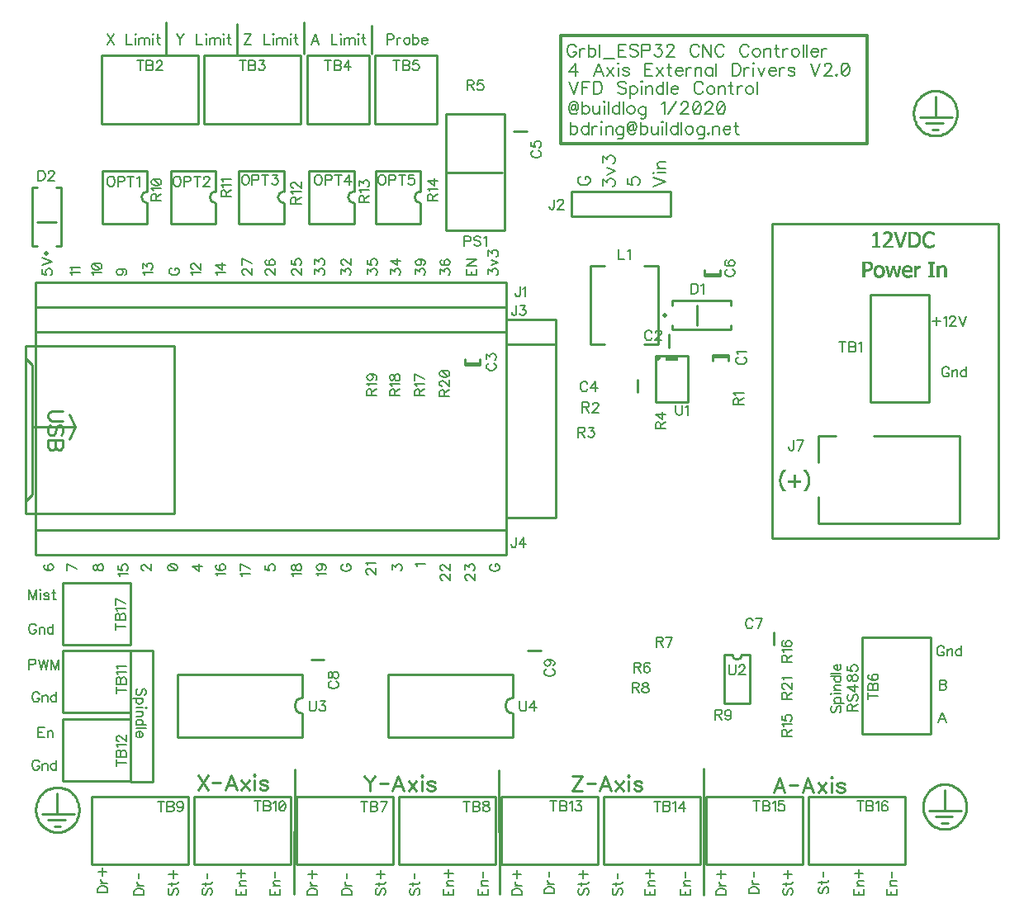
<source format=gbr>
G04 DipTrace 3.3.1.3*
G04 TopSilk.gbr*
%MOIN*%
G04 #@! TF.FileFunction,Legend,Top*
G04 #@! TF.Part,Single*
%ADD10C,0.009843*%
%ADD12C,0.003*%
%ADD22C,0.01*%
%ADD23C,0.011811*%
%ADD27C,0.019695*%
%ADD45C,0.019705*%
%ADD50C,0.019677*%
%ADD115C,0.006176*%
%ADD116C,0.00772*%
%ADD117C,0.009264*%
%FSLAX26Y26*%
G04*
G70*
G90*
G75*
G01*
G04 TopSilk*
%LPD*%
X3177735Y2582413D2*
D10*
X3240665D1*
X3177735Y2589861D2*
X3240665D1*
X3177735D2*
Y2566302D1*
X3240665Y2589861D2*
Y2566302D1*
X2998840Y2620629D2*
Y2671771D1*
X2237665Y2556987D2*
X2174735D1*
X2237665Y2549539D2*
X2174735D1*
X2237665D2*
Y2573098D1*
X2174735Y2549539D2*
Y2573098D1*
X2873560Y2489771D2*
Y2438629D1*
X2374378Y3491309D2*
X2425520D1*
X3207431Y2917008D2*
X3144502D1*
X3207431Y2909560D2*
X3144502D1*
X3207431D2*
Y2933119D1*
X3144502Y2909560D2*
Y2933119D1*
X3422560Y1469271D2*
Y1418129D1*
X1555629Y1360060D2*
X1606771D1*
X2430629Y1397560D2*
X2481771D1*
X3013821Y2789566D2*
Y2809255D1*
X3250045D1*
Y2789566D1*
X3013821Y2710834D2*
Y2691145D1*
X3250045D1*
Y2710834D1*
X3112267Y2789566D2*
Y2710834D1*
D27*
X2984307Y2750200D3*
X1969400Y2881200D2*
D10*
X1977000D1*
X517800D2*
X2343700D1*
X443700D2*
X517800D1*
X443700Y2781200D2*
Y2881200D1*
Y2781200D2*
X2343700D1*
Y2881200D1*
X2606200Y3249949D2*
Y3149949D1*
X3006200Y3249949D2*
X2606200D1*
X3006200Y3149949D2*
X2606200D1*
X3006200Y3249949D2*
Y3149949D1*
X1969400Y2781200D2*
X1977000D1*
X517800D2*
X2343700D1*
X443700D2*
X517800D1*
X443700Y2681200D2*
Y2781200D1*
Y2681200D2*
X2343700D1*
Y2781200D1*
X1969400Y1881200D2*
X1977000D1*
X517800D2*
X2343700D1*
X443700D2*
X517800D1*
X443700Y1781200D2*
Y1881200D1*
Y1781200D2*
X2343700D1*
Y1881200D1*
X402940Y2575148D2*
X427960Y2550173D1*
X402940Y2625166D2*
X1002940D1*
Y1950166D1*
X402940D1*
Y2625166D1*
X427960Y2550173D2*
Y2025158D1*
X402940Y2000183D1*
X427960Y2300153D2*
X602920D1*
X577960Y2350171D1*
X602920Y2300153D2*
X577960Y2250136D1*
X3826793Y2263799D2*
X4171259D1*
Y1909456D1*
X4167324D1*
X4171259D2*
X3604325D1*
Y2015751D1*
Y2157464D2*
Y2263799D1*
X3673253D1*
X2741018Y2633110D2*
X2681959D1*
Y2948077D1*
X2741018D1*
X2898490D2*
X2957549D1*
Y2633110D1*
X2898490D1*
X713287Y3332661D2*
Y3120093D1*
X894389Y3332661D2*
X713287D1*
Y3120093D2*
X894389D1*
Y3332661D2*
Y3250010D1*
Y3120093D2*
Y3202744D1*
Y3250010D2*
G03X894389Y3202744I-1J-23633D01*
G01*
X988877Y3332661D2*
Y3120093D1*
X1169980Y3332661D2*
X988877D1*
Y3120093D2*
X1169980D1*
Y3332661D2*
Y3250010D1*
Y3120093D2*
Y3202744D1*
Y3250010D2*
G03X1169980Y3202744I-1J-23633D01*
G01*
X1264468Y3332661D2*
Y3120093D1*
X1445570Y3332661D2*
X1264468D1*
Y3120093D2*
X1445570D1*
Y3332661D2*
Y3250010D1*
Y3120093D2*
Y3202744D1*
Y3250010D2*
G03X1445570Y3202744I-1J-23633D01*
G01*
X1547243Y3332661D2*
Y3120093D1*
X1728346Y3332661D2*
X1547243D1*
Y3120093D2*
X1728346D1*
Y3332661D2*
Y3250010D1*
Y3120093D2*
Y3202744D1*
Y3250010D2*
G03X1728346Y3202744I-1J-23633D01*
G01*
X1815649Y3332661D2*
Y3120093D1*
X1996751Y3332661D2*
X1815649D1*
Y3120093D2*
X1996751D1*
Y3332661D2*
Y3250010D1*
Y3120093D2*
Y3202744D1*
Y3250010D2*
G03X1996751Y3202744I-1J-23633D01*
G01*
X2099901Y3092165D2*
X2334901D1*
Y3562165D1*
X2099901D1*
Y3092165D1*
X2324890Y3327165D2*
X2099901D1*
X3813090Y2400590D2*
X4049310D1*
Y2833661D1*
X3813090D1*
Y2400590D1*
X1099133Y3523621D2*
X708661D1*
Y3799212D1*
X1099133D1*
Y3523621D1*
X1512519D2*
X1122046D1*
Y3799212D1*
X1512519D1*
Y3523621D1*
X1788110Y3523916D2*
X1538090D1*
Y3799211D1*
X1788110D1*
Y3523916D1*
X2063701D2*
X1813681D1*
Y3799211D1*
X2063701D1*
Y3523916D1*
X4056495Y1449527D2*
X3780905D1*
Y1059054D1*
X4056495D1*
Y1449527D1*
X1886535Y531495D2*
X1496062D1*
Y807086D1*
X1886535D1*
Y531495D1*
X2299920D2*
X1909448D1*
Y807086D1*
X2299920D1*
Y531495D1*
X1059763D2*
X669291D1*
Y807086D1*
X1059763D1*
Y531495D1*
X1473149D2*
X1082676D1*
Y807086D1*
X1473149D1*
Y531495D1*
X551475Y1144959D2*
X826770D1*
Y1394979D1*
X551475D1*
Y1144959D1*
Y869369D2*
X826770D1*
Y1119388D1*
X551475D1*
Y869369D1*
X2713306Y531495D2*
X2322834D1*
Y807086D1*
X2713306D1*
Y531495D1*
X3126692D2*
X2736220D1*
Y807086D1*
X3126692D1*
Y531495D1*
X3540078D2*
X3149606D1*
Y807086D1*
X3540078D1*
Y531495D1*
X3953464D2*
X3562991D1*
Y807086D1*
X3953464D1*
Y531495D1*
X551475Y1420550D2*
X826770D1*
Y1670569D1*
X551475D1*
Y1420550D1*
X3074560Y2585938D2*
X2946603D1*
Y2398930D1*
X3074560D1*
Y2585938D1*
D45*
X2956455Y2576092D3*
G36*
X3035205Y2585938D2*
X2985985D1*
Y2566246D1*
X3035205D1*
Y2585938D1*
G37*
X3223811Y1379627D2*
D10*
Y1182773D1*
X3326187Y1379627D2*
Y1182773D1*
X3223811D2*
X3326187D1*
X3255305Y1379627D2*
X3223811D1*
X3294694D2*
X3326187D1*
X3255305D2*
G03X3294694Y1379627I19694J9D01*
G01*
X1520645Y1299119D2*
X1016755D1*
X1520645Y1047152D2*
X1016755D1*
Y1299119D2*
Y1047152D1*
X1520645Y1299119D2*
Y1204643D1*
Y1141628D2*
Y1047152D1*
Y1204643D2*
G03X1520645Y1141628I64J-31507D01*
G01*
X2370645Y1299119D2*
X1866755D1*
X2370645Y1047152D2*
X1866755D1*
Y1299119D2*
Y1047152D1*
X2370645Y1299119D2*
Y1204643D1*
Y1141628D2*
Y1047152D1*
Y1204643D2*
G03X2370645Y1141628I64J-31507D01*
G01*
X448083Y3029321D2*
X428394D1*
Y3265545D1*
X448083D1*
X526815Y3029321D2*
X546504D1*
Y3265545D1*
X526815D1*
X448083Y3127767D2*
X526815D1*
D50*
X487449Y2999807D3*
X826771Y1397637D2*
D22*
X915354D1*
Y866141D1*
X826771D1*
Y1397637D1*
X2562451Y3880707D2*
D23*
X3799949D1*
Y3443208D1*
X2562451D1*
Y3880707D1*
X1488949Y916949D2*
D22*
X1486949Y412451D1*
X2314449Y913700D2*
X2315200Y412700D1*
X3139949Y920200D2*
X3140451Y409451D1*
X443700Y2681200D2*
X2343700D1*
Y1881200D1*
X443700D1*
Y2681200D1*
X2343700Y2731200D2*
X2543700D1*
Y1931200D1*
X2343700D1*
Y2731200D1*
Y2631200D2*
X2543700D1*
Y1931200D1*
X2343700D1*
Y2631200D1*
X3415354Y3120078D2*
X4330708D1*
Y1850393D1*
X3415354D1*
Y3120078D1*
X968700Y3799949D2*
Y3931200D1*
X1256200Y3799949D2*
Y3924949D1*
X1799949Y3806200D2*
Y3918700D1*
X1524951Y3806200D2*
Y3931200D1*
X3987451Y3565575D2*
X3987664Y3571897D1*
X3988302Y3578188D1*
X3989363Y3584417D1*
X3990840Y3590555D1*
X3992728Y3596571D1*
X3995015Y3602436D1*
X3997693Y3608121D1*
X4000746Y3613599D1*
X4004162Y3618843D1*
X4007922Y3623828D1*
X4012008Y3628529D1*
X4016402Y3632923D1*
X4021080Y3636989D1*
X4026021Y3640707D1*
X4031201Y3644059D1*
X4036593Y3647028D1*
X4042173Y3649601D1*
X4047912Y3651765D1*
X4053782Y3653508D1*
X4059756Y3654823D1*
X4065804Y3655704D1*
X4071897Y3656145D1*
X4078004D1*
X4084097Y3655704D1*
X4090145Y3654823D1*
X4096119Y3653508D1*
X4101990Y3651765D1*
X4107729Y3649601D1*
X4113308Y3647028D1*
X4118701Y3644059D1*
X4123880Y3640707D1*
X4128821Y3636989D1*
X4133500Y3632923D1*
X4137893Y3628529D1*
X4141980Y3623828D1*
X4145740Y3618843D1*
X4149155Y3613599D1*
X4152209Y3608121D1*
X4154886Y3602436D1*
X4157174Y3596571D1*
X4159061Y3590555D1*
X4160539Y3584417D1*
X4161599Y3578188D1*
X4162238Y3571897D1*
X4162451Y3565575D1*
X4162238Y3559254D1*
X4161599Y3552963D1*
X4160539Y3546733D1*
X4159061Y3540596D1*
X4157174Y3534580D1*
X4154886Y3528715D1*
X4152209Y3523030D1*
X4149155Y3517552D1*
X4145740Y3512307D1*
X4141980Y3507323D1*
X4137893Y3502622D1*
X4133500Y3498228D1*
X4128821Y3494162D1*
X4123880Y3490444D1*
X4118701Y3487092D1*
X4113308Y3484122D1*
X4107729Y3481550D1*
X4101990Y3479386D1*
X4096119Y3477643D1*
X4090145Y3476327D1*
X4084097Y3475447D1*
X4078004Y3475006D1*
X4071897D1*
X4065804Y3475447D1*
X4059756Y3476327D1*
X4053782Y3477643D1*
X4047912Y3479386D1*
X4042173Y3481550D1*
X4036593Y3484122D1*
X4031201Y3487092D1*
X4026021Y3490444D1*
X4021080Y3494162D1*
X4016402Y3498228D1*
X4012008Y3502622D1*
X4007922Y3507323D1*
X4004162Y3512307D1*
X4000746Y3517552D1*
X3997693Y3523030D1*
X3995015Y3528715D1*
X3992728Y3534580D1*
X3990840Y3540596D1*
X3989363Y3546733D1*
X3988302Y3552963D1*
X3987664Y3559254D1*
X3987451Y3565575D1*
X4012451Y3549951D2*
X4143700D1*
X4037451Y3524951D2*
X4106200D1*
X4062451Y3499951D2*
X4087451D1*
X4074949Y3549951D2*
Y3631200D1*
X4024951Y765575D2*
X4025164Y771897D1*
X4025802Y778188D1*
X4026863Y784417D1*
X4028340Y790555D1*
X4030228Y796571D1*
X4032515Y802436D1*
X4035193Y808121D1*
X4038246Y813599D1*
X4041662Y818843D1*
X4045422Y823828D1*
X4049508Y828529D1*
X4053902Y832923D1*
X4058580Y836989D1*
X4063521Y840707D1*
X4068701Y844059D1*
X4074093Y847028D1*
X4079673Y849601D1*
X4085412Y851765D1*
X4091282Y853508D1*
X4097256Y854823D1*
X4103304Y855704D1*
X4109397Y856145D1*
X4115504D1*
X4121597Y855704D1*
X4127645Y854823D1*
X4133619Y853508D1*
X4139490Y851765D1*
X4145229Y849601D1*
X4150808Y847028D1*
X4156201Y844059D1*
X4161380Y840707D1*
X4166321Y836989D1*
X4171000Y832923D1*
X4175393Y828529D1*
X4179480Y823828D1*
X4183240Y818843D1*
X4186655Y813599D1*
X4189709Y808121D1*
X4192386Y802436D1*
X4194674Y796571D1*
X4196561Y790555D1*
X4198039Y784417D1*
X4199099Y778188D1*
X4199738Y771897D1*
X4199951Y765575D1*
X4199738Y759254D1*
X4199099Y752963D1*
X4198039Y746733D1*
X4196561Y740596D1*
X4194674Y734580D1*
X4192386Y728715D1*
X4189709Y723030D1*
X4186655Y717552D1*
X4183240Y712307D1*
X4179480Y707323D1*
X4175393Y702622D1*
X4171000Y698228D1*
X4166321Y694162D1*
X4161380Y690444D1*
X4156201Y687092D1*
X4150808Y684122D1*
X4145229Y681550D1*
X4139490Y679386D1*
X4133619Y677643D1*
X4127645Y676327D1*
X4121597Y675447D1*
X4115504Y675006D1*
X4109397D1*
X4103304Y675447D1*
X4097256Y676327D1*
X4091282Y677643D1*
X4085412Y679386D1*
X4079673Y681550D1*
X4074093Y684122D1*
X4068701Y687092D1*
X4063521Y690444D1*
X4058580Y694162D1*
X4053902Y698228D1*
X4049508Y702622D1*
X4045422Y707323D1*
X4041662Y712307D1*
X4038246Y717552D1*
X4035193Y723030D1*
X4032515Y728715D1*
X4030228Y734580D1*
X4028340Y740596D1*
X4026863Y746733D1*
X4025802Y752963D1*
X4025164Y759254D1*
X4024951Y765575D1*
X4049951Y749951D2*
X4181200D1*
X4074951Y724951D2*
X4143700D1*
X4099951Y699951D2*
X4124951D1*
X4112449Y749951D2*
Y831200D1*
X443701Y753075D2*
X443914Y759397D1*
X444553Y765688D1*
X445613Y771917D1*
X447091Y778055D1*
X448978Y784071D1*
X451266Y789936D1*
X453943Y795621D1*
X456997Y801099D1*
X460412Y806343D1*
X464172Y811328D1*
X468259Y816029D1*
X472652Y820423D1*
X477331Y824489D1*
X482272Y828207D1*
X487451Y831559D1*
X492843Y834528D1*
X498423Y837101D1*
X504162Y839265D1*
X510033Y841008D1*
X516007Y842323D1*
X522054Y843204D1*
X528147Y843645D1*
X534254D1*
X540347Y843204D1*
X546395Y842323D1*
X552369Y841008D1*
X558239Y839265D1*
X563978Y837101D1*
X569558Y834528D1*
X574950Y831559D1*
X580130Y828207D1*
X585071Y824489D1*
X589749Y820423D1*
X594142Y816029D1*
X598229Y811328D1*
X601989Y806343D1*
X605404Y801099D1*
X608458Y795621D1*
X611135Y789936D1*
X613423Y784071D1*
X615310Y778055D1*
X616788Y771917D1*
X617848Y765688D1*
X618487Y759397D1*
X618700Y753075D1*
X618487Y746754D1*
X617848Y740463D1*
X616788Y734233D1*
X615310Y728096D1*
X613423Y722080D1*
X611135Y716215D1*
X608458Y710530D1*
X605404Y705052D1*
X601989Y699807D1*
X598229Y694823D1*
X594142Y690122D1*
X589749Y685728D1*
X585071Y681662D1*
X580130Y677944D1*
X574950Y674592D1*
X569558Y671622D1*
X563978Y669050D1*
X558239Y666886D1*
X552369Y665143D1*
X546395Y663827D1*
X540347Y662947D1*
X534254Y662506D1*
X528147D1*
X522054Y662947D1*
X516007Y663827D1*
X510033Y665143D1*
X504162Y666886D1*
X498423Y669050D1*
X492843Y671622D1*
X487451Y674592D1*
X482272Y677944D1*
X477331Y681662D1*
X472652Y685728D1*
X468259Y690122D1*
X464172Y694823D1*
X460412Y699807D1*
X456997Y705052D1*
X453943Y710530D1*
X451266Y716215D1*
X448978Y722080D1*
X447091Y728096D1*
X445613Y734233D1*
X444553Y740463D1*
X443914Y746754D1*
X443701Y753075D1*
X468701Y737451D2*
X599949D1*
X493701Y712451D2*
X562451D1*
X518700Y687451D2*
X543700D1*
X531199Y737451D2*
Y818700D1*
X3875036Y3089205D2*
D12*
X3887036D1*
X4043036D2*
X4056536D1*
X3834536Y3087705D2*
X3839036D1*
X3871009D2*
X3889741D1*
X3906536D2*
X3914036D1*
X3951536D2*
X3957536D1*
X3966536D2*
X3990536D1*
X4039919D2*
X4060795D1*
X3833769Y3086205D2*
X3839036D1*
X3868021D2*
X3892113D1*
X3907286D2*
X3914786D1*
X3950786D2*
X3957304D1*
X3966536D2*
X3994858D1*
X4037186D2*
X4064155D1*
X3832964Y3084705D2*
X3839036D1*
X3865852D2*
X3894056D1*
X3907909D2*
X3915409D1*
X3950163D2*
X3956926D1*
X3966536D2*
X3998469D1*
X4034861D2*
X4066752D1*
X3831930Y3083205D2*
X3839036D1*
X3865164D2*
X3895556D1*
X3908492D2*
X3915992D1*
X3949580D2*
X3956485D1*
X3966536D2*
X4001295D1*
X4032911D2*
X4067831D1*
X3829360Y3081705D2*
X3839036D1*
X3864798D2*
X3875312D1*
X3885184D2*
X3896605D1*
X3909026D2*
X3916526D1*
X3949046D2*
X3956031D1*
X3966536D2*
X4003495D1*
X4031246D2*
X4044599D1*
X4056178D2*
X4068209D1*
X3826407Y3080205D2*
X3839036D1*
X3864631D2*
X3871338D1*
X3887363D2*
X3897345D1*
X3909518D2*
X3917018D1*
X3948554D2*
X3955527D1*
X3966536D2*
X3972536D1*
X3988383D2*
X4005318D1*
X4029844D2*
X4041850D1*
X4059805D2*
X4068403D1*
X3823915Y3078705D2*
X3839036D1*
X3864536D2*
X3867536D1*
X3888947D2*
X3897964D1*
X3910037D2*
X3917537D1*
X3948035D2*
X3955026D1*
X3966536D2*
X3972536D1*
X3992887D2*
X4006948D1*
X4028672D2*
X4039465D1*
X4062705D2*
X4068486D1*
X3822085Y3077205D2*
X3839036D1*
X3890057D2*
X3898460D1*
X3910543D2*
X3918043D1*
X3947529D2*
X3954547D1*
X3966536D2*
X3972536D1*
X3996282D2*
X4008448D1*
X4027601D2*
X4037511D1*
X4065001D2*
X4068519D1*
X3821527Y3075705D2*
X3839036D1*
X3890791D2*
X3898766D1*
X3911024D2*
X3918524D1*
X3947048D2*
X3954032D1*
X3966536D2*
X3972536D1*
X3998770D2*
X4009770D1*
X4026602D2*
X4035964D1*
X4067036D2*
X4068536D1*
X3821224Y3074205D2*
X3839036D1*
X3891201D2*
X3898921D1*
X3911539D2*
X3919039D1*
X3946533D2*
X3953528D1*
X3966536D2*
X3972536D1*
X4000673D2*
X4010859D1*
X4025796D2*
X4034770D1*
X3831536Y3072705D2*
X3839036D1*
X3891392D2*
X3898991D1*
X3912044D2*
X3919544D1*
X3946028D2*
X3953047D1*
X3966536D2*
X3972536D1*
X4002166D2*
X4011733D1*
X4025161D2*
X4033809D1*
X3831536Y3071205D2*
X3839036D1*
X3891424D2*
X3899013D1*
X3912524D2*
X3920024D1*
X3945547D2*
X3952533D1*
X3966536D2*
X3972536D1*
X4003327D2*
X4012416D1*
X4024583D2*
X4032973D1*
X3831536Y3069705D2*
X3839036D1*
X3891267D2*
X3898971D1*
X3913039D2*
X3920539D1*
X3945033D2*
X3952028D1*
X3966536D2*
X3972536D1*
X4004272D2*
X4012974D1*
X4024097D2*
X4032241D1*
X3831536Y3068205D2*
X3839036D1*
X3890914D2*
X3898784D1*
X3913544D2*
X3921044D1*
X3944528D2*
X3951547D1*
X3966536D2*
X3972536D1*
X4005102D2*
X4013515D1*
X4023744D2*
X4031667D1*
X3831536Y3066705D2*
X3839036D1*
X3890481D2*
X3898420D1*
X3914025D2*
X3921525D1*
X3944047D2*
X3951033D1*
X3966536D2*
X3972536D1*
X4005832D2*
X4013979D1*
X4023400D2*
X4031273D1*
X3831536Y3065205D2*
X3839036D1*
X3890024D2*
X3897984D1*
X3914539D2*
X3922039D1*
X3943533D2*
X3950528D1*
X3966536D2*
X3972536D1*
X4006399D2*
X4014273D1*
X4022972D2*
X4030911D1*
X3831536Y3063705D2*
X3839036D1*
X3889468D2*
X3897525D1*
X3915044D2*
X3922544D1*
X3943028D2*
X3950047D1*
X3966536D2*
X3972536D1*
X4006740D2*
X4014424D1*
X4022559D2*
X4030476D1*
X3831536Y3062205D2*
X3839036D1*
X3888776D2*
X3896974D1*
X3915525D2*
X3923025D1*
X3942547D2*
X3949533D1*
X3966536D2*
X3972536D1*
X4006912D2*
X4014492D1*
X4022287D2*
X4030060D1*
X3831536Y3060705D2*
X3839036D1*
X3887932D2*
X3896329D1*
X3916039D2*
X3923539D1*
X3942033D2*
X3949028D1*
X3966536D2*
X3972536D1*
X4006987D2*
X4014519D1*
X4022144D2*
X4029787D1*
X3831536Y3059205D2*
X3839036D1*
X3886980D2*
X3895623D1*
X3916544D2*
X3924044D1*
X3941528D2*
X3948547D1*
X3966536D2*
X3972536D1*
X4007018D2*
X4014530D1*
X4022079D2*
X4029644D1*
X3831536Y3057705D2*
X3839036D1*
X3886017D2*
X3894839D1*
X3917025D2*
X3924525D1*
X3941047D2*
X3948033D1*
X3966536D2*
X3972536D1*
X4007030D2*
X4014534D1*
X4022052D2*
X4029579D1*
X3831536Y3056205D2*
X3839036D1*
X3884980D2*
X3893902D1*
X3917539D2*
X3925039D1*
X3940533D2*
X3947528D1*
X3966536D2*
X3972536D1*
X4007034D2*
X4014535D1*
X4022042D2*
X4029552D1*
X3831536Y3054705D2*
X3839036D1*
X3883779D2*
X3892741D1*
X3918044D2*
X3925544D1*
X3940028D2*
X3947047D1*
X3966536D2*
X3972536D1*
X4007035D2*
X4014536D1*
X4022038D2*
X4029548D1*
X3831536Y3053205D2*
X3839036D1*
X3882482D2*
X3891418D1*
X3918525D2*
X3926025D1*
X3939547D2*
X3946533D1*
X3966536D2*
X3972536D1*
X4007036D2*
X4014536D1*
X4022042D2*
X4029597D1*
X3831536Y3051705D2*
X3839036D1*
X3881241D2*
X3890046D1*
X3919039D2*
X3926539D1*
X3939033D2*
X3946028D1*
X3966536D2*
X3972536D1*
X4007030D2*
X4014536D1*
X4022095D2*
X4029786D1*
X3831536Y3050205D2*
X3839036D1*
X3880128D2*
X3888768D1*
X3919544D2*
X3927044D1*
X3938528D2*
X3945547D1*
X3966536D2*
X3972536D1*
X4006977D2*
X4014530D1*
X4022286D2*
X4030145D1*
X3831536Y3048705D2*
X3839036D1*
X3879024D2*
X3887639D1*
X3920025D2*
X3927525D1*
X3938047D2*
X3945033D1*
X3966536D2*
X3972536D1*
X4006786D2*
X4014477D1*
X4022645D2*
X4030535D1*
X3831536Y3047205D2*
X3839036D1*
X3877789D2*
X3886527D1*
X3920539D2*
X3928039D1*
X3937533D2*
X3944528D1*
X3966536D2*
X3972536D1*
X4006421D2*
X4014280D1*
X4023035D2*
X4030850D1*
X3831536Y3045705D2*
X3839036D1*
X3876430D2*
X3885290D1*
X3921044D2*
X3928544D1*
X3937028D2*
X3944047D1*
X3966536D2*
X3972536D1*
X4005978D2*
X4013868D1*
X4023350D2*
X4031186D1*
X3831536Y3044205D2*
X3839036D1*
X3874994D2*
X3883930D1*
X3921525D2*
X3929025D1*
X3936547D2*
X3943533D1*
X3966536D2*
X3972536D1*
X4005467D2*
X4013287D1*
X4023680D2*
X4031661D1*
X3831536Y3042705D2*
X3839036D1*
X3873520D2*
X3882494D1*
X3922039D2*
X3929545D1*
X3936027D2*
X3943028D1*
X3966536D2*
X3972536D1*
X4004718D2*
X4012613D1*
X4024109D2*
X4032269D1*
X3831536Y3041205D2*
X3839036D1*
X3872030D2*
X3881020D1*
X3922544D2*
X3930112D1*
X3935460D2*
X3942547D1*
X3966536D2*
X3972536D1*
X4003661D2*
X4011892D1*
X4024572D2*
X4032959D1*
X3831536Y3039705D2*
X3839036D1*
X3870534D2*
X3879530D1*
X3923025D2*
X3930866D1*
X3934706D2*
X3942033D1*
X3966536D2*
X3972536D1*
X4002374D2*
X4011149D1*
X4025041D2*
X4033736D1*
X3831536Y3038205D2*
X3839036D1*
X3869035D2*
X3878028D1*
X3923539D2*
X3932049D1*
X3933523D2*
X3941528D1*
X3966536D2*
X3972536D1*
X4000905D2*
X4010350D1*
X4025602D2*
X4034672D1*
X3831536Y3036705D2*
X3839036D1*
X3867542D2*
X3876471D1*
X3924044D2*
X3941047D1*
X3966536D2*
X3972536D1*
X3999071D2*
X4009405D1*
X4026301D2*
X4035843D1*
X3831536Y3035205D2*
X3839036D1*
X3866100D2*
X3874722D1*
X3924525D2*
X3940533D1*
X3966536D2*
X3972536D1*
X3996098D2*
X4008243D1*
X4027198D2*
X4037330D1*
X4067036D2*
X4068536D1*
X3831536Y3033705D2*
X3839036D1*
X3864850D2*
X3872618D1*
X3925039D2*
X3940028D1*
X3966536D2*
X3972536D1*
X3990458D2*
X4006906D1*
X4028341D2*
X4039140D1*
X4063311D2*
X4068536D1*
X3831536Y3032205D2*
X3839036D1*
X3863959D2*
X3870159D1*
X3925544D2*
X3939542D1*
X3966536D2*
X3972536D1*
X3981116D2*
X4005423D1*
X4029664D2*
X4043824D1*
X4058063D2*
X4068524D1*
X3831536Y3030705D2*
X3839036D1*
X3863453D2*
X3902036D1*
X3926030D2*
X3938980D1*
X3966536D2*
X4003692D1*
X4031092D2*
X4050917D1*
X4050508D2*
X4068407D1*
X3821036Y3029205D2*
X3851036D1*
X3863208D2*
X3902036D1*
X3926597D2*
X3938336D1*
X3966536D2*
X4001481D1*
X4032625D2*
X4068126D1*
X3821036Y3027705D2*
X3851036D1*
X3863102D2*
X3902036D1*
X3927284D2*
X3937673D1*
X3966536D2*
X3998529D1*
X4034419D2*
X4066925D1*
X3821036Y3026205D2*
X3851036D1*
X3863059D2*
X3902036D1*
X3928110D2*
X3937069D1*
X3966536D2*
X3994761D1*
X4036751D2*
X4064206D1*
X3821036Y3024705D2*
X3851036D1*
X3863036D2*
X3902036D1*
X3929036D2*
X3936536D1*
X3966536D2*
X3990536D1*
X4039721D2*
X4060626D1*
X4043036Y3023205D2*
X4056536D1*
X3781193Y2967485D2*
X3805193D1*
X4046693D2*
X4070693D1*
X3781193Y2965985D2*
X3808591D1*
X4046693D2*
X4070693D1*
X3781193Y2964485D2*
X3811399D1*
X4046693D2*
X4070693D1*
X3781193Y2962985D2*
X3813614D1*
X4046693D2*
X4070693D1*
X3781193Y2961485D2*
X3815401D1*
X4046693D2*
X4070693D1*
X3781193Y2959985D2*
X3788693D1*
X3803104D2*
X3816849D1*
X4054193D2*
X4061693D1*
X3781193Y2958485D2*
X3788693D1*
X3806352D2*
X3817988D1*
X4054193D2*
X4061693D1*
X3781193Y2956985D2*
X3788693D1*
X3808799D2*
X3818874D1*
X4054193D2*
X4061693D1*
X3781193Y2955485D2*
X3788693D1*
X3810536D2*
X3819511D1*
X4054193D2*
X4061693D1*
X3781193Y2953985D2*
X3788693D1*
X3811831D2*
X3819881D1*
X4054193D2*
X4061693D1*
X3781193Y2952485D2*
X3788693D1*
X3812276D2*
X3820063D1*
X3841193D2*
X3853193D1*
X3956693D2*
X3967193D1*
X4054193D2*
X4061693D1*
X4099193D2*
X4108193D1*
X3781193Y2950985D2*
X3788693D1*
X3812516D2*
X3820143D1*
X3838488D2*
X3855899D1*
X3872693D2*
X3880193D1*
X3901193D2*
X3907193D1*
X3928193D2*
X3934193D1*
X3953296D2*
X3970078D1*
X3989693D2*
X3997193D1*
X4007693D2*
X4013693D1*
X4054193D2*
X4061693D1*
X4081193D2*
X4088693D1*
X4096426D2*
X4110386D1*
X3781193Y2949485D2*
X3788693D1*
X3812624D2*
X3820175D1*
X3836111D2*
X3858270D1*
X3873392D2*
X3880425D1*
X3900675D2*
X3907712D1*
X3927681D2*
X3934136D1*
X3950494D2*
X3972434D1*
X3989693D2*
X3997255D1*
X4004926D2*
X4013693D1*
X4054193D2*
X4061693D1*
X4081193D2*
X4088969D1*
X4093811D2*
X4112311D1*
X3781193Y2947985D2*
X3788693D1*
X3812662D2*
X3820187D1*
X3834114D2*
X3860220D1*
X3873875D2*
X3880797D1*
X3900176D2*
X3908211D1*
X3927234D2*
X3933944D1*
X3948326D2*
X3974317D1*
X3989693D2*
X3997488D1*
X4002311D2*
X4013693D1*
X4054193D2*
X4061693D1*
X4081193D2*
X4089496D1*
X4091261D2*
X4113970D1*
X3781193Y2946485D2*
X3788693D1*
X3812626D2*
X3820185D1*
X3832424D2*
X3861766D1*
X3874284D2*
X3881191D1*
X3899700D2*
X3908687D1*
X3926944D2*
X3933585D1*
X3946683D2*
X3975814D1*
X3989693D2*
X3998001D1*
X3999761D2*
X4013693D1*
X4054193D2*
X4061693D1*
X4081193D2*
X4115317D1*
X3781193Y2944985D2*
X3788693D1*
X3812435D2*
X3820134D1*
X3831015D2*
X3841545D1*
X3851399D2*
X3862960D1*
X3874740D2*
X3881507D1*
X3899194D2*
X3909199D1*
X3926744D2*
X3933194D1*
X3945450D2*
X3955494D1*
X3966842D2*
X3976974D1*
X3989693D2*
X4013693D1*
X4054193D2*
X4061693D1*
X4081193D2*
X4098232D1*
X4106688D2*
X4116253D1*
X3781193Y2943485D2*
X3788693D1*
X3812013D2*
X3819938D1*
X3829891D2*
X3839366D1*
X3853770D2*
X3863920D1*
X3875170D2*
X3881837D1*
X3898737D2*
X3909702D1*
X3926487D2*
X3932880D1*
X3944475D2*
X3953170D1*
X3969021D2*
X3977869D1*
X3989693D2*
X4013693D1*
X4054193D2*
X4061693D1*
X4081193D2*
X4094844D1*
X4108129D2*
X4116827D1*
X3781193Y2941985D2*
X3788693D1*
X3811321D2*
X3819520D1*
X3829004D2*
X3837776D1*
X3855714D2*
X3864756D1*
X3875499D2*
X3882260D1*
X3898396D2*
X3910182D1*
X3926101D2*
X3932549D1*
X3943633D2*
X3951364D1*
X3970605D2*
X3978515D1*
X3989693D2*
X4007993D1*
X4054193D2*
X4061693D1*
X4081193D2*
X4092229D1*
X4109379D2*
X4117268D1*
X3781193Y2940485D2*
X3788693D1*
X3810405D2*
X3818891D1*
X3828316D2*
X3836614D1*
X3857214D2*
X3865488D1*
X3875835D2*
X3882677D1*
X3898055D2*
X3910691D1*
X3925700D2*
X3932126D1*
X3942894D2*
X3950038D1*
X3971714D2*
X3978939D1*
X3989693D2*
X4003579D1*
X4054193D2*
X4061693D1*
X4081193D2*
X4090175D1*
X4110270D2*
X4117735D1*
X3781193Y2938985D2*
X3788693D1*
X3807956D2*
X3818068D1*
X3827756D2*
X3835688D1*
X3858263D2*
X3866062D1*
X3876259D2*
X3883002D1*
X3897623D2*
X3902462D1*
X3905751D2*
X3911149D1*
X3925382D2*
X3931710D1*
X3942272D2*
X3949067D1*
X3972449D2*
X3979313D1*
X3989693D2*
X4000121D1*
X4054193D2*
X4061693D1*
X4081193D2*
X4089415D1*
X4110777D2*
X4118162D1*
X3781193Y2937485D2*
X3788693D1*
X3803511D2*
X3817073D1*
X3827215D2*
X3834920D1*
X3859002D2*
X3866456D1*
X3876677D2*
X3883336D1*
X3897158D2*
X3902084D1*
X3905943D2*
X3911491D1*
X3925050D2*
X3931385D1*
X3941739D2*
X3948396D1*
X3972858D2*
X3979752D1*
X3989693D2*
X3998443D1*
X4054193D2*
X4061693D1*
X4081193D2*
X4089001D1*
X4111021D2*
X4118440D1*
X3781193Y2935985D2*
X3788693D1*
X3796223D2*
X3815917D1*
X3826751D2*
X3834338D1*
X3859622D2*
X3866819D1*
X3877002D2*
X3883760D1*
X3896694D2*
X3901643D1*
X3906308D2*
X3911832D1*
X3924627D2*
X3931051D1*
X3941209D2*
X3948013D1*
X3973055D2*
X3980168D1*
X3989693D2*
X3997789D1*
X4054193D2*
X4061693D1*
X4081193D2*
X4088814D1*
X4111127D2*
X4118585D1*
X3781193Y2934485D2*
X3814457D1*
X3826457D2*
X3833992D1*
X3860118D2*
X3867254D1*
X3877336D2*
X3884177D1*
X3896186D2*
X3901189D1*
X3906746D2*
X3912264D1*
X3924216D2*
X3930627D1*
X3940749D2*
X3947826D1*
X3973140D2*
X3980442D1*
X3989693D2*
X3997443D1*
X4054193D2*
X4061693D1*
X4081193D2*
X4088738D1*
X4111169D2*
X4118650D1*
X3781193Y2932985D2*
X3812517D1*
X3826306D2*
X3833819D1*
X3860423D2*
X3867669D1*
X3877760D2*
X3884502D1*
X3895684D2*
X3900690D1*
X3907198D2*
X3912729D1*
X3923938D2*
X3930210D1*
X3940456D2*
X3947742D1*
X3973175D2*
X3980585D1*
X3989693D2*
X3997290D1*
X4054193D2*
X4061693D1*
X4081193D2*
X4088709D1*
X4111185D2*
X4118677D1*
X3781193Y2931485D2*
X3809648D1*
X3826238D2*
X3833742D1*
X3860579D2*
X3867942D1*
X3878177D2*
X3884836D1*
X3895204D2*
X3900236D1*
X3907703D2*
X3913193D1*
X3923742D2*
X3929885D1*
X3940306D2*
X3980651D1*
X3989693D2*
X3997229D1*
X4054193D2*
X4061693D1*
X4081193D2*
X4088699D1*
X4111191D2*
X4118688D1*
X3781193Y2929985D2*
X3804858D1*
X3826210D2*
X3833712D1*
X3860648D2*
X3868086D1*
X3878502D2*
X3885260D1*
X3894690D2*
X3899895D1*
X3908204D2*
X3913701D1*
X3923486D2*
X3929551D1*
X3940238D2*
X3980677D1*
X3989693D2*
X3997206D1*
X4054193D2*
X4061693D1*
X4081193D2*
X4088695D1*
X4111192D2*
X4118691D1*
X3781193Y2928485D2*
X3797528D1*
X3826199D2*
X3833700D1*
X3860677D2*
X3868151D1*
X3878836D2*
X3885671D1*
X3894185D2*
X3899555D1*
X3908683D2*
X3914203D1*
X3923100D2*
X3929127D1*
X3940210D2*
X3980688D1*
X3989693D2*
X3997198D1*
X4054193D2*
X4061693D1*
X4081193D2*
X4088694D1*
X4111193D2*
X4118693D1*
X3781193Y2926985D2*
X3788693D1*
X3826195D2*
X3833696D1*
X3860687D2*
X3868172D1*
X3879260D2*
X3885949D1*
X3893705D2*
X3899123D1*
X3909191D2*
X3914682D1*
X3922700D2*
X3928710D1*
X3940199D2*
X3980693D1*
X3989693D2*
X3997195D1*
X4054193D2*
X4061693D1*
X4081193D2*
X4088694D1*
X4111193D2*
X4118693D1*
X3781193Y2925485D2*
X3788693D1*
X3826194D2*
X3833694D1*
X3860686D2*
X3868129D1*
X3879677D2*
X3886144D1*
X3893196D2*
X3898658D1*
X3909649D2*
X3915197D1*
X3922382D2*
X3928385D1*
X3940195D2*
X3945899D1*
X3989693D2*
X3997194D1*
X4054193D2*
X4061693D1*
X4081193D2*
X4088693D1*
X4111193D2*
X4118693D1*
X3781193Y2923985D2*
X3788693D1*
X3826200D2*
X3833700D1*
X3860634D2*
X3867942D1*
X3880002D2*
X3886400D1*
X3892738D2*
X3898194D1*
X3909991D2*
X3915702D1*
X3922050D2*
X3928051D1*
X3940200D2*
X3946776D1*
X3989693D2*
X3997194D1*
X4054193D2*
X4061693D1*
X4081193D2*
X4088693D1*
X4111193D2*
X4118693D1*
X3781193Y2922485D2*
X3788693D1*
X3826252D2*
X3833752D1*
X3860443D2*
X3867584D1*
X3880336D2*
X3886786D1*
X3892396D2*
X3897686D1*
X3910332D2*
X3916182D1*
X3921627D2*
X3927627D1*
X3940252D2*
X3947284D1*
X3989693D2*
X3997193D1*
X4054193D2*
X4061693D1*
X4081193D2*
X4088693D1*
X4111193D2*
X4118693D1*
X3781193Y2920985D2*
X3788693D1*
X3826443D2*
X3833949D1*
X3860079D2*
X3867194D1*
X3880760D2*
X3887187D1*
X3892049D2*
X3897184D1*
X3910764D2*
X3916697D1*
X3921210D2*
X3927210D1*
X3940443D2*
X3947586D1*
X3989693D2*
X3997193D1*
X4054193D2*
X4061693D1*
X4081193D2*
X4088693D1*
X4111193D2*
X4118693D1*
X3781193Y2919485D2*
X3788693D1*
X3826808D2*
X3834361D1*
X3859635D2*
X3866880D1*
X3881177D2*
X3887510D1*
X3891565D2*
X3896704D1*
X3911229D2*
X3917206D1*
X3920881D2*
X3926885D1*
X3940808D2*
X3947941D1*
X3989693D2*
X3997193D1*
X4054193D2*
X4061693D1*
X4081193D2*
X4088693D1*
X4111193D2*
X4118693D1*
X3781193Y2917985D2*
X3788693D1*
X3827246D2*
X3834943D1*
X3859124D2*
X3866543D1*
X3881502D2*
X3887882D1*
X3890917D2*
X3896190D1*
X3911693D2*
X3917728D1*
X3920506D2*
X3926551D1*
X3941246D2*
X3948592D1*
X3989693D2*
X3997193D1*
X4054193D2*
X4061693D1*
X4081193D2*
X4088693D1*
X4111193D2*
X4118693D1*
X3781193Y2916485D2*
X3788693D1*
X3827704D2*
X3835634D1*
X3858370D2*
X3866068D1*
X3881836D2*
X3888462D1*
X3890109D2*
X3895685D1*
X3912201D2*
X3918399D1*
X3919926D2*
X3926127D1*
X3941704D2*
X3949608D1*
X3989693D2*
X3997193D1*
X4054193D2*
X4061693D1*
X4081193D2*
X4088693D1*
X4111193D2*
X4118693D1*
X3781193Y2914985D2*
X3788693D1*
X3828261D2*
X3836554D1*
X3857225D2*
X3865460D1*
X3882266D2*
X3895205D1*
X3912703D2*
X3925710D1*
X3942261D2*
X3950974D1*
X3989693D2*
X3997193D1*
X4054193D2*
X4061693D1*
X4081193D2*
X4088693D1*
X4111193D2*
X4118693D1*
X3781193Y2913485D2*
X3788693D1*
X3828959D2*
X3837778D1*
X3855765D2*
X3864770D1*
X3882730D2*
X3894690D1*
X3913182D2*
X3925385D1*
X3942959D2*
X3952626D1*
X3977693D2*
X3979193D1*
X3989693D2*
X3997193D1*
X4054193D2*
X4061693D1*
X4081193D2*
X4088693D1*
X4111193D2*
X4118693D1*
X3781193Y2911985D2*
X3788693D1*
X3829856D2*
X3841673D1*
X3852330D2*
X3863993D1*
X3883193D2*
X3894185D1*
X3913697D2*
X3925051D1*
X3943856D2*
X3956881D1*
X3971685D2*
X3979193D1*
X3989693D2*
X3997193D1*
X4054193D2*
X4061693D1*
X4081193D2*
X4088693D1*
X4111193D2*
X4118693D1*
X3781193Y2910485D2*
X3788693D1*
X3831005D2*
X3847568D1*
X3847280D2*
X3863052D1*
X3883695D2*
X3893705D1*
X3914202D2*
X3924621D1*
X3945005D2*
X3963511D1*
X3963438D2*
X3979176D1*
X3989693D2*
X3997193D1*
X4046693D2*
X4070693D1*
X4081193D2*
X4088693D1*
X4111193D2*
X4118693D1*
X3781193Y2908985D2*
X3788693D1*
X3832386D2*
X3861834D1*
X3884144D2*
X3893196D1*
X3914683D2*
X3924153D1*
X3946392D2*
X3979000D1*
X3989693D2*
X3997193D1*
X4046693D2*
X4070693D1*
X4081193D2*
X4088693D1*
X4111193D2*
X4118693D1*
X3781193Y2907485D2*
X3788693D1*
X3834057D2*
X3860255D1*
X3884434D2*
X3892740D1*
X3915205D2*
X3923648D1*
X3948120D2*
X3978578D1*
X3989693D2*
X3997193D1*
X4046693D2*
X4070693D1*
X4081193D2*
X4088693D1*
X4111193D2*
X4118693D1*
X3781193Y2905985D2*
X3788693D1*
X3836129D2*
X3858227D1*
X3884591D2*
X3892427D1*
X3915722D2*
X3922984D1*
X3950424D2*
X3976522D1*
X3989693D2*
X3997193D1*
X4046693D2*
X4070693D1*
X4081193D2*
X4088693D1*
X4111193D2*
X4118693D1*
X3781193Y2904485D2*
X3788693D1*
X3838576D2*
X3855800D1*
X3884693D2*
X3892193D1*
X3916193D2*
X3922193D1*
X3953384D2*
X3973583D1*
X3989693D2*
X3997193D1*
X4046693D2*
X4070693D1*
X4081193D2*
X4088693D1*
X4111193D2*
X4118693D1*
X3841193Y2902985D2*
X3853193D1*
X3956693D2*
X3970193D1*
X3460048Y2125343D2*
X3469048D1*
X3542548D2*
X3551548D1*
X3458605Y2123843D2*
X3467548D1*
X3544042D2*
X3552529D1*
X3457303Y2122343D2*
X3466054D1*
X3545489D2*
X3553530D1*
X3456215Y2120843D2*
X3464606D1*
X3546798D2*
X3554554D1*
X3455291Y2119343D2*
X3463298D1*
X3547933D2*
X3555542D1*
X3454418Y2117843D2*
X3462163D1*
X3548996D2*
X3556539D1*
X3453494Y2116343D2*
X3461100D1*
X3550037D2*
X3557553D1*
X3452517Y2114843D2*
X3460059D1*
X3550986D2*
X3558492D1*
X3451594Y2113343D2*
X3459110D1*
X3551841D2*
X3559343D1*
X3450749Y2111843D2*
X3458255D1*
X3552641D2*
X3560141D1*
X3449959Y2110343D2*
X3457455D1*
X3553410D2*
X3560910D1*
X3449238Y2108843D2*
X3456686D1*
X3554169D2*
X3561663D1*
X3448623Y2107343D2*
X3455932D1*
X3554921D2*
X3562368D1*
X3448093Y2105843D2*
X3455228D1*
X3502048D2*
X3508048D1*
X3555667D2*
X3562976D1*
X3447557Y2104343D2*
X3454620D1*
X3502048D2*
X3508048D1*
X3556369D2*
X3563504D1*
X3447044Y2102843D2*
X3454091D1*
X3502048D2*
X3508048D1*
X3556976D2*
X3564033D1*
X3446561Y2101343D2*
X3453562D1*
X3502048D2*
X3508048D1*
X3557504D2*
X3564499D1*
X3446051Y2099843D2*
X3453097D1*
X3502048D2*
X3508048D1*
X3558033D2*
X3564844D1*
X3445598Y2098343D2*
X3452752D1*
X3502048D2*
X3508048D1*
X3558493D2*
X3565185D1*
X3445309Y2096843D2*
X3452410D1*
X3502048D2*
X3508048D1*
X3558791D2*
X3565613D1*
X3445159Y2095343D2*
X3451983D1*
X3502048D2*
X3508048D1*
X3558994D2*
X3566025D1*
X3445092Y2093843D2*
X3451571D1*
X3502048D2*
X3508048D1*
X3559253D2*
X3566297D1*
X3445058Y2092343D2*
X3451298D1*
X3502048D2*
X3508048D1*
X3559640D2*
X3566440D1*
X3444995Y2090843D2*
X3451155D1*
X3502048D2*
X3508048D1*
X3560036D2*
X3566505D1*
X3444800Y2089343D2*
X3451091D1*
X3502048D2*
X3508048D1*
X3560301D2*
X3566532D1*
X3444439Y2087843D2*
X3451064D1*
X3502048D2*
X3508048D1*
X3560441D2*
X3566542D1*
X3444054Y2086343D2*
X3451053D1*
X3502048D2*
X3508048D1*
X3560505D2*
X3566546D1*
X3443798Y2084843D2*
X3451050D1*
X3502048D2*
X3508048D1*
X3560532D2*
X3566547D1*
X3443712Y2083343D2*
X3451048D1*
X3481048D2*
X3530548D1*
X3560542D2*
X3566548D1*
X3443840Y2081843D2*
X3451048D1*
X3481048D2*
X3530548D1*
X3560546D2*
X3566548D1*
X3444173Y2080343D2*
X3451048D1*
X3481048D2*
X3530548D1*
X3560541D2*
X3566548D1*
X3444547Y2078843D2*
X3451048D1*
X3481048D2*
X3530548D1*
X3560489D2*
X3566548D1*
X3444805Y2077343D2*
X3451054D1*
X3481048D2*
X3530548D1*
X3560298D2*
X3566548D1*
X3444943Y2075843D2*
X3451106D1*
X3502048D2*
X3508048D1*
X3559939D2*
X3566542D1*
X3445006Y2074343D2*
X3451298D1*
X3502048D2*
X3508048D1*
X3559554D2*
X3566489D1*
X3445038Y2072843D2*
X3451657D1*
X3502048D2*
X3508048D1*
X3559287D2*
X3566298D1*
X3445101Y2071343D2*
X3452047D1*
X3502048D2*
X3508048D1*
X3559095D2*
X3565939D1*
X3445296Y2069843D2*
X3452362D1*
X3502048D2*
X3508048D1*
X3558840D2*
X3565548D1*
X3445662Y2068343D2*
X3452692D1*
X3502048D2*
X3508048D1*
X3558449D2*
X3565234D1*
X3446100Y2066843D2*
X3453121D1*
X3502048D2*
X3508048D1*
X3558001D2*
X3564904D1*
X3446553Y2065343D2*
X3453584D1*
X3502048D2*
X3508048D1*
X3557539D2*
X3564475D1*
X3447057Y2063843D2*
X3454053D1*
X3502048D2*
X3508048D1*
X3556987D2*
X3564011D1*
X3447558Y2062343D2*
X3454608D1*
X3502048D2*
X3508048D1*
X3556341D2*
X3563543D1*
X3448043Y2060843D2*
X3455254D1*
X3502048D2*
X3508048D1*
X3555641D2*
X3562988D1*
X3448604Y2059343D2*
X3455955D1*
X3502048D2*
X3508048D1*
X3554910D2*
X3562341D1*
X3449253Y2057843D2*
X3456686D1*
X3502048D2*
X3508048D1*
X3554169D2*
X3561641D1*
X3449960Y2056343D2*
X3457432D1*
X3502048D2*
X3508048D1*
X3553421D2*
X3560910D1*
X3450738Y2054843D2*
X3458228D1*
X3502048D2*
X3508048D1*
X3552667D2*
X3560163D1*
X3451624Y2053343D2*
X3459120D1*
X3551869D2*
X3559368D1*
X3452587Y2051843D2*
X3460091D1*
X3550976D2*
X3558476D1*
X3453504Y2050343D2*
X3461062D1*
X3550004D2*
X3557504D1*
X3454353Y2048843D2*
X3462103D1*
X3549033D2*
X3556539D1*
X3455202Y2047343D2*
X3463310D1*
X3547993D2*
X3555552D1*
X3456166Y2045843D2*
X3464660D1*
X3546785D2*
X3554536D1*
X3457336Y2044343D2*
X3466092D1*
X3545436D2*
X3553559D1*
X3458660Y2042843D2*
X3467563D1*
X3544007D2*
X3552576D1*
X3460048Y2041343D2*
X3469048D1*
X3542548D2*
X3551548D1*
X3875036Y3089205D2*
X3871009Y3087705D1*
X3868021Y3086205D1*
X3865852Y3084705D1*
X3865164Y3083205D1*
X3864798Y3081705D1*
X3864631Y3080205D1*
X3864536Y3078705D1*
X3887036Y3089205D2*
X3889741Y3087705D1*
X3892113Y3086205D1*
X3894056Y3084705D1*
X3895556Y3083205D1*
X3896605Y3081705D1*
X3897345Y3080205D1*
X3897964Y3078705D1*
X3898460Y3077205D1*
X3898766Y3075705D1*
X3898921Y3074205D1*
X3898991Y3072705D1*
X3899013Y3071205D1*
X3898971Y3069705D1*
X3898784Y3068205D1*
X3898420Y3066705D1*
X3897984Y3065205D1*
X3897525Y3063705D1*
X3896974Y3062205D1*
X3896329Y3060705D1*
X3895623Y3059205D1*
X3894839Y3057705D1*
X3893902Y3056205D1*
X3892741Y3054705D1*
X3891418Y3053205D1*
X3890046Y3051705D1*
X3888768Y3050205D1*
X3887639Y3048705D1*
X3886527Y3047205D1*
X3885290Y3045705D1*
X3883930Y3044205D1*
X3882494Y3042705D1*
X3881020Y3041205D1*
X3879530Y3039705D1*
X3878028Y3038205D1*
X3876471Y3036705D1*
X3874722Y3035205D1*
X3872618Y3033705D1*
X3870159Y3032205D1*
X3867536Y3030705D1*
X4043036Y3089205D2*
X4039919Y3087705D1*
X4037186Y3086205D1*
X4034861Y3084705D1*
X4032911Y3083205D1*
X4031246Y3081705D1*
X4029844Y3080205D1*
X4028672Y3078705D1*
X4027601Y3077205D1*
X4026602Y3075705D1*
X4025796Y3074205D1*
X4025161Y3072705D1*
X4024583Y3071205D1*
X4024097Y3069705D1*
X4023744Y3068205D1*
X4023400Y3066705D1*
X4022972Y3065205D1*
X4022559Y3063705D1*
X4022287Y3062205D1*
X4022144Y3060705D1*
X4022079Y3059205D1*
X4022052Y3057705D1*
X4022042Y3056205D1*
X4022038Y3054705D1*
X4022042Y3053205D1*
X4022095Y3051705D1*
X4022286Y3050205D1*
X4022645Y3048705D1*
X4023035Y3047205D1*
X4023350Y3045705D1*
X4023680Y3044205D1*
X4024109Y3042705D1*
X4024572Y3041205D1*
X4025041Y3039705D1*
X4025602Y3038205D1*
X4026301Y3036705D1*
X4027198Y3035205D1*
X4028341Y3033705D1*
X4029664Y3032205D1*
X4031092Y3030705D1*
X4032625Y3029205D1*
X4034419Y3027705D1*
X4036751Y3026205D1*
X4039721Y3024705D1*
X4043036Y3023205D1*
X4056536Y3089205D2*
X4060795Y3087705D1*
X4064155Y3086205D1*
X4066752Y3084705D1*
X4067831Y3083205D1*
X4068209Y3081705D1*
X4068403Y3080205D1*
X4068486Y3078705D1*
X4068519Y3077205D1*
X4068536Y3075705D1*
X3834536Y3087705D2*
X3833769Y3086205D1*
X3832964Y3084705D1*
X3831930Y3083205D1*
X3829360Y3081705D1*
X3826407Y3080205D1*
X3823915Y3078705D1*
X3822085Y3077205D1*
X3821527Y3075705D1*
X3821224Y3074205D1*
X3821036Y3072705D1*
X3831536D1*
Y3071205D1*
Y3069705D1*
Y3068205D1*
Y3066705D1*
Y3065205D1*
Y3063705D1*
Y3062205D1*
Y3060705D1*
Y3059205D1*
Y3057705D1*
Y3056205D1*
Y3054705D1*
Y3053205D1*
Y3051705D1*
Y3050205D1*
Y3048705D1*
Y3047205D1*
Y3045705D1*
Y3044205D1*
Y3042705D1*
Y3041205D1*
Y3039705D1*
Y3038205D1*
Y3036705D1*
Y3035205D1*
Y3033705D1*
Y3032205D1*
Y3030705D1*
Y3029205D1*
X3821036D1*
Y3027705D1*
Y3026205D1*
Y3024705D1*
X3839036Y3087705D2*
Y3086205D1*
Y3084705D1*
Y3083205D1*
Y3081705D1*
Y3080205D1*
Y3078705D1*
Y3077205D1*
Y3075705D1*
Y3074205D1*
Y3072705D1*
Y3071205D1*
Y3069705D1*
Y3068205D1*
Y3066705D1*
Y3065205D1*
Y3063705D1*
Y3062205D1*
Y3060705D1*
Y3059205D1*
Y3057705D1*
Y3056205D1*
Y3054705D1*
Y3053205D1*
Y3051705D1*
Y3050205D1*
Y3048705D1*
Y3047205D1*
Y3045705D1*
Y3044205D1*
Y3042705D1*
Y3041205D1*
Y3039705D1*
Y3038205D1*
Y3036705D1*
Y3035205D1*
Y3033705D1*
Y3032205D1*
Y3030705D1*
Y3029205D1*
X3851036D1*
Y3027705D1*
Y3026205D1*
Y3024705D1*
X3906536Y3087705D2*
X3907286Y3086205D1*
X3907909Y3084705D1*
X3908492Y3083205D1*
X3909026Y3081705D1*
X3909518Y3080205D1*
X3910037Y3078705D1*
X3910543Y3077205D1*
X3911024Y3075705D1*
X3911539Y3074205D1*
X3912044Y3072705D1*
X3912524Y3071205D1*
X3913039Y3069705D1*
X3913544Y3068205D1*
X3914025Y3066705D1*
X3914539Y3065205D1*
X3915044Y3063705D1*
X3915525Y3062205D1*
X3916039Y3060705D1*
X3916544Y3059205D1*
X3917025Y3057705D1*
X3917539Y3056205D1*
X3918044Y3054705D1*
X3918525Y3053205D1*
X3919039Y3051705D1*
X3919544Y3050205D1*
X3920025Y3048705D1*
X3920539Y3047205D1*
X3921044Y3045705D1*
X3921525Y3044205D1*
X3922039Y3042705D1*
X3922544Y3041205D1*
X3923025Y3039705D1*
X3923539Y3038205D1*
X3924044Y3036705D1*
X3924525Y3035205D1*
X3925039Y3033705D1*
X3925544Y3032205D1*
X3926030Y3030705D1*
X3926597Y3029205D1*
X3927284Y3027705D1*
X3928110Y3026205D1*
X3929036Y3024705D1*
X3914036Y3087705D2*
X3914786Y3086205D1*
X3915409Y3084705D1*
X3915992Y3083205D1*
X3916526Y3081705D1*
X3917018Y3080205D1*
X3917537Y3078705D1*
X3918043Y3077205D1*
X3918524Y3075705D1*
X3919039Y3074205D1*
X3919544Y3072705D1*
X3920024Y3071205D1*
X3920539Y3069705D1*
X3921044Y3068205D1*
X3921525Y3066705D1*
X3922039Y3065205D1*
X3922544Y3063705D1*
X3923025Y3062205D1*
X3923539Y3060705D1*
X3924044Y3059205D1*
X3924525Y3057705D1*
X3925039Y3056205D1*
X3925544Y3054705D1*
X3926025Y3053205D1*
X3926539Y3051705D1*
X3927044Y3050205D1*
X3927525Y3048705D1*
X3928039Y3047205D1*
X3928544Y3045705D1*
X3929025Y3044205D1*
X3929545Y3042705D1*
X3930112Y3041205D1*
X3930866Y3039705D1*
X3932049Y3038205D1*
X3933536Y3036705D1*
X3951536Y3087705D2*
X3950786Y3086205D1*
X3950163Y3084705D1*
X3949580Y3083205D1*
X3949046Y3081705D1*
X3948554Y3080205D1*
X3948035Y3078705D1*
X3947529Y3077205D1*
X3947048Y3075705D1*
X3946533Y3074205D1*
X3946028Y3072705D1*
X3945547Y3071205D1*
X3945033Y3069705D1*
X3944528Y3068205D1*
X3944047Y3066705D1*
X3943533Y3065205D1*
X3943028Y3063705D1*
X3942547Y3062205D1*
X3942033Y3060705D1*
X3941528Y3059205D1*
X3941047Y3057705D1*
X3940533Y3056205D1*
X3940028Y3054705D1*
X3939547Y3053205D1*
X3939033Y3051705D1*
X3938528Y3050205D1*
X3938047Y3048705D1*
X3937533Y3047205D1*
X3937028Y3045705D1*
X3936547Y3044205D1*
X3936027Y3042705D1*
X3935460Y3041205D1*
X3934706Y3039705D1*
X3933523Y3038205D1*
X3932036Y3036705D1*
X3957536Y3087705D2*
X3957304Y3086205D1*
X3956926Y3084705D1*
X3956485Y3083205D1*
X3956031Y3081705D1*
X3955527Y3080205D1*
X3955026Y3078705D1*
X3954547Y3077205D1*
X3954032Y3075705D1*
X3953528Y3074205D1*
X3953047Y3072705D1*
X3952533Y3071205D1*
X3952028Y3069705D1*
X3951547Y3068205D1*
X3951033Y3066705D1*
X3950528Y3065205D1*
X3950047Y3063705D1*
X3949533Y3062205D1*
X3949028Y3060705D1*
X3948547Y3059205D1*
X3948033Y3057705D1*
X3947528Y3056205D1*
X3947047Y3054705D1*
X3946533Y3053205D1*
X3946028Y3051705D1*
X3945547Y3050205D1*
X3945033Y3048705D1*
X3944528Y3047205D1*
X3944047Y3045705D1*
X3943533Y3044205D1*
X3943028Y3042705D1*
X3942547Y3041205D1*
X3942033Y3039705D1*
X3941528Y3038205D1*
X3941047Y3036705D1*
X3940533Y3035205D1*
X3940028Y3033705D1*
X3939542Y3032205D1*
X3938980Y3030705D1*
X3938336Y3029205D1*
X3937673Y3027705D1*
X3937069Y3026205D1*
X3936536Y3024705D1*
X3966536Y3087705D2*
Y3086205D1*
Y3084705D1*
Y3083205D1*
Y3081705D1*
Y3080205D1*
Y3078705D1*
Y3077205D1*
Y3075705D1*
Y3074205D1*
Y3072705D1*
Y3071205D1*
Y3069705D1*
Y3068205D1*
Y3066705D1*
Y3065205D1*
Y3063705D1*
Y3062205D1*
Y3060705D1*
Y3059205D1*
Y3057705D1*
Y3056205D1*
Y3054705D1*
Y3053205D1*
Y3051705D1*
Y3050205D1*
Y3048705D1*
Y3047205D1*
Y3045705D1*
Y3044205D1*
Y3042705D1*
Y3041205D1*
Y3039705D1*
Y3038205D1*
Y3036705D1*
Y3035205D1*
Y3033705D1*
Y3032205D1*
Y3030705D1*
Y3029205D1*
Y3027705D1*
Y3026205D1*
Y3024705D1*
X3990536Y3087705D2*
X3994858Y3086205D1*
X3998469Y3084705D1*
X4001295Y3083205D1*
X4003495Y3081705D1*
X4005318Y3080205D1*
X4006948Y3078705D1*
X4008448Y3077205D1*
X4009770Y3075705D1*
X4010859Y3074205D1*
X4011733Y3072705D1*
X4012416Y3071205D1*
X4012974Y3069705D1*
X4013515Y3068205D1*
X4013979Y3066705D1*
X4014273Y3065205D1*
X4014424Y3063705D1*
X4014492Y3062205D1*
X4014519Y3060705D1*
X4014530Y3059205D1*
X4014534Y3057705D1*
X4014535Y3056205D1*
X4014536Y3054705D1*
Y3053205D1*
Y3051705D1*
X4014530Y3050205D1*
X4014477Y3048705D1*
X4014280Y3047205D1*
X4013868Y3045705D1*
X4013287Y3044205D1*
X4012613Y3042705D1*
X4011892Y3041205D1*
X4011149Y3039705D1*
X4010350Y3038205D1*
X4009405Y3036705D1*
X4008243Y3035205D1*
X4006906Y3033705D1*
X4005423Y3032205D1*
X4003692Y3030705D1*
X4001481Y3029205D1*
X3998529Y3027705D1*
X3994761Y3026205D1*
X3990536Y3024705D1*
X3879536Y3083205D2*
X3875312Y3081705D1*
X3871338Y3080205D1*
X3867536Y3078705D1*
X3882536Y3083205D2*
X3885184Y3081705D1*
X3887363Y3080205D1*
X3888947Y3078705D1*
X3890057Y3077205D1*
X3890791Y3075705D1*
X3891201Y3074205D1*
X3891392Y3072705D1*
X3891424Y3071205D1*
X3891267Y3069705D1*
X3890914Y3068205D1*
X3890481Y3066705D1*
X3890024Y3065205D1*
X3889468Y3063705D1*
X3888776Y3062205D1*
X3887932Y3060705D1*
X3886980Y3059205D1*
X3886017Y3057705D1*
X3884980Y3056205D1*
X3883779Y3054705D1*
X3882482Y3053205D1*
X3881241Y3051705D1*
X3880128Y3050205D1*
X3879024Y3048705D1*
X3877789Y3047205D1*
X3876430Y3045705D1*
X3874994Y3044205D1*
X3873520Y3042705D1*
X3872030Y3041205D1*
X3870534Y3039705D1*
X3869035Y3038205D1*
X3867542Y3036705D1*
X3866100Y3035205D1*
X3864850Y3033705D1*
X3863959Y3032205D1*
X3863453Y3030705D1*
X3863208Y3029205D1*
X3863102Y3027705D1*
X3863059Y3026205D1*
X3863036Y3024705D1*
X4047536Y3083205D2*
X4044599Y3081705D1*
X4041850Y3080205D1*
X4039465Y3078705D1*
X4037511Y3077205D1*
X4035964Y3075705D1*
X4034770Y3074205D1*
X4033809Y3072705D1*
X4032973Y3071205D1*
X4032241Y3069705D1*
X4031667Y3068205D1*
X4031273Y3066705D1*
X4030911Y3065205D1*
X4030476Y3063705D1*
X4030060Y3062205D1*
X4029787Y3060705D1*
X4029644Y3059205D1*
X4029579Y3057705D1*
X4029552Y3056205D1*
X4029548Y3054705D1*
X4029597Y3053205D1*
X4029786Y3051705D1*
X4030145Y3050205D1*
X4030535Y3048705D1*
X4030850Y3047205D1*
X4031186Y3045705D1*
X4031661Y3044205D1*
X4032269Y3042705D1*
X4032959Y3041205D1*
X4033736Y3039705D1*
X4034672Y3038205D1*
X4035843Y3036705D1*
X4037330Y3035205D1*
X4039140Y3033705D1*
X4043824Y3032205D1*
X4050917Y3030705D1*
X4059536Y3029205D1*
X4052036Y3083205D2*
X4056178Y3081705D1*
X4059805Y3080205D1*
X4062705Y3078705D1*
X4065001Y3077205D1*
X4067036Y3075705D1*
X3972536Y3081705D2*
Y3080205D1*
Y3078705D1*
Y3077205D1*
Y3075705D1*
Y3074205D1*
Y3072705D1*
Y3071205D1*
Y3069705D1*
Y3068205D1*
Y3066705D1*
Y3065205D1*
Y3063705D1*
Y3062205D1*
Y3060705D1*
Y3059205D1*
Y3057705D1*
Y3056205D1*
Y3054705D1*
Y3053205D1*
Y3051705D1*
Y3050205D1*
Y3048705D1*
Y3047205D1*
Y3045705D1*
Y3044205D1*
Y3042705D1*
Y3041205D1*
Y3039705D1*
Y3038205D1*
Y3036705D1*
Y3035205D1*
Y3033705D1*
Y3032205D1*
X3989036Y3030705D1*
X3983036Y3081705D2*
X3988383Y3080205D1*
X3992887Y3078705D1*
X3996282Y3077205D1*
X3998770Y3075705D1*
X4000673Y3074205D1*
X4002166Y3072705D1*
X4003327Y3071205D1*
X4004272Y3069705D1*
X4005102Y3068205D1*
X4005832Y3066705D1*
X4006399Y3065205D1*
X4006740Y3063705D1*
X4006912Y3062205D1*
X4006987Y3060705D1*
X4007018Y3059205D1*
X4007030Y3057705D1*
X4007034Y3056205D1*
X4007035Y3054705D1*
X4007036Y3053205D1*
X4007030Y3051705D1*
X4006977Y3050205D1*
X4006786Y3048705D1*
X4006421Y3047205D1*
X4005978Y3045705D1*
X4005467Y3044205D1*
X4004718Y3042705D1*
X4003661Y3041205D1*
X4002374Y3039705D1*
X4000905Y3038205D1*
X3999071Y3036705D1*
X3996098Y3035205D1*
X3990458Y3033705D1*
X3981116Y3032205D1*
X3969536Y3030705D1*
X4067036Y3035205D2*
X4063311Y3033705D1*
X4058063Y3032205D1*
X4050508Y3030705D1*
X4041536Y3029205D1*
X4068536Y3035205D2*
Y3033705D1*
X4068524Y3032205D1*
X4068407Y3030705D1*
X4068126Y3029205D1*
X4066925Y3027705D1*
X4064206Y3026205D1*
X4060626Y3024705D1*
X4056536Y3023205D1*
X3902036Y3030705D2*
Y3029205D1*
Y3027705D1*
Y3026205D1*
Y3024705D1*
X3781193Y2967485D2*
Y2965985D1*
Y2964485D1*
Y2962985D1*
Y2961485D1*
Y2959985D1*
Y2958485D1*
Y2956985D1*
Y2955485D1*
Y2953985D1*
Y2952485D1*
Y2950985D1*
Y2949485D1*
Y2947985D1*
Y2946485D1*
Y2944985D1*
Y2943485D1*
Y2941985D1*
Y2940485D1*
Y2938985D1*
Y2937485D1*
Y2935985D1*
Y2934485D1*
Y2932985D1*
Y2931485D1*
Y2929985D1*
Y2928485D1*
Y2926985D1*
Y2925485D1*
Y2923985D1*
Y2922485D1*
Y2920985D1*
Y2919485D1*
Y2917985D1*
Y2916485D1*
Y2914985D1*
Y2913485D1*
Y2911985D1*
Y2910485D1*
Y2908985D1*
Y2907485D1*
Y2905985D1*
Y2904485D1*
X3805193Y2967485D2*
X3808591Y2965985D1*
X3811399Y2964485D1*
X3813614Y2962985D1*
X3815401Y2961485D1*
X3816849Y2959985D1*
X3817988Y2958485D1*
X3818874Y2956985D1*
X3819511Y2955485D1*
X3819881Y2953985D1*
X3820063Y2952485D1*
X3820143Y2950985D1*
X3820175Y2949485D1*
X3820187Y2947985D1*
X3820185Y2946485D1*
X3820134Y2944985D1*
X3819938Y2943485D1*
X3819520Y2941985D1*
X3818891Y2940485D1*
X3818068Y2938985D1*
X3817073Y2937485D1*
X3815917Y2935985D1*
X3814457Y2934485D1*
X3812517Y2932985D1*
X3809648Y2931485D1*
X3804858Y2929985D1*
X3797528Y2928485D1*
X3788693Y2926985D1*
Y2925485D1*
Y2923985D1*
Y2922485D1*
Y2920985D1*
Y2919485D1*
Y2917985D1*
Y2916485D1*
Y2914985D1*
Y2913485D1*
Y2911985D1*
Y2910485D1*
Y2908985D1*
Y2907485D1*
Y2905985D1*
Y2904485D1*
X4046693Y2967485D2*
Y2965985D1*
Y2964485D1*
Y2962985D1*
Y2961485D1*
Y2959985D1*
X4054193D1*
Y2958485D1*
Y2956985D1*
Y2955485D1*
Y2953985D1*
Y2952485D1*
Y2950985D1*
Y2949485D1*
Y2947985D1*
Y2946485D1*
Y2944985D1*
Y2943485D1*
Y2941985D1*
Y2940485D1*
Y2938985D1*
Y2937485D1*
Y2935985D1*
Y2934485D1*
Y2932985D1*
Y2931485D1*
Y2929985D1*
Y2928485D1*
Y2926985D1*
Y2925485D1*
Y2923985D1*
Y2922485D1*
Y2920985D1*
Y2919485D1*
Y2917985D1*
Y2916485D1*
Y2914985D1*
Y2913485D1*
Y2911985D1*
Y2910485D1*
X4046693D1*
Y2908985D1*
Y2907485D1*
Y2905985D1*
Y2904485D1*
X4070693Y2967485D2*
Y2965985D1*
Y2964485D1*
Y2962985D1*
Y2961485D1*
Y2959985D1*
X4061693D1*
Y2958485D1*
Y2956985D1*
Y2955485D1*
Y2953985D1*
Y2952485D1*
Y2950985D1*
Y2949485D1*
Y2947985D1*
Y2946485D1*
Y2944985D1*
Y2943485D1*
Y2941985D1*
Y2940485D1*
Y2938985D1*
Y2937485D1*
Y2935985D1*
Y2934485D1*
Y2932985D1*
Y2931485D1*
Y2929985D1*
Y2928485D1*
Y2926985D1*
Y2925485D1*
Y2923985D1*
Y2922485D1*
Y2920985D1*
Y2919485D1*
Y2917985D1*
Y2916485D1*
Y2914985D1*
Y2913485D1*
Y2911985D1*
Y2910485D1*
X4070693D1*
Y2908985D1*
Y2907485D1*
Y2905985D1*
Y2904485D1*
X3788693Y2961485D2*
Y2959985D1*
Y2958485D1*
Y2956985D1*
Y2955485D1*
Y2953985D1*
Y2952485D1*
Y2950985D1*
Y2949485D1*
Y2947985D1*
Y2946485D1*
Y2944985D1*
Y2943485D1*
Y2941985D1*
Y2940485D1*
Y2938985D1*
Y2937485D1*
Y2935985D1*
X3802193Y2934485D1*
X3799193Y2961485D2*
X3803104Y2959985D1*
X3806352Y2958485D1*
X3808799Y2956985D1*
X3810536Y2955485D1*
X3811831Y2953985D1*
X3812276Y2952485D1*
X3812516Y2950985D1*
X3812624Y2949485D1*
X3812662Y2947985D1*
X3812626Y2946485D1*
X3812435Y2944985D1*
X3812013Y2943485D1*
X3811321Y2941985D1*
X3810405Y2940485D1*
X3807956Y2938985D1*
X3803511Y2937485D1*
X3796223Y2935985D1*
X3787193Y2934485D1*
X3841193Y2952485D2*
X3838488Y2950985D1*
X3836111Y2949485D1*
X3834114Y2947985D1*
X3832424Y2946485D1*
X3831015Y2944985D1*
X3829891Y2943485D1*
X3829004Y2941985D1*
X3828316Y2940485D1*
X3827756Y2938985D1*
X3827215Y2937485D1*
X3826751Y2935985D1*
X3826457Y2934485D1*
X3826306Y2932985D1*
X3826238Y2931485D1*
X3826210Y2929985D1*
X3826199Y2928485D1*
X3826195Y2926985D1*
X3826194Y2925485D1*
X3826200Y2923985D1*
X3826252Y2922485D1*
X3826443Y2920985D1*
X3826808Y2919485D1*
X3827246Y2917985D1*
X3827704Y2916485D1*
X3828261Y2914985D1*
X3828959Y2913485D1*
X3829856Y2911985D1*
X3831005Y2910485D1*
X3832386Y2908985D1*
X3834057Y2907485D1*
X3836129Y2905985D1*
X3838576Y2904485D1*
X3841193Y2902985D1*
X3853193Y2952485D2*
X3855899Y2950985D1*
X3858270Y2949485D1*
X3860220Y2947985D1*
X3861766Y2946485D1*
X3862960Y2944985D1*
X3863920Y2943485D1*
X3864756Y2941985D1*
X3865488Y2940485D1*
X3866062Y2938985D1*
X3866456Y2937485D1*
X3866819Y2935985D1*
X3867254Y2934485D1*
X3867669Y2932985D1*
X3867942Y2931485D1*
X3868086Y2929985D1*
X3868151Y2928485D1*
X3868172Y2926985D1*
X3868129Y2925485D1*
X3867942Y2923985D1*
X3867584Y2922485D1*
X3867194Y2920985D1*
X3866880Y2919485D1*
X3866543Y2917985D1*
X3866068Y2916485D1*
X3865460Y2914985D1*
X3864770Y2913485D1*
X3863993Y2911985D1*
X3863052Y2910485D1*
X3861834Y2908985D1*
X3860255Y2907485D1*
X3858227Y2905985D1*
X3855800Y2904485D1*
X3853193Y2902985D1*
X3956693Y2952485D2*
X3953296Y2950985D1*
X3950494Y2949485D1*
X3948326Y2947985D1*
X3946683Y2946485D1*
X3945450Y2944985D1*
X3944475Y2943485D1*
X3943633Y2941985D1*
X3942894Y2940485D1*
X3942272Y2938985D1*
X3941739Y2937485D1*
X3941209Y2935985D1*
X3940749Y2934485D1*
X3940456Y2932985D1*
X3940306Y2931485D1*
X3940238Y2929985D1*
X3940210Y2928485D1*
X3940199Y2926985D1*
X3940195Y2925485D1*
X3940200Y2923985D1*
X3940252Y2922485D1*
X3940443Y2920985D1*
X3940808Y2919485D1*
X3941246Y2917985D1*
X3941704Y2916485D1*
X3942261Y2914985D1*
X3942959Y2913485D1*
X3943856Y2911985D1*
X3945005Y2910485D1*
X3946392Y2908985D1*
X3948120Y2907485D1*
X3950424Y2905985D1*
X3953384Y2904485D1*
X3956693Y2902985D1*
X3967193Y2952485D2*
X3970078Y2950985D1*
X3972434Y2949485D1*
X3974317Y2947985D1*
X3975814Y2946485D1*
X3976974Y2944985D1*
X3977869Y2943485D1*
X3978515Y2941985D1*
X3978939Y2940485D1*
X3979313Y2938985D1*
X3979752Y2937485D1*
X3980168Y2935985D1*
X3980442Y2934485D1*
X3980585Y2932985D1*
X3980651Y2931485D1*
X3980677Y2929985D1*
X3980688Y2928485D1*
X3980693Y2926985D1*
X4099193Y2952485D2*
X4096426Y2950985D1*
X4093811Y2949485D1*
X4091261Y2947985D1*
X4088693Y2946485D1*
X4108193Y2952485D2*
X4110386Y2950985D1*
X4112311Y2949485D1*
X4113970Y2947985D1*
X4115317Y2946485D1*
X4116253Y2944985D1*
X4116827Y2943485D1*
X4117268Y2941985D1*
X4117735Y2940485D1*
X4118162Y2938985D1*
X4118440Y2937485D1*
X4118585Y2935985D1*
X4118650Y2934485D1*
X4118677Y2932985D1*
X4118688Y2931485D1*
X4118691Y2929985D1*
X4118693Y2928485D1*
Y2926985D1*
Y2925485D1*
Y2923985D1*
Y2922485D1*
Y2920985D1*
Y2919485D1*
Y2917985D1*
Y2916485D1*
Y2914985D1*
Y2913485D1*
Y2911985D1*
Y2910485D1*
Y2908985D1*
Y2907485D1*
Y2905985D1*
Y2904485D1*
X3872693Y2950985D2*
X3873392Y2949485D1*
X3873875Y2947985D1*
X3874284Y2946485D1*
X3874740Y2944985D1*
X3875170Y2943485D1*
X3875499Y2941985D1*
X3875835Y2940485D1*
X3876259Y2938985D1*
X3876677Y2937485D1*
X3877002Y2935985D1*
X3877336Y2934485D1*
X3877760Y2932985D1*
X3878177Y2931485D1*
X3878502Y2929985D1*
X3878836Y2928485D1*
X3879260Y2926985D1*
X3879677Y2925485D1*
X3880002Y2923985D1*
X3880336Y2922485D1*
X3880760Y2920985D1*
X3881177Y2919485D1*
X3881502Y2917985D1*
X3881836Y2916485D1*
X3882266Y2914985D1*
X3882730Y2913485D1*
X3883193Y2911985D1*
X3883695Y2910485D1*
X3884144Y2908985D1*
X3884434Y2907485D1*
X3884591Y2905985D1*
X3884693Y2904485D1*
X3880193Y2950985D2*
X3880425Y2949485D1*
X3880797Y2947985D1*
X3881191Y2946485D1*
X3881507Y2944985D1*
X3881837Y2943485D1*
X3882260Y2941985D1*
X3882677Y2940485D1*
X3883002Y2938985D1*
X3883336Y2937485D1*
X3883760Y2935985D1*
X3884177Y2934485D1*
X3884502Y2932985D1*
X3884836Y2931485D1*
X3885260Y2929985D1*
X3885671Y2928485D1*
X3885949Y2926985D1*
X3886144Y2925485D1*
X3886400Y2923985D1*
X3886786Y2922485D1*
X3887187Y2920985D1*
X3887510Y2919485D1*
X3887882Y2917985D1*
X3888462Y2916485D1*
X3889193Y2914985D1*
X3901193Y2950985D2*
X3900675Y2949485D1*
X3900176Y2947985D1*
X3899700Y2946485D1*
X3899194Y2944985D1*
X3898737Y2943485D1*
X3898396Y2941985D1*
X3898055Y2940485D1*
X3897623Y2938985D1*
X3897158Y2937485D1*
X3896694Y2935985D1*
X3896186Y2934485D1*
X3895684Y2932985D1*
X3895204Y2931485D1*
X3894690Y2929985D1*
X3894185Y2928485D1*
X3893705Y2926985D1*
X3893196Y2925485D1*
X3892738Y2923985D1*
X3892396Y2922485D1*
X3892049Y2920985D1*
X3891565Y2919485D1*
X3890917Y2917985D1*
X3890109Y2916485D1*
X3889193Y2914985D1*
X3907193Y2950985D2*
X3907712Y2949485D1*
X3908211Y2947985D1*
X3908687Y2946485D1*
X3909199Y2944985D1*
X3909702Y2943485D1*
X3910182Y2941985D1*
X3910691Y2940485D1*
X3911149Y2938985D1*
X3911491Y2937485D1*
X3911832Y2935985D1*
X3912264Y2934485D1*
X3912729Y2932985D1*
X3913193Y2931485D1*
X3913701Y2929985D1*
X3914203Y2928485D1*
X3914682Y2926985D1*
X3915197Y2925485D1*
X3915702Y2923985D1*
X3916182Y2922485D1*
X3916697Y2920985D1*
X3917206Y2919485D1*
X3917728Y2917985D1*
X3918399Y2916485D1*
X3919193Y2914985D1*
X3928193Y2950985D2*
X3927681Y2949485D1*
X3927234Y2947985D1*
X3926944Y2946485D1*
X3926744Y2944985D1*
X3926487Y2943485D1*
X3926101Y2941985D1*
X3925700Y2940485D1*
X3925382Y2938985D1*
X3925050Y2937485D1*
X3924627Y2935985D1*
X3924216Y2934485D1*
X3923938Y2932985D1*
X3923742Y2931485D1*
X3923486Y2929985D1*
X3923100Y2928485D1*
X3922700Y2926985D1*
X3922382Y2925485D1*
X3922050Y2923985D1*
X3921627Y2922485D1*
X3921210Y2920985D1*
X3920881Y2919485D1*
X3920506Y2917985D1*
X3919926Y2916485D1*
X3919193Y2914985D1*
X3934193Y2950985D2*
X3934136Y2949485D1*
X3933944Y2947985D1*
X3933585Y2946485D1*
X3933194Y2944985D1*
X3932880Y2943485D1*
X3932549Y2941985D1*
X3932126Y2940485D1*
X3931710Y2938985D1*
X3931385Y2937485D1*
X3931051Y2935985D1*
X3930627Y2934485D1*
X3930210Y2932985D1*
X3929885Y2931485D1*
X3929551Y2929985D1*
X3929127Y2928485D1*
X3928710Y2926985D1*
X3928385Y2925485D1*
X3928051Y2923985D1*
X3927627Y2922485D1*
X3927210Y2920985D1*
X3926885Y2919485D1*
X3926551Y2917985D1*
X3926127Y2916485D1*
X3925710Y2914985D1*
X3925385Y2913485D1*
X3925051Y2911985D1*
X3924621Y2910485D1*
X3924153Y2908985D1*
X3923648Y2907485D1*
X3922984Y2905985D1*
X3922193Y2904485D1*
X3989693Y2950985D2*
Y2949485D1*
Y2947985D1*
Y2946485D1*
Y2944985D1*
Y2943485D1*
Y2941985D1*
Y2940485D1*
Y2938985D1*
Y2937485D1*
Y2935985D1*
Y2934485D1*
Y2932985D1*
Y2931485D1*
Y2929985D1*
Y2928485D1*
Y2926985D1*
Y2925485D1*
Y2923985D1*
Y2922485D1*
Y2920985D1*
Y2919485D1*
Y2917985D1*
Y2916485D1*
Y2914985D1*
Y2913485D1*
Y2911985D1*
Y2910485D1*
Y2908985D1*
Y2907485D1*
Y2905985D1*
Y2904485D1*
X3997193Y2950985D2*
X3997255Y2949485D1*
X3997488Y2947985D1*
X3998001Y2946485D1*
X3998693Y2944985D1*
X4007693Y2950985D2*
X4004926Y2949485D1*
X4002311Y2947985D1*
X3999761Y2946485D1*
X3997193Y2944985D1*
X4013693Y2950985D2*
Y2949485D1*
Y2947985D1*
Y2946485D1*
Y2944985D1*
Y2943485D1*
X4007993Y2941985D1*
X4003579Y2940485D1*
X4000121Y2938985D1*
X3998443Y2937485D1*
X3997789Y2935985D1*
X3997443Y2934485D1*
X3997290Y2932985D1*
X3997229Y2931485D1*
X3997206Y2929985D1*
X3997198Y2928485D1*
X3997195Y2926985D1*
X3997194Y2925485D1*
Y2923985D1*
X3997193Y2922485D1*
Y2920985D1*
Y2919485D1*
Y2917985D1*
Y2916485D1*
Y2914985D1*
Y2913485D1*
Y2911985D1*
Y2910485D1*
Y2908985D1*
Y2907485D1*
Y2905985D1*
Y2904485D1*
X4081193Y2950985D2*
Y2949485D1*
Y2947985D1*
Y2946485D1*
Y2944985D1*
Y2943485D1*
Y2941985D1*
Y2940485D1*
Y2938985D1*
Y2937485D1*
Y2935985D1*
Y2934485D1*
Y2932985D1*
Y2931485D1*
Y2929985D1*
Y2928485D1*
Y2926985D1*
Y2925485D1*
Y2923985D1*
Y2922485D1*
Y2920985D1*
Y2919485D1*
Y2917985D1*
Y2916485D1*
Y2914985D1*
Y2913485D1*
Y2911985D1*
Y2910485D1*
Y2908985D1*
Y2907485D1*
Y2905985D1*
Y2904485D1*
X4088693Y2950985D2*
X4088969Y2949485D1*
X4089496Y2947985D1*
X4090193Y2946485D1*
X3844193D2*
X3841545Y2944985D1*
X3839366Y2943485D1*
X3837776Y2941985D1*
X3836614Y2940485D1*
X3835688Y2938985D1*
X3834920Y2937485D1*
X3834338Y2935985D1*
X3833992Y2934485D1*
X3833819Y2932985D1*
X3833742Y2931485D1*
X3833712Y2929985D1*
X3833700Y2928485D1*
X3833696Y2926985D1*
X3833694Y2925485D1*
X3833700Y2923985D1*
X3833752Y2922485D1*
X3833949Y2920985D1*
X3834361Y2919485D1*
X3834943Y2917985D1*
X3835634Y2916485D1*
X3836554Y2914985D1*
X3837778Y2913485D1*
X3841673Y2911985D1*
X3847568Y2910485D1*
X3854693Y2908985D1*
X3848693Y2946485D2*
X3851399Y2944985D1*
X3853770Y2943485D1*
X3855714Y2941985D1*
X3857214Y2940485D1*
X3858263Y2938985D1*
X3859002Y2937485D1*
X3859622Y2935985D1*
X3860118Y2934485D1*
X3860423Y2932985D1*
X3860579Y2931485D1*
X3860648Y2929985D1*
X3860677Y2928485D1*
X3860687Y2926985D1*
X3860686Y2925485D1*
X3860634Y2923985D1*
X3860443Y2922485D1*
X3860079Y2920985D1*
X3859635Y2919485D1*
X3859124Y2917985D1*
X3858370Y2916485D1*
X3857225Y2914985D1*
X3855765Y2913485D1*
X3852330Y2911985D1*
X3847280Y2910485D1*
X3841193Y2908985D1*
X3958193Y2946485D2*
X3955494Y2944985D1*
X3953170Y2943485D1*
X3951364Y2941985D1*
X3950038Y2940485D1*
X3949067Y2938985D1*
X3948396Y2937485D1*
X3948013Y2935985D1*
X3947826Y2934485D1*
X3947742Y2932985D1*
X3947693Y2931485D1*
X3964193Y2946485D2*
X3966842Y2944985D1*
X3969021Y2943485D1*
X3970605Y2941985D1*
X3971714Y2940485D1*
X3972449Y2938985D1*
X3972858Y2937485D1*
X3973055Y2935985D1*
X3973140Y2934485D1*
X3973175Y2932985D1*
X3973193Y2931485D1*
X4102193Y2946485D2*
X4098232Y2944985D1*
X4094844Y2943485D1*
X4092229Y2941985D1*
X4090175Y2940485D1*
X4089415Y2938985D1*
X4089001Y2937485D1*
X4088814Y2935985D1*
X4088738Y2934485D1*
X4088709Y2932985D1*
X4088699Y2931485D1*
X4088695Y2929985D1*
X4088694Y2928485D1*
Y2926985D1*
X4088693Y2925485D1*
Y2923985D1*
Y2922485D1*
Y2920985D1*
Y2919485D1*
Y2917985D1*
Y2916485D1*
Y2914985D1*
Y2913485D1*
Y2911985D1*
Y2910485D1*
Y2908985D1*
Y2907485D1*
Y2905985D1*
Y2904485D1*
X4105193Y2946485D2*
X4106688Y2944985D1*
X4108129Y2943485D1*
X4109379Y2941985D1*
X4110270Y2940485D1*
X4110777Y2938985D1*
X4111021Y2937485D1*
X4111127Y2935985D1*
X4111169Y2934485D1*
X4111185Y2932985D1*
X4111191Y2931485D1*
X4111192Y2929985D1*
X4111193Y2928485D1*
Y2926985D1*
Y2925485D1*
Y2923985D1*
Y2922485D1*
Y2920985D1*
Y2919485D1*
Y2917985D1*
Y2916485D1*
Y2914985D1*
Y2913485D1*
Y2911985D1*
Y2910485D1*
Y2908985D1*
Y2907485D1*
Y2905985D1*
Y2904485D1*
X3902693Y2940485D2*
X3902462Y2938985D1*
X3902084Y2937485D1*
X3901643Y2935985D1*
X3901189Y2934485D1*
X3900690Y2932985D1*
X3900236Y2931485D1*
X3899895Y2929985D1*
X3899555Y2928485D1*
X3899123Y2926985D1*
X3898658Y2925485D1*
X3898194Y2923985D1*
X3897686Y2922485D1*
X3897184Y2920985D1*
X3896704Y2919485D1*
X3896190Y2917985D1*
X3895685Y2916485D1*
X3895205Y2914985D1*
X3894690Y2913485D1*
X3894185Y2911985D1*
X3893705Y2910485D1*
X3893196Y2908985D1*
X3892740Y2907485D1*
X3892427Y2905985D1*
X3892193Y2904485D1*
X3905693Y2940485D2*
X3905751Y2938985D1*
X3905943Y2937485D1*
X3906308Y2935985D1*
X3906746Y2934485D1*
X3907198Y2932985D1*
X3907703Y2931485D1*
X3908204Y2929985D1*
X3908683Y2928485D1*
X3909191Y2926985D1*
X3909649Y2925485D1*
X3909991Y2923985D1*
X3910332Y2922485D1*
X3910764Y2920985D1*
X3911229Y2919485D1*
X3911693Y2917985D1*
X3912201Y2916485D1*
X3912703Y2914985D1*
X3913182Y2913485D1*
X3913697Y2911985D1*
X3914202Y2910485D1*
X3914683Y2908985D1*
X3915205Y2907485D1*
X3915722Y2905985D1*
X3916193Y2904485D1*
X3944693Y2926985D2*
X3945899Y2925485D1*
X3946776Y2923985D1*
X3947284Y2922485D1*
X3947586Y2920985D1*
X3947941Y2919485D1*
X3948592Y2917985D1*
X3949608Y2916485D1*
X3950974Y2914985D1*
X3952626Y2913485D1*
X3956881Y2911985D1*
X3963511Y2910485D1*
X3971693Y2908985D1*
X3977693Y2913485D2*
X3971685Y2911985D1*
X3963438Y2910485D1*
X3953693Y2908985D1*
X3979193Y2913485D2*
Y2911985D1*
X3979176Y2910485D1*
X3979000Y2908985D1*
X3978578Y2907485D1*
X3976522Y2905985D1*
X3973583Y2904485D1*
X3970193Y2902985D1*
X3460048Y2125343D2*
X3458605Y2123843D1*
X3457303Y2122343D1*
X3456215Y2120843D1*
X3455291Y2119343D1*
X3454418Y2117843D1*
X3453494Y2116343D1*
X3452517Y2114843D1*
X3451594Y2113343D1*
X3450749Y2111843D1*
X3449959Y2110343D1*
X3449238Y2108843D1*
X3448623Y2107343D1*
X3448093Y2105843D1*
X3447557Y2104343D1*
X3447044Y2102843D1*
X3446561Y2101343D1*
X3446051Y2099843D1*
X3445598Y2098343D1*
X3445309Y2096843D1*
X3445159Y2095343D1*
X3445092Y2093843D1*
X3445058Y2092343D1*
X3444995Y2090843D1*
X3444800Y2089343D1*
X3444439Y2087843D1*
X3444054Y2086343D1*
X3443798Y2084843D1*
X3443712Y2083343D1*
X3443840Y2081843D1*
X3444173Y2080343D1*
X3444547Y2078843D1*
X3444805Y2077343D1*
X3444943Y2075843D1*
X3445006Y2074343D1*
X3445038Y2072843D1*
X3445101Y2071343D1*
X3445296Y2069843D1*
X3445662Y2068343D1*
X3446100Y2066843D1*
X3446553Y2065343D1*
X3447057Y2063843D1*
X3447558Y2062343D1*
X3448043Y2060843D1*
X3448604Y2059343D1*
X3449253Y2057843D1*
X3449960Y2056343D1*
X3450738Y2054843D1*
X3451624Y2053343D1*
X3452587Y2051843D1*
X3453504Y2050343D1*
X3454353Y2048843D1*
X3455202Y2047343D1*
X3456166Y2045843D1*
X3457336Y2044343D1*
X3458660Y2042843D1*
X3460048Y2041343D1*
X3469048Y2125343D2*
X3467548Y2123843D1*
X3466054Y2122343D1*
X3464606Y2120843D1*
X3463298Y2119343D1*
X3462163Y2117843D1*
X3461100Y2116343D1*
X3460059Y2114843D1*
X3459110Y2113343D1*
X3458255Y2111843D1*
X3457455Y2110343D1*
X3456686Y2108843D1*
X3455932Y2107343D1*
X3455228Y2105843D1*
X3454620Y2104343D1*
X3454091Y2102843D1*
X3453562Y2101343D1*
X3453097Y2099843D1*
X3452752Y2098343D1*
X3452410Y2096843D1*
X3451983Y2095343D1*
X3451571Y2093843D1*
X3451298Y2092343D1*
X3451155Y2090843D1*
X3451091Y2089343D1*
X3451064Y2087843D1*
X3451053Y2086343D1*
X3451050Y2084843D1*
X3451048Y2083343D1*
Y2081843D1*
Y2080343D1*
Y2078843D1*
X3451054Y2077343D1*
X3451106Y2075843D1*
X3451298Y2074343D1*
X3451657Y2072843D1*
X3452047Y2071343D1*
X3452362Y2069843D1*
X3452692Y2068343D1*
X3453121Y2066843D1*
X3453584Y2065343D1*
X3454053Y2063843D1*
X3454608Y2062343D1*
X3455254Y2060843D1*
X3455955Y2059343D1*
X3456686Y2057843D1*
X3457432Y2056343D1*
X3458228Y2054843D1*
X3459120Y2053343D1*
X3460091Y2051843D1*
X3461062Y2050343D1*
X3462103Y2048843D1*
X3463310Y2047343D1*
X3464660Y2045843D1*
X3466092Y2044343D1*
X3467563Y2042843D1*
X3469048Y2041343D1*
X3542548Y2125343D2*
X3544042Y2123843D1*
X3545489Y2122343D1*
X3546798Y2120843D1*
X3547933Y2119343D1*
X3548996Y2117843D1*
X3550037Y2116343D1*
X3550986Y2114843D1*
X3551841Y2113343D1*
X3552641Y2111843D1*
X3553410Y2110343D1*
X3554169Y2108843D1*
X3554921Y2107343D1*
X3555667Y2105843D1*
X3556369Y2104343D1*
X3556976Y2102843D1*
X3557504Y2101343D1*
X3558033Y2099843D1*
X3558493Y2098343D1*
X3558791Y2096843D1*
X3558994Y2095343D1*
X3559253Y2093843D1*
X3559640Y2092343D1*
X3560036Y2090843D1*
X3560301Y2089343D1*
X3560441Y2087843D1*
X3560505Y2086343D1*
X3560532Y2084843D1*
X3560542Y2083343D1*
X3560546Y2081843D1*
X3560541Y2080343D1*
X3560489Y2078843D1*
X3560298Y2077343D1*
X3559939Y2075843D1*
X3559554Y2074343D1*
X3559287Y2072843D1*
X3559095Y2071343D1*
X3558840Y2069843D1*
X3558449Y2068343D1*
X3558001Y2066843D1*
X3557539Y2065343D1*
X3556987Y2063843D1*
X3556341Y2062343D1*
X3555641Y2060843D1*
X3554910Y2059343D1*
X3554169Y2057843D1*
X3553421Y2056343D1*
X3552667Y2054843D1*
X3551869Y2053343D1*
X3550976Y2051843D1*
X3550004Y2050343D1*
X3549033Y2048843D1*
X3547993Y2047343D1*
X3546785Y2045843D1*
X3545436Y2044343D1*
X3544007Y2042843D1*
X3542548Y2041343D1*
X3551548Y2125343D2*
X3552529Y2123843D1*
X3553530Y2122343D1*
X3554554Y2120843D1*
X3555542Y2119343D1*
X3556539Y2117843D1*
X3557553Y2116343D1*
X3558492Y2114843D1*
X3559343Y2113343D1*
X3560141Y2111843D1*
X3560910Y2110343D1*
X3561663Y2108843D1*
X3562368Y2107343D1*
X3562976Y2105843D1*
X3563504Y2104343D1*
X3564033Y2102843D1*
X3564499Y2101343D1*
X3564844Y2099843D1*
X3565185Y2098343D1*
X3565613Y2096843D1*
X3566025Y2095343D1*
X3566297Y2093843D1*
X3566440Y2092343D1*
X3566505Y2090843D1*
X3566532Y2089343D1*
X3566542Y2087843D1*
X3566546Y2086343D1*
X3566547Y2084843D1*
X3566548Y2083343D1*
Y2081843D1*
Y2080343D1*
Y2078843D1*
Y2077343D1*
X3566542Y2075843D1*
X3566489Y2074343D1*
X3566298Y2072843D1*
X3565939Y2071343D1*
X3565548Y2069843D1*
X3565234Y2068343D1*
X3564904Y2066843D1*
X3564475Y2065343D1*
X3564011Y2063843D1*
X3563543Y2062343D1*
X3562988Y2060843D1*
X3562341Y2059343D1*
X3561641Y2057843D1*
X3560910Y2056343D1*
X3560163Y2054843D1*
X3559368Y2053343D1*
X3558476Y2051843D1*
X3557504Y2050343D1*
X3556539Y2048843D1*
X3555552Y2047343D1*
X3554536Y2045843D1*
X3553559Y2044343D1*
X3552576Y2042843D1*
X3551548Y2041343D1*
X3502048Y2105843D2*
Y2104343D1*
Y2102843D1*
Y2101343D1*
Y2099843D1*
Y2098343D1*
Y2096843D1*
Y2095343D1*
Y2093843D1*
Y2092343D1*
Y2090843D1*
Y2089343D1*
Y2087843D1*
Y2086343D1*
Y2084843D1*
Y2083343D1*
X3508048Y2105843D2*
Y2104343D1*
Y2102843D1*
Y2101343D1*
Y2099843D1*
Y2098343D1*
Y2096843D1*
Y2095343D1*
Y2093843D1*
Y2092343D1*
Y2090843D1*
Y2089343D1*
Y2087843D1*
Y2086343D1*
Y2084843D1*
Y2083343D1*
X3481048D2*
Y2081843D1*
Y2080343D1*
Y2078843D1*
Y2077343D1*
X3530548Y2083343D2*
Y2081843D1*
Y2080343D1*
Y2078843D1*
Y2077343D1*
X3502048D2*
Y2075843D1*
Y2074343D1*
Y2072843D1*
Y2071343D1*
Y2069843D1*
Y2068343D1*
Y2066843D1*
Y2065343D1*
Y2063843D1*
Y2062343D1*
Y2060843D1*
Y2059343D1*
Y2057843D1*
Y2056343D1*
Y2054843D1*
X3508048Y2077343D2*
Y2075843D1*
Y2074343D1*
Y2072843D1*
Y2071343D1*
Y2069843D1*
Y2068343D1*
Y2066843D1*
Y2065343D1*
Y2063843D1*
Y2062343D1*
Y2060843D1*
Y2059343D1*
Y2057843D1*
Y2056343D1*
Y2054843D1*
X3280739Y2580957D2*
D115*
X3276937Y2579056D1*
X3273090Y2575209D1*
X3271189Y2571406D1*
X3271188Y2563757D1*
X3273090Y2559910D1*
X3276937Y2556108D1*
X3280739Y2554162D1*
X3286487Y2552261D1*
X3296082D1*
X3301786Y2554162D1*
X3305632Y2556108D1*
X3309435Y2559910D1*
X3311381Y2563757D1*
Y2571406D1*
X3309435Y2575209D1*
X3305633Y2579056D1*
X3301786Y2580957D1*
X3278882Y2593308D2*
X3276937Y2597155D1*
X3271233Y2602903D1*
X3311381D1*
X2930741Y2679506D2*
X2928840Y2683309D1*
X2924993Y2687155D1*
X2921191Y2689057D1*
X2913541D1*
X2909695Y2687155D1*
X2905892Y2683309D1*
X2903947Y2679506D1*
X2902045Y2673758D1*
Y2664163D1*
X2903947Y2658459D1*
X2905892Y2654613D1*
X2909695Y2650810D1*
X2913541Y2648865D1*
X2921191D1*
X2924993Y2650810D1*
X2928840Y2654613D1*
X2930741Y2658459D1*
X2945038Y2679462D2*
Y2681363D1*
X2946939Y2685210D1*
X2948841Y2687111D1*
X2952688Y2689012D1*
X2960337D1*
X2964139Y2687111D1*
X2966041Y2685210D1*
X2967986Y2681363D1*
Y2677561D1*
X2966041Y2673714D1*
X2962238Y2668010D1*
X2943093Y2648865D1*
X2969887D1*
X2271739Y2556093D2*
X2267937Y2554192D1*
X2264090Y2550345D1*
X2262189Y2546543D1*
X2262188Y2538893D1*
X2264090Y2535047D1*
X2267937Y2531244D1*
X2271739Y2529299D1*
X2277487Y2527397D1*
X2287082D1*
X2292786Y2529299D1*
X2296632Y2531244D1*
X2300435Y2535047D1*
X2302381Y2538893D1*
Y2546543D1*
X2300435Y2550345D1*
X2296633Y2554192D1*
X2292786Y2556093D1*
X2262233Y2572291D2*
Y2593294D1*
X2277531Y2581842D1*
Y2587590D1*
X2279433Y2591392D1*
X2281334Y2593294D1*
X2287082Y2595239D1*
X2290884D1*
X2296632Y2593294D1*
X2300479Y2589491D1*
X2302381Y2583743D1*
Y2577995D1*
X2300479Y2572291D1*
X2298534Y2570390D1*
X2294731Y2568444D1*
X2671007Y2472769D2*
X2669106Y2476571D1*
X2665259Y2480418D1*
X2661457Y2482319D1*
X2653807D1*
X2649961Y2480418D1*
X2646158Y2476571D1*
X2644213Y2472769D1*
X2642311Y2467021D1*
Y2457426D1*
X2644213Y2451722D1*
X2646158Y2447875D1*
X2649961Y2444073D1*
X2653807Y2442127D1*
X2661457D1*
X2665259Y2444073D1*
X2669106Y2447875D1*
X2671007Y2451722D1*
X2702504Y2442127D2*
Y2482275D1*
X2683359Y2455524D1*
X2712055D1*
X2452643Y3415207D2*
X2448841Y3413306D1*
X2444994Y3409459D1*
X2443093Y3405657D1*
Y3398007D1*
X2444994Y3394161D1*
X2448841Y3390358D1*
X2452643Y3388413D1*
X2458391Y3386511D1*
X2467986D1*
X2473690Y3388413D1*
X2477537Y3390358D1*
X2481339Y3394161D1*
X2483285Y3398007D1*
Y3405657D1*
X2481339Y3409459D1*
X2477537Y3413306D1*
X2473690Y3415207D1*
X2443137Y3450507D2*
Y3431405D1*
X2460337Y3429504D1*
X2458436Y3431405D1*
X2456490Y3437153D1*
Y3442857D1*
X2458436Y3448605D1*
X2462238Y3452452D1*
X2467986Y3454353D1*
X2471789D1*
X2477537Y3452452D1*
X2481383Y3448605D1*
X2483285Y3442857D1*
Y3437153D1*
X2481383Y3431405D1*
X2479438Y3429504D1*
X2475635Y3427559D1*
X3235256Y2935838D2*
X3231454Y2933936D1*
X3227607Y2930090D1*
X3225706Y2926287D1*
Y2918638D1*
X3227607Y2914791D1*
X3231454Y2910988D1*
X3235256Y2909043D1*
X3241004Y2907142D1*
X3250599D1*
X3256303Y2909043D1*
X3260150Y2910988D1*
X3263952Y2914791D1*
X3265898Y2918638D1*
Y2926287D1*
X3263952Y2930089D1*
X3260150Y2933936D1*
X3256303Y2935838D1*
X3231454Y2971137D2*
X3227651Y2969236D1*
X3225750Y2963488D1*
Y2959685D1*
X3227651Y2953937D1*
X3233399Y2950090D1*
X3242950Y2948189D1*
X3252500D1*
X3260150Y2950090D1*
X3263996Y2953937D1*
X3265898Y2959685D1*
Y2961586D1*
X3263996Y2967290D1*
X3260150Y2971137D1*
X3254402Y2973038D1*
X3252500D1*
X3246752Y2971137D1*
X3242950Y2967290D1*
X3241048Y2961586D1*
Y2959685D1*
X3242950Y2953937D1*
X3246752Y2950090D1*
X3252500Y2948189D1*
X3338308Y1516246D2*
X3336407Y1520049D1*
X3332560Y1523896D1*
X3328758Y1525797D1*
X3321108D1*
X3317262Y1523896D1*
X3313459Y1520049D1*
X3311514Y1516246D1*
X3309612Y1510498D1*
Y1500903D1*
X3311514Y1495200D1*
X3313459Y1491353D1*
X3317262Y1487550D1*
X3321108Y1485605D1*
X3328758D1*
X3332560Y1487550D1*
X3336407Y1491353D1*
X3338308Y1495200D1*
X3358309Y1485605D2*
X3377454Y1525753D1*
X3350660D1*
X1634672Y1271525D2*
X1630870Y1269623D1*
X1627023Y1265777D1*
X1625122Y1261974D1*
Y1254325D1*
X1627023Y1250478D1*
X1630870Y1246676D1*
X1634672Y1244730D1*
X1640420Y1242829D1*
X1650015D1*
X1655719Y1244730D1*
X1659566Y1246676D1*
X1663368Y1250478D1*
X1665314Y1254325D1*
Y1261974D1*
X1663368Y1265777D1*
X1659566Y1269623D1*
X1655719Y1271525D1*
X1625166Y1293427D2*
X1627067Y1287723D1*
X1630870Y1285777D1*
X1634716D1*
X1638519Y1287723D1*
X1640464Y1291525D1*
X1642366Y1299175D1*
X1644267Y1304923D1*
X1648114Y1308725D1*
X1651916Y1310626D1*
X1657664D1*
X1661467Y1308725D1*
X1663412Y1306824D1*
X1665314Y1301076D1*
Y1293427D1*
X1663412Y1287723D1*
X1661467Y1285777D1*
X1657664Y1283876D1*
X1651916D1*
X1648114Y1285777D1*
X1644267Y1289624D1*
X1642366Y1295328D1*
X1640464Y1302977D1*
X1638519Y1306824D1*
X1634716Y1308725D1*
X1630870D1*
X1627067Y1306824D1*
X1625166Y1301076D1*
Y1293427D1*
X2507302Y1321604D2*
X2503500Y1319703D1*
X2499653Y1315856D1*
X2497752Y1312054D1*
X2497751Y1304404D1*
X2499653Y1300558D1*
X2503500Y1296755D1*
X2507302Y1294810D1*
X2513050Y1292908D1*
X2522645D1*
X2528349Y1294810D1*
X2532195Y1296755D1*
X2535998Y1300558D1*
X2537944Y1304404D1*
Y1312054D1*
X2535998Y1315856D1*
X2532195Y1319703D1*
X2528349Y1321604D1*
X2511149Y1358849D2*
X2516897Y1356903D1*
X2520744Y1353101D1*
X2522645Y1347353D1*
Y1345452D1*
X2520744Y1339704D1*
X2516897Y1335901D1*
X2511149Y1333956D1*
X2509248D1*
X2503500Y1335901D1*
X2499697Y1339704D1*
X2497796Y1345452D1*
Y1347353D1*
X2499697Y1353101D1*
X2503500Y1356903D1*
X2511149Y1358849D1*
X2520744D1*
X2530294Y1356903D1*
X2536042Y1353101D1*
X2537943Y1347353D1*
X2537944Y1343550D1*
X2536042Y1337802D1*
X2532195Y1335901D1*
X3091045Y2877592D2*
Y2837400D1*
X3104442D1*
X3110190Y2839346D1*
X3114037Y2843148D1*
X3115938Y2846995D1*
X3117839Y2852699D1*
Y2862294D1*
X3115938Y2868042D1*
X3114037Y2871844D1*
X3110190Y2875691D1*
X3104442Y2877592D1*
X3091045D1*
X3130191Y2869899D2*
X3134038Y2871844D1*
X3139786Y2877548D1*
Y2837400D1*
X2398549Y2864778D2*
Y2834181D1*
X2396648Y2828433D1*
X2394702Y2826532D1*
X2390900Y2824586D1*
X2387053D1*
X2383250Y2826532D1*
X2381349Y2828433D1*
X2379404Y2834181D1*
Y2837984D1*
X2410900Y2857085D2*
X2414747Y2859030D1*
X2420495Y2864734D1*
Y2824586D1*
X2536200Y3217528D2*
Y3186931D1*
X2534298Y3181183D1*
X2532353Y3179281D1*
X2528550Y3177336D1*
X2524704D1*
X2520901Y3179281D1*
X2519000Y3181183D1*
X2517054Y3186931D1*
Y3190733D1*
X2550497Y3207933D2*
Y3209834D1*
X2552398Y3213681D1*
X2554299Y3215582D1*
X2558146Y3217484D1*
X2565795D1*
X2569598Y3215582D1*
X2571499Y3213681D1*
X2573444Y3209834D1*
Y3206032D1*
X2571499Y3202185D1*
X2567696Y3196481D1*
X2548551Y3177336D1*
X2575346D1*
X2383700Y2789778D2*
Y2759181D1*
X2381798Y2753433D1*
X2379853Y2751532D1*
X2376050Y2749586D1*
X2372204D1*
X2368401Y2751532D1*
X2366500Y2753433D1*
X2364554Y2759181D1*
Y2762984D1*
X2399898Y2789734D2*
X2420900D1*
X2409448Y2774436D1*
X2415196D1*
X2418999Y2772534D1*
X2420900Y2770633D1*
X2422846Y2764885D1*
Y2761083D1*
X2420900Y2755334D1*
X2417098Y2751488D1*
X2411350Y2749586D1*
X2405602D1*
X2399898Y2751488D1*
X2397997Y2753433D1*
X2396051Y2757236D1*
X2382749Y1852278D2*
Y1821681D1*
X2380848Y1815933D1*
X2378902Y1814032D1*
X2375100Y1812086D1*
X2371253D1*
X2367450Y1814032D1*
X2365549Y1815933D1*
X2363604Y1821681D1*
Y1825484D1*
X2414246Y1812086D2*
Y1852234D1*
X2395100Y1825484D1*
X2423796D1*
X3503139Y2244601D2*
Y2214004D1*
X3501238Y2208256D1*
X3499293Y2206355D1*
X3495490Y2204409D1*
X3491643D1*
X3487841Y2206355D1*
X3485939Y2208256D1*
X3483994Y2214004D1*
Y2217807D1*
X3523140Y2204409D2*
X3542285Y2244557D1*
X3515491D1*
X2797307Y3015519D2*
Y2975327D1*
X2820255D1*
X2832606Y3007825D2*
X2836453Y3009771D1*
X2842201Y3015474D1*
Y2975327D1*
X743665Y3310595D2*
X739819Y3308693D1*
X736016Y3304847D1*
X734071Y3301044D1*
X732169Y3295296D1*
Y3285701D1*
X734071Y3279998D1*
X736016Y3276151D1*
X739819Y3272348D1*
X743665Y3270403D1*
X751315D1*
X755117Y3272348D1*
X758964Y3276151D1*
X760865Y3279998D1*
X762767Y3285701D1*
Y3295296D1*
X760865Y3301044D1*
X758964Y3304847D1*
X755117Y3308693D1*
X751315Y3310595D1*
X743665D1*
X775118Y3289548D2*
X792362D1*
X798066Y3291449D1*
X800011Y3293395D1*
X801913Y3297197D1*
Y3302945D1*
X800011Y3306748D1*
X798066Y3308693D1*
X792362Y3310595D1*
X775118D1*
Y3270403D1*
X827661Y3310595D2*
Y3270403D1*
X814264Y3310595D2*
X841059D1*
X853410Y3302901D2*
X857257Y3304847D1*
X863005Y3310551D1*
Y3270403D1*
X1010656Y3310595D2*
X1006809Y3308693D1*
X1003007Y3304847D1*
X1001061Y3301044D1*
X999160Y3295296D1*
Y3285701D1*
X1001061Y3279998D1*
X1003007Y3276151D1*
X1006809Y3272348D1*
X1010656Y3270403D1*
X1018305D1*
X1022108Y3272348D1*
X1025955Y3276151D1*
X1027856Y3279998D1*
X1029757Y3285701D1*
Y3295296D1*
X1027856Y3301044D1*
X1025955Y3304847D1*
X1022108Y3308693D1*
X1018305Y3310595D1*
X1010656D1*
X1042109Y3289548D2*
X1059353D1*
X1065057Y3291449D1*
X1067002Y3293395D1*
X1068903Y3297197D1*
Y3302945D1*
X1067002Y3306748D1*
X1065057Y3308693D1*
X1059353Y3310595D1*
X1042109D1*
Y3270403D1*
X1094652Y3310595D2*
Y3270403D1*
X1081255Y3310595D2*
X1108049D1*
X1122346Y3301000D2*
Y3302901D1*
X1124247Y3306748D1*
X1126149Y3308649D1*
X1129996Y3310551D1*
X1137645D1*
X1141447Y3308649D1*
X1143349Y3306748D1*
X1145294Y3302901D1*
Y3299099D1*
X1143349Y3295252D1*
X1139546Y3289548D1*
X1120401Y3270403D1*
X1147195D1*
X1286248Y3316845D2*
X1282401Y3314944D1*
X1278599Y3311097D1*
X1276653Y3307295D1*
X1274752Y3301547D1*
Y3291952D1*
X1276653Y3286248D1*
X1278599Y3282401D1*
X1282401Y3278599D1*
X1286248Y3276653D1*
X1293897D1*
X1297700Y3278599D1*
X1301547Y3282401D1*
X1303448Y3286248D1*
X1305349Y3291952D1*
Y3301547D1*
X1303448Y3307295D1*
X1301547Y3311097D1*
X1297700Y3314944D1*
X1293897Y3316845D1*
X1286248D1*
X1317700Y3295799D2*
X1334945D1*
X1340648Y3297700D1*
X1342594Y3299646D1*
X1344495Y3303448D1*
Y3309196D1*
X1342594Y3312999D1*
X1340648Y3314944D1*
X1334945Y3316845D1*
X1317700D1*
Y3276653D1*
X1370244Y3316845D2*
Y3276653D1*
X1356847Y3316845D2*
X1383641D1*
X1399839Y3316801D2*
X1420842D1*
X1409390Y3301503D1*
X1415138D1*
X1418941Y3299601D1*
X1420842Y3297700D1*
X1422787Y3291952D1*
Y3288149D1*
X1420842Y3282401D1*
X1417039Y3278555D1*
X1411291Y3276653D1*
X1405543D1*
X1399839Y3278555D1*
X1397938Y3280500D1*
X1395993Y3284303D1*
X1580572Y3316845D2*
X1576725Y3314944D1*
X1572922Y3311097D1*
X1570977Y3307295D1*
X1569075Y3301547D1*
Y3291952D1*
X1570977Y3286248D1*
X1572922Y3282401D1*
X1576725Y3278599D1*
X1580572Y3276653D1*
X1588221D1*
X1592023Y3278599D1*
X1595870Y3282401D1*
X1597771Y3286248D1*
X1599673Y3291952D1*
Y3301547D1*
X1597771Y3307295D1*
X1595870Y3311097D1*
X1592023Y3314944D1*
X1588221Y3316845D1*
X1580572D1*
X1612024Y3295799D2*
X1629268D1*
X1634972Y3297700D1*
X1636917Y3299646D1*
X1638819Y3303448D1*
Y3309196D1*
X1636917Y3312999D1*
X1634972Y3314944D1*
X1629268Y3316845D1*
X1612024D1*
Y3276653D1*
X1664568Y3316845D2*
Y3276653D1*
X1651170Y3316845D2*
X1677965D1*
X1709462Y3276653D2*
Y3316801D1*
X1690316Y3290051D1*
X1719012D1*
X1837429Y3316845D2*
X1833582Y3314944D1*
X1829780Y3311097D1*
X1827834Y3307295D1*
X1825933Y3301547D1*
Y3291952D1*
X1827834Y3286248D1*
X1829780Y3282401D1*
X1833582Y3278599D1*
X1837429Y3276653D1*
X1845078D1*
X1848881Y3278599D1*
X1852728Y3282401D1*
X1854629Y3286248D1*
X1856530Y3291952D1*
Y3301547D1*
X1854629Y3307295D1*
X1852728Y3311097D1*
X1848881Y3314944D1*
X1845078Y3316845D1*
X1837429D1*
X1868882Y3295799D2*
X1886126D1*
X1891829Y3297700D1*
X1893775Y3299646D1*
X1895676Y3303448D1*
Y3309196D1*
X1893775Y3312999D1*
X1891829Y3314944D1*
X1886126Y3316845D1*
X1868882D1*
Y3276653D1*
X1921425Y3316845D2*
Y3276653D1*
X1908028Y3316845D2*
X1934822D1*
X1970122Y3316801D2*
X1951020D1*
X1949119Y3299601D1*
X1951020Y3301503D1*
X1956768Y3303448D1*
X1962472D1*
X1968220Y3301503D1*
X1972067Y3297700D1*
X1973968Y3291952D1*
Y3288149D1*
X1972067Y3282401D1*
X1968220Y3278555D1*
X1962472Y3276653D1*
X1956768D1*
X1951020Y3278555D1*
X1949119Y3280500D1*
X1947174Y3284303D1*
X2173457Y3048515D2*
X2190701D1*
X2196405Y3050417D1*
X2198351Y3052362D1*
X2200252Y3056165D1*
Y3061913D1*
X2198351Y3065715D1*
X2196405Y3067661D1*
X2190701Y3069562D1*
X2173457D1*
Y3029370D1*
X2239398Y3063814D2*
X2235596Y3067661D1*
X2229847Y3069562D1*
X2222198D1*
X2216450Y3067661D1*
X2212603Y3063814D1*
Y3060011D1*
X2214549Y3056165D1*
X2216450Y3054263D1*
X2220253Y3052362D1*
X2231749Y3048515D1*
X2235596Y3046614D1*
X2237497Y3044669D1*
X2239398Y3040866D1*
Y3035118D1*
X2235596Y3031315D1*
X2229847Y3029370D1*
X2222198D1*
X2216450Y3031315D1*
X2212603Y3035118D1*
X2251749Y3061868D2*
X2255596Y3063814D1*
X2261344Y3069518D1*
Y3029370D1*
X3280239Y2387982D2*
Y2405182D1*
X3278294Y2410930D1*
X3276393Y2412875D1*
X3272590Y2414777D1*
X3268743D1*
X3264941Y2412875D1*
X3262995Y2410930D1*
X3261094Y2405182D1*
Y2387982D1*
X3301286D1*
X3280239Y2401379D2*
X3301286Y2414777D1*
X3268788Y2427128D2*
X3266842Y2430975D1*
X3261138Y2436723D1*
X3301286D1*
X2651079Y2378661D2*
X2668279D1*
X2674027Y2380606D1*
X2675972Y2382507D1*
X2677873Y2386310D1*
Y2390157D1*
X2675972Y2393959D1*
X2674027Y2395905D1*
X2668279Y2397806D1*
X2651079D1*
Y2357614D1*
X2664476Y2378661D2*
X2677873Y2357614D1*
X2692170Y2388211D2*
Y2390113D1*
X2694072Y2393959D1*
X2695973Y2395861D1*
X2699820Y2397762D1*
X2707469D1*
X2711271Y2395861D1*
X2713173Y2393959D1*
X2715118Y2390113D1*
Y2386310D1*
X2713173Y2382463D1*
X2709370Y2376759D1*
X2690225Y2357614D1*
X2717019D1*
X2633631Y2277410D2*
X2650831D1*
X2656579Y2279355D1*
X2658525Y2281257D1*
X2660426Y2285059D1*
Y2288906D1*
X2658525Y2292709D1*
X2656579Y2294654D1*
X2650831Y2296555D1*
X2633631D1*
Y2256363D1*
X2647029Y2277410D2*
X2660426Y2256363D1*
X2676624Y2296511D2*
X2697626D1*
X2686175Y2281213D1*
X2691923D1*
X2695725Y2279311D1*
X2697626Y2277410D1*
X2699572Y2271662D1*
Y2267859D1*
X2697626Y2262111D1*
X2693824Y2258265D1*
X2688076Y2256363D1*
X2682328D1*
X2676624Y2258265D1*
X2674723Y2260210D1*
X2672777Y2264013D1*
X2965489Y2291930D2*
Y2309130D1*
X2963543Y2314878D1*
X2961642Y2316823D1*
X2957839Y2318725D1*
X2953993D1*
X2950190Y2316823D1*
X2948245Y2314878D1*
X2946343Y2309130D1*
Y2291930D1*
X2986535D1*
X2965489Y2305327D2*
X2986535Y2318725D1*
Y2350221D2*
X2946388D1*
X2973138Y2331076D1*
Y2359772D1*
X2186222Y3679196D2*
X2203422D1*
X2209170Y3681142D1*
X2211115Y3683043D1*
X2213016Y3686845D1*
Y3690692D1*
X2211115Y3694495D1*
X2209170Y3696440D1*
X2203422Y3698341D1*
X2186222D1*
Y3658149D1*
X2199619Y3679196D2*
X2213016Y3658149D1*
X2248316Y3698297D2*
X2229215D1*
X2227313Y3681097D1*
X2229215Y3682999D1*
X2234963Y3684944D1*
X2240666D1*
X2246414Y3682999D1*
X2250261Y3679196D1*
X2252162Y3673448D1*
Y3669646D1*
X2250261Y3663897D1*
X2246414Y3660051D1*
X2240666Y3658149D1*
X2234963D1*
X2229215Y3660051D1*
X2227313Y3661996D1*
X2225368Y3665799D1*
X2859192Y1328409D2*
X2876392D1*
X2882140Y1330354D1*
X2884085Y1332255D1*
X2885987Y1336058D1*
Y1339905D1*
X2884085Y1343707D1*
X2882140Y1345653D1*
X2876392Y1347554D1*
X2859192D1*
Y1307362D1*
X2872589Y1328409D2*
X2885987Y1307362D1*
X2921286Y1341806D2*
X2919385Y1345609D1*
X2913637Y1347510D1*
X2909834D1*
X2904086Y1345609D1*
X2900239Y1339861D1*
X2898338Y1330310D1*
Y1320759D1*
X2900239Y1313110D1*
X2904086Y1309263D1*
X2909834Y1307362D1*
X2911735D1*
X2917439Y1309263D1*
X2921286Y1313110D1*
X2923187Y1318858D1*
Y1320759D1*
X2921286Y1326507D1*
X2917439Y1330310D1*
X2911735Y1332211D1*
X2909834D1*
X2904086Y1330310D1*
X2900239Y1326507D1*
X2898338Y1320759D1*
X2948328Y1431411D2*
X2965528D1*
X2971276Y1433357D1*
X2973221Y1435258D1*
X2975123Y1439061D1*
Y1442907D1*
X2973221Y1446710D1*
X2971276Y1448655D1*
X2965528Y1450557D1*
X2948328D1*
Y1410365D1*
X2961725Y1431411D2*
X2975123Y1410365D1*
X2995123D2*
X3014269Y1450512D1*
X2987474D1*
X2851991Y1247159D2*
X2869190D1*
X2874938Y1249105D1*
X2876884Y1251006D1*
X2878785Y1254809D1*
Y1258655D1*
X2876884Y1262458D1*
X2874938Y1264403D1*
X2869190Y1266305D1*
X2851991D1*
Y1226113D1*
X2865388Y1247159D2*
X2878785Y1226113D1*
X2900687Y1266260D2*
X2894983Y1264359D1*
X2893038Y1260557D1*
Y1256710D1*
X2894983Y1252907D1*
X2898786Y1250962D1*
X2906435Y1249061D1*
X2912183Y1247159D1*
X2915986Y1243313D1*
X2917887Y1239510D1*
Y1233762D1*
X2915986Y1229959D1*
X2914085Y1228014D1*
X2908337Y1226113D1*
X2900687D1*
X2894983Y1228014D1*
X2893038Y1229959D1*
X2891137Y1233762D1*
Y1239510D1*
X2893038Y1243313D1*
X2896885Y1247159D1*
X2902588Y1249061D1*
X2910238Y1250962D1*
X2914085Y1252907D1*
X2915986Y1256710D1*
Y1260557D1*
X2914085Y1264359D1*
X2908337Y1266260D1*
X2900687D1*
X3186779Y1137661D2*
X3203979D1*
X3209727Y1139606D1*
X3211672Y1141507D1*
X3213573Y1145310D1*
Y1149157D1*
X3211672Y1152959D1*
X3209727Y1154905D1*
X3203979Y1156806D1*
X3186779D1*
Y1116614D1*
X3200176Y1137661D2*
X3213573Y1116614D1*
X3250818Y1143409D2*
X3248873Y1137661D1*
X3245070Y1133814D1*
X3239322Y1131913D1*
X3237421D1*
X3231673Y1133814D1*
X3227870Y1137661D1*
X3225925Y1143409D1*
Y1145310D1*
X3227870Y1151058D1*
X3231673Y1154861D1*
X3237421Y1156762D1*
X3239322D1*
X3245070Y1154861D1*
X3248873Y1151058D1*
X3250818Y1143409D1*
Y1133814D1*
X3248873Y1124263D1*
X3245070Y1118515D1*
X3239322Y1116614D1*
X3235520D1*
X3229772Y1118515D1*
X3227870Y1122362D1*
X929857Y3212994D2*
X929858Y3230194D1*
X927912Y3235942D1*
X926011Y3237888D1*
X922208Y3239789D1*
X918361D1*
X914559Y3237888D1*
X912613Y3235942D1*
X910712Y3230194D1*
Y3212994D1*
X950904D1*
X929857Y3226392D2*
X950904Y3239789D1*
X918406Y3252140D2*
X916460Y3255987D1*
X910756Y3261735D1*
X950904D1*
X910756Y3285582D2*
X912658Y3279834D1*
X918406Y3275988D1*
X927956Y3274086D1*
X933704D1*
X943255Y3275988D1*
X949003Y3279834D1*
X950904Y3285582D1*
Y3289385D1*
X949003Y3295133D1*
X943255Y3298936D1*
X933704Y3300881D1*
X927956D1*
X918406Y3298936D1*
X912658Y3295133D1*
X910756Y3289385D1*
Y3285582D1*
X918406Y3298936D2*
X943255Y3275988D1*
X1211699Y3227845D2*
Y3245045D1*
X1209753Y3250793D1*
X1207852Y3252738D1*
X1204049Y3254639D1*
X1200203D1*
X1196400Y3252738D1*
X1194455Y3250793D1*
X1192553Y3245045D1*
Y3227845D1*
X1232745D1*
X1211699Y3241242D2*
X1232745Y3254639D1*
X1200247Y3266991D2*
X1198301Y3270838D1*
X1192598Y3276586D1*
X1232745D1*
X1200247Y3288937D2*
X1198301Y3292784D1*
X1192598Y3298532D1*
X1232745D1*
X1493539Y3200494D2*
Y3217694D1*
X1491593Y3223442D1*
X1489692Y3225388D1*
X1485889Y3227289D1*
X1482043D1*
X1478240Y3225388D1*
X1476295Y3223442D1*
X1474393Y3217694D1*
Y3200494D1*
X1514585D1*
X1493539Y3213892D2*
X1514585Y3227289D1*
X1482087Y3239640D2*
X1480141Y3243487D1*
X1474437Y3249235D1*
X1514585D1*
X1483988Y3263532D2*
X1482087D1*
X1478240Y3265433D1*
X1476339Y3267334D1*
X1474437Y3271181D1*
Y3278830D1*
X1476339Y3282633D1*
X1478240Y3284534D1*
X1482087Y3286480D1*
X1485889D1*
X1489736Y3284534D1*
X1495440Y3280732D1*
X1514585Y3261586D1*
Y3288381D1*
X1769129Y3206745D2*
Y3223945D1*
X1767184Y3229693D1*
X1765282Y3231638D1*
X1761480Y3233539D1*
X1757633D1*
X1753831Y3231638D1*
X1751885Y3229693D1*
X1749984Y3223945D1*
Y3206745D1*
X1790176D1*
X1769129Y3220142D2*
X1790176Y3233539D1*
X1757677Y3245891D2*
X1755732Y3249738D1*
X1750028Y3255486D1*
X1790176D1*
X1750028Y3271684D2*
Y3292686D1*
X1765327Y3281234D1*
Y3286982D1*
X1767228Y3290785D1*
X1769129Y3292686D1*
X1774877Y3294632D1*
X1778680D1*
X1784428Y3292686D1*
X1788275Y3288884D1*
X1790176Y3283136D1*
Y3277388D1*
X1788275Y3271684D1*
X1786329Y3269782D1*
X1782526Y3267837D1*
X2044720Y3212045D2*
Y3229245D1*
X2042774Y3234993D1*
X2040873Y3236938D1*
X2037070Y3238840D1*
X2033224D1*
X2029421Y3236938D1*
X2027476Y3234993D1*
X2025574Y3229245D1*
Y3212045D1*
X2065766D1*
X2044720Y3225442D2*
X2065766Y3238839D1*
X2033268Y3251191D2*
X2031322Y3255038D1*
X2025619Y3260786D1*
X2065766D1*
Y3292282D2*
X2025619D1*
X2052369Y3273137D1*
Y3301833D1*
X3474739Y1049855D2*
Y1067055D1*
X3472794Y1072803D1*
X3470893Y1074748D1*
X3467090Y1076650D1*
X3463243D1*
X3459441Y1074748D1*
X3457495Y1072803D1*
X3455594Y1067055D1*
Y1049855D1*
X3495786D1*
X3474739Y1063252D2*
X3495786Y1076650D1*
X3463288Y1089001D2*
X3461342Y1092848D1*
X3455638Y1098596D1*
X3495786D1*
X3455638Y1133895D2*
Y1114794D1*
X3472838Y1112893D1*
X3470937Y1114794D1*
X3468991Y1120542D1*
Y1126246D1*
X3470937Y1131994D1*
X3474739Y1135841D1*
X3480487Y1137742D1*
X3484290D1*
X3490038Y1135841D1*
X3493885Y1131994D1*
X3495786Y1126246D1*
Y1120542D1*
X3493885Y1114794D1*
X3491939Y1112893D1*
X3488137Y1110947D1*
X3474739Y1350828D2*
Y1368028D1*
X3472794Y1373776D1*
X3470893Y1375721D1*
X3467090Y1377622D1*
X3463243D1*
X3459441Y1375721D1*
X3457495Y1373776D1*
X3455594Y1368028D1*
Y1350828D1*
X3495786D1*
X3474739Y1364225D2*
X3495786Y1377622D1*
X3463288Y1389974D2*
X3461342Y1393821D1*
X3455638Y1399569D1*
X3495786D1*
X3461342Y1434868D2*
X3457540Y1432967D1*
X3455638Y1427219D1*
Y1423416D1*
X3457540Y1417668D1*
X3463288Y1413821D1*
X3472838Y1411920D1*
X3482389D1*
X3490038Y1413821D1*
X3493885Y1417668D1*
X3495786Y1423416D1*
Y1425317D1*
X3493885Y1431021D1*
X3490038Y1434868D1*
X3484290Y1436769D1*
X3482389D1*
X3476641Y1434868D1*
X3472838Y1431021D1*
X3470937Y1425317D1*
Y1423416D1*
X3472838Y1417668D1*
X3476641Y1413821D1*
X3482389Y1411920D1*
X1993489Y2424658D2*
Y2441858D1*
X1991543Y2447606D1*
X1989642Y2449552D1*
X1985839Y2451453D1*
X1981993D1*
X1978190Y2449552D1*
X1976245Y2447606D1*
X1974343Y2441858D1*
Y2424658D1*
X2014535D1*
X1993489Y2438056D2*
X2014535Y2451453D1*
X1982037Y2463804D2*
X1980091Y2467651D1*
X1974388Y2473399D1*
X2014535D1*
Y2493400D2*
X1974388Y2512545D1*
Y2485750D1*
X1893489Y2424680D2*
Y2441880D1*
X1891543Y2447628D1*
X1889642Y2449574D1*
X1885839Y2451475D1*
X1881993D1*
X1878190Y2449574D1*
X1876245Y2447628D1*
X1874343Y2441880D1*
Y2424680D1*
X1914535D1*
X1893489Y2438078D2*
X1914535Y2451475D1*
X1882037Y2463826D2*
X1880091Y2467673D1*
X1874388Y2473421D1*
X1914535D1*
X1874388Y2495323D2*
X1876289Y2489619D1*
X1880091Y2487674D1*
X1883938D1*
X1887741Y2489619D1*
X1889686Y2493422D1*
X1891587Y2501071D1*
X1893489Y2506819D1*
X1897335Y2510622D1*
X1901138Y2512523D1*
X1906886D1*
X1910689Y2510622D1*
X1912634Y2508720D1*
X1914535Y2502972D1*
Y2495323D1*
X1912634Y2489619D1*
X1910689Y2487674D1*
X1906886Y2485772D1*
X1901138D1*
X1897336Y2487674D1*
X1893489Y2491521D1*
X1891587Y2497224D1*
X1889686Y2504874D1*
X1887741Y2508720D1*
X1883938Y2510622D1*
X1880091D1*
X1876289Y2508720D1*
X1874388Y2502972D1*
Y2495323D1*
X1799739Y2425609D2*
Y2442809D1*
X1797794Y2448557D1*
X1795893Y2450502D1*
X1792090Y2452404D1*
X1788243D1*
X1784441Y2450502D1*
X1782495Y2448557D1*
X1780594Y2442809D1*
Y2425609D1*
X1820786D1*
X1799739Y2439006D2*
X1820786Y2452403D1*
X1788288Y2464755D2*
X1786342Y2468602D1*
X1780638Y2474350D1*
X1820786D1*
X1793991Y2511594D2*
X1799739Y2509649D1*
X1803586Y2505846D1*
X1805487Y2500098D1*
Y2498197D1*
X1803586Y2492449D1*
X1799739Y2488647D1*
X1793991Y2486701D1*
X1792090D1*
X1786342Y2488647D1*
X1782540Y2492449D1*
X1780638Y2498197D1*
Y2500098D1*
X1782540Y2505846D1*
X1786342Y2509649D1*
X1793991Y2511594D1*
X1803586D1*
X1813137Y2509649D1*
X1818885Y2505846D1*
X1820786Y2500098D1*
Y2496296D1*
X1818885Y2490548D1*
X1815038Y2488647D1*
X2093490Y2422308D2*
Y2439508D1*
X2091545Y2445256D1*
X2089643Y2447201D1*
X2085841Y2449102D1*
X2081994D1*
X2078191Y2447201D1*
X2076246Y2445256D1*
X2074345Y2439508D1*
Y2422308D1*
X2114537D1*
X2093490Y2435705D2*
X2114537Y2449102D1*
X2083939Y2463399D2*
X2082038D1*
X2078191Y2465300D1*
X2076290Y2467202D1*
X2074389Y2471048D1*
Y2478698D1*
X2076290Y2482500D1*
X2078191Y2484402D1*
X2082038Y2486347D1*
X2085841D1*
X2089688Y2484402D1*
X2095391Y2480599D1*
X2114537Y2461454D1*
Y2488248D1*
X2074389Y2512096D2*
X2076290Y2506348D1*
X2082038Y2502501D1*
X2091589Y2500600D1*
X2097337D1*
X2106887Y2502501D1*
X2112635Y2506348D1*
X2114537Y2512096D1*
Y2515898D1*
X2112635Y2521646D1*
X2106887Y2525449D1*
X2097337Y2527394D1*
X2091589D1*
X2082038Y2525449D1*
X2076290Y2521646D1*
X2074389Y2515898D1*
Y2512096D1*
X2082038Y2525449D2*
X2106887Y2502501D1*
X3474739Y1199855D2*
Y1217055D1*
X3472794Y1222803D1*
X3470893Y1224748D1*
X3467090Y1226650D1*
X3463243D1*
X3459441Y1224748D1*
X3457495Y1222803D1*
X3455594Y1217055D1*
Y1199855D1*
X3495786D1*
X3474739Y1213252D2*
X3495786Y1226650D1*
X3465189Y1240947D2*
X3463288D1*
X3459441Y1242848D1*
X3457540Y1244749D1*
X3455638Y1248596D1*
Y1256245D1*
X3457540Y1260048D1*
X3459441Y1261949D1*
X3463288Y1263894D1*
X3467090D1*
X3470937Y1261949D1*
X3476641Y1258146D1*
X3495786Y1239001D1*
Y1265796D1*
X3463288Y1278147D2*
X3461342Y1281994D1*
X3455638Y1287742D1*
X3495786D1*
X3700654Y2642239D2*
Y2602047D1*
X3687257Y2642239D2*
X3714051D1*
X3726403D2*
Y2602047D1*
X3743647D1*
X3749395Y2603993D1*
X3751296Y2605894D1*
X3753197Y2609696D1*
Y2615444D1*
X3751296Y2619291D1*
X3749395Y2621192D1*
X3743647Y2623094D1*
X3749395Y2625039D1*
X3751296Y2626940D1*
X3753197Y2630743D1*
Y2634590D1*
X3751296Y2638392D1*
X3749395Y2640338D1*
X3743647Y2642239D1*
X3726403D1*
Y2623094D2*
X3743647D1*
X3765549Y2634546D2*
X3769395Y2636491D1*
X3775143Y2642195D1*
Y2602047D1*
X864751Y3779050D2*
Y3738858D1*
X851353Y3779050D2*
X878148D1*
X890500D2*
Y3738858D1*
X907744D1*
X913492Y3740804D1*
X915393Y3742705D1*
X917294Y3746507D1*
Y3752255D1*
X915393Y3756102D1*
X913492Y3758003D1*
X907744Y3759905D1*
X913492Y3761850D1*
X915393Y3763752D1*
X917294Y3767554D1*
Y3771401D1*
X915393Y3775203D1*
X913492Y3777149D1*
X907744Y3779050D1*
X890500D1*
Y3759905D2*
X907744D1*
X931591Y3769455D2*
Y3771357D1*
X933492Y3775203D1*
X935394Y3777105D1*
X939240Y3779006D1*
X946890D1*
X950692Y3777105D1*
X952593Y3775203D1*
X954539Y3771357D1*
Y3767554D1*
X952593Y3763707D1*
X948791Y3758003D1*
X929646Y3738858D1*
X956440D1*
X1278137Y3779050D2*
Y3738858D1*
X1264739Y3779050D2*
X1291534D1*
X1303885D2*
Y3738858D1*
X1321129D1*
X1326877Y3740804D1*
X1328779Y3742705D1*
X1330680Y3746507D1*
Y3752255D1*
X1328779Y3756102D1*
X1326877Y3758003D1*
X1321129Y3759905D1*
X1326877Y3761850D1*
X1328779Y3763752D1*
X1330680Y3767554D1*
Y3771401D1*
X1328779Y3775203D1*
X1326877Y3777149D1*
X1321129Y3779050D1*
X1303885D1*
Y3759905D2*
X1321129D1*
X1346878Y3779006D2*
X1367881D1*
X1356429Y3763707D1*
X1362177D1*
X1365979Y3761806D1*
X1367881Y3759905D1*
X1369826Y3754157D1*
Y3750354D1*
X1367881Y3744606D1*
X1364078Y3740759D1*
X1358330Y3738858D1*
X1352582D1*
X1346878Y3740759D1*
X1344977Y3742705D1*
X1343031Y3746507D1*
X1623004Y3779049D2*
Y3738857D1*
X1609606Y3779049D2*
X1636401D1*
X1648752D2*
Y3738857D1*
X1665996D1*
X1671744Y3740803D1*
X1673646Y3742704D1*
X1675547Y3746507D1*
Y3752255D1*
X1673646Y3756102D1*
X1671744Y3758003D1*
X1665996Y3759904D1*
X1671744Y3761850D1*
X1673646Y3763751D1*
X1675547Y3767553D1*
Y3771400D1*
X1673646Y3775203D1*
X1671744Y3777148D1*
X1665996Y3779049D1*
X1648752D1*
Y3759904D2*
X1665996D1*
X1707044Y3738857D2*
Y3779005D1*
X1687898Y3752255D1*
X1716594D1*
X1899545Y3779049D2*
Y3738857D1*
X1886147Y3779049D2*
X1912942D1*
X1925293D2*
Y3738857D1*
X1942538D1*
X1948286Y3740803D1*
X1950187Y3742704D1*
X1952088Y3746507D1*
Y3752255D1*
X1950187Y3756102D1*
X1948286Y3758003D1*
X1942538Y3759904D1*
X1948286Y3761850D1*
X1950187Y3763751D1*
X1952088Y3767553D1*
Y3771400D1*
X1950187Y3775203D1*
X1948286Y3777148D1*
X1942538Y3779049D1*
X1925293D1*
Y3759904D2*
X1942538D1*
X1987387Y3779005D2*
X1968286D1*
X1966385Y3761805D1*
X1968286Y3763707D1*
X1974034Y3765652D1*
X1979738D1*
X1985486Y3763707D1*
X1989333Y3759904D1*
X1991234Y3754156D1*
Y3750354D1*
X1989333Y3744605D1*
X1985486Y3740759D1*
X1979738Y3738857D1*
X1974034D1*
X1968286Y3740759D1*
X1966385Y3742704D1*
X1964440Y3746507D1*
X3803872Y1211354D2*
X3844064D1*
X3803872Y1197956D2*
Y1224751D1*
Y1237102D2*
X3844064D1*
Y1254346D1*
X3842119Y1260094D1*
X3840217Y1261996D1*
X3836415Y1263897D1*
X3830667D1*
X3826820Y1261996D1*
X3824919Y1260094D1*
X3823018Y1254346D1*
X3821072Y1260094D1*
X3819171Y1261996D1*
X3815368Y1263897D1*
X3811522D1*
X3807719Y1261996D1*
X3805774Y1260094D1*
X3803872Y1254346D1*
Y1237102D1*
X3823018D2*
Y1254346D1*
X3809620Y1299196D2*
X3805818Y1297295D1*
X3803916Y1291547D1*
Y1287744D1*
X3805818Y1281996D1*
X3811566Y1278150D1*
X3821116Y1276248D1*
X3830667D1*
X3838316Y1278150D1*
X3842163Y1281996D1*
X3844064Y1287744D1*
Y1289646D1*
X3842163Y1295349D1*
X3838316Y1299196D1*
X3832568Y1301097D1*
X3830667D1*
X3824919Y1299196D1*
X3821116Y1295349D1*
X3819215Y1289646D1*
Y1287744D1*
X3821116Y1281996D1*
X3824919Y1278150D1*
X3830667Y1276248D1*
X1770263Y786924D2*
Y746732D1*
X1756865Y786924D2*
X1783660D1*
X1796011D2*
Y746732D1*
X1813255D1*
X1819003Y748678D1*
X1820905Y750579D1*
X1822806Y754381D1*
Y760129D1*
X1820905Y763976D1*
X1819003Y765877D1*
X1813255Y767779D1*
X1819003Y769724D1*
X1820905Y771626D1*
X1822806Y775428D1*
Y779275D1*
X1820905Y783077D1*
X1819003Y785023D1*
X1813255Y786924D1*
X1796011D1*
Y767779D2*
X1813255D1*
X1842807Y746732D2*
X1861952Y786880D1*
X1835157D1*
X2183671Y786924D2*
Y746732D1*
X2170273Y786924D2*
X2197068D1*
X2209419D2*
Y746732D1*
X2226663D1*
X2232411Y748678D1*
X2234313Y750579D1*
X2236214Y754381D1*
Y760129D1*
X2234313Y763976D1*
X2232411Y765877D1*
X2226663Y767779D1*
X2232411Y769724D1*
X2234313Y771626D1*
X2236214Y775428D1*
Y779275D1*
X2234313Y783077D1*
X2232411Y785023D1*
X2226663Y786924D1*
X2209419D1*
Y767779D2*
X2226663D1*
X2258116Y786880D2*
X2252412Y784979D1*
X2250467Y781176D1*
Y777329D1*
X2252412Y773527D1*
X2256215Y771581D1*
X2263864Y769680D1*
X2269612Y767779D1*
X2273415Y763932D1*
X2275316Y760129D1*
Y754381D1*
X2273415Y750579D1*
X2271513Y748633D1*
X2265765Y746732D1*
X2258116D1*
X2252412Y748633D1*
X2250467Y750579D1*
X2248565Y754381D1*
Y760129D1*
X2250467Y763932D1*
X2254313Y767779D1*
X2260017Y769680D1*
X2267666Y771581D1*
X2271513Y773527D1*
X2273415Y777329D1*
Y781176D1*
X2271513Y784979D1*
X2265765Y786880D1*
X2258116D1*
X948713Y786935D2*
Y746743D1*
X935316Y786935D2*
X962111D1*
X974462D2*
Y746743D1*
X991706D1*
X997454Y748688D1*
X999355Y750589D1*
X1001257Y754392D1*
Y760140D1*
X999355Y763987D1*
X997454Y765888D1*
X991706Y767789D1*
X997454Y769735D1*
X999355Y771636D1*
X1001257Y775439D1*
Y779285D1*
X999355Y783088D1*
X997454Y785033D1*
X991706Y786935D1*
X974462D1*
Y767789D2*
X991706D1*
X1038501Y773537D2*
X1036556Y767789D1*
X1032753Y763943D1*
X1027005Y762041D1*
X1025104D1*
X1019356Y763943D1*
X1015554Y767789D1*
X1013608Y773537D1*
Y775439D1*
X1015554Y781187D1*
X1019356Y784989D1*
X1025104Y786890D1*
X1027005D1*
X1032753Y784989D1*
X1036556Y781187D1*
X1038501Y773537D1*
Y763943D1*
X1036556Y754392D1*
X1032753Y748644D1*
X1027005Y746743D1*
X1023203D1*
X1017455Y748644D1*
X1015554Y752491D1*
X1338719Y788007D2*
Y747815D1*
X1325321Y788007D2*
X1352116D1*
X1364467D2*
Y747815D1*
X1381711D1*
X1387459Y749760D1*
X1389361Y751662D1*
X1391262Y755464D1*
Y761212D1*
X1389361Y765059D1*
X1387459Y766960D1*
X1381711Y768861D1*
X1387459Y770807D1*
X1389361Y772708D1*
X1391262Y776511D1*
Y780358D1*
X1389361Y784160D1*
X1387459Y786106D1*
X1381711Y788007D1*
X1364467D1*
Y768861D2*
X1381711D1*
X1403613Y780313D2*
X1407460Y782259D1*
X1413208Y787963D1*
Y747815D1*
X1437056Y787963D2*
X1431308Y786061D1*
X1427461Y780313D1*
X1425560Y770763D1*
Y765015D1*
X1427461Y755464D1*
X1431308Y749716D1*
X1437056Y747815D1*
X1440858D1*
X1446606Y749716D1*
X1450409Y755464D1*
X1452354Y765015D1*
Y770763D1*
X1450409Y780313D1*
X1446606Y786061D1*
X1440858Y787963D1*
X1437056D1*
X1450409Y780313D2*
X1427461Y755464D1*
X768339Y1235350D2*
X808531D1*
X768339Y1221953D2*
Y1248748D1*
Y1261099D2*
X808531D1*
Y1278343D1*
X806585Y1284091D1*
X804684Y1285992D1*
X800881Y1287893D1*
X795133D1*
X791287Y1285992D1*
X789385Y1284091D1*
X787484Y1278343D1*
X785539Y1284091D1*
X783637Y1285992D1*
X779835Y1287894D1*
X775988D1*
X772186Y1285992D1*
X770240Y1284091D1*
X768339Y1278343D1*
Y1261099D1*
X787484D2*
Y1278343D1*
X776032Y1300245D2*
X774087Y1304092D1*
X768383Y1309840D1*
X808531D1*
X776032Y1322191D2*
X774087Y1326038D1*
X768383Y1331786D1*
X808531D1*
X768339Y941317D2*
X808531D1*
X768339Y927920D2*
Y954715D1*
Y967066D2*
X808531D1*
Y984310D1*
X806585Y990058D1*
X804684Y991959D1*
X800881Y993860D1*
X795133D1*
X791287Y991959D1*
X789385Y990058D1*
X787484Y984310D1*
X785539Y990058D1*
X783637Y991959D1*
X779835Y993861D1*
X775988D1*
X772186Y991959D1*
X770240Y990058D1*
X768339Y984310D1*
Y967066D1*
X787484D2*
Y984310D1*
X776032Y1006212D2*
X774087Y1010059D1*
X768383Y1015807D1*
X808531D1*
X777934Y1030104D2*
X776032D1*
X772186Y1032005D1*
X770284Y1033906D1*
X768383Y1037753D1*
Y1045402D1*
X770284Y1049205D1*
X772186Y1051106D1*
X776032Y1053051D1*
X779835D1*
X783682Y1051106D1*
X789385Y1047303D1*
X808531Y1028158D1*
Y1054953D1*
X2534191Y788007D2*
Y747815D1*
X2520794Y788007D2*
X2547588D1*
X2559940D2*
Y747815D1*
X2577184D1*
X2582932Y749760D1*
X2584833Y751662D1*
X2586734Y755464D1*
Y761212D1*
X2584833Y765059D1*
X2582932Y766960D1*
X2577184Y768861D1*
X2582932Y770807D1*
X2584833Y772708D1*
X2586734Y776511D1*
Y780358D1*
X2584833Y784160D1*
X2582932Y786106D1*
X2577184Y788007D1*
X2559940D1*
Y768861D2*
X2577184D1*
X2599086Y780313D2*
X2602933Y782259D1*
X2608681Y787963D1*
Y747815D1*
X2624879Y787963D2*
X2645881D1*
X2634429Y772664D1*
X2640177D1*
X2643980Y770763D1*
X2645881Y768861D1*
X2647827Y763113D1*
Y759311D1*
X2645881Y753563D1*
X2642079Y749716D1*
X2636331Y747815D1*
X2630583D1*
X2624879Y749716D1*
X2622978Y751662D1*
X2621032Y755464D1*
X2951941Y787515D2*
Y747323D1*
X2938544Y787515D2*
X2965339D1*
X2977690D2*
Y747323D1*
X2994934D1*
X3000682Y749268D1*
X3002583Y751169D1*
X3004485Y754972D1*
Y760720D1*
X3002583Y764567D1*
X3000682Y766468D1*
X2994934Y768369D1*
X3000682Y770315D1*
X3002583Y772216D1*
X3004485Y776019D1*
Y779865D1*
X3002583Y783668D1*
X3000682Y785613D1*
X2994934Y787515D1*
X2977690D1*
Y768369D2*
X2994934D1*
X3016836Y779821D2*
X3020683Y781767D1*
X3026431Y787470D1*
Y747323D1*
X3057928D2*
Y787470D1*
X3038782Y760720D1*
X3067478D1*
X3353778Y788007D2*
Y747815D1*
X3340380Y788007D2*
X3367175D1*
X3379526D2*
Y747815D1*
X3396771D1*
X3402519Y749760D1*
X3404420Y751662D1*
X3406321Y755464D1*
Y761212D1*
X3404420Y765059D1*
X3402519Y766960D1*
X3396771Y768861D1*
X3402519Y770807D1*
X3404420Y772708D1*
X3406321Y776511D1*
Y780358D1*
X3404420Y784160D1*
X3402519Y786106D1*
X3396771Y788007D1*
X3379526D1*
Y768861D2*
X3396771D1*
X3418672Y780313D2*
X3422519Y782259D1*
X3428267Y787963D1*
Y747815D1*
X3463567Y787963D2*
X3444465D1*
X3442564Y770763D1*
X3444465Y772664D1*
X3450213Y774609D1*
X3455917D1*
X3461665Y772664D1*
X3465512Y768861D1*
X3467413Y763113D1*
Y759311D1*
X3465512Y753563D1*
X3461665Y749716D1*
X3455917Y747815D1*
X3450213D1*
X3444465Y749716D1*
X3442564Y751662D1*
X3440619Y755464D1*
X3771581Y788007D2*
Y747815D1*
X3758184Y788007D2*
X3784978D1*
X3797330D2*
Y747815D1*
X3814574D1*
X3820322Y749760D1*
X3822223Y751662D1*
X3824125Y755464D1*
Y761212D1*
X3822223Y765059D1*
X3820322Y766960D1*
X3814574Y768861D1*
X3820322Y770807D1*
X3822223Y772708D1*
X3824125Y776511D1*
Y780358D1*
X3822223Y784160D1*
X3820322Y786106D1*
X3814574Y788007D1*
X3797330D1*
Y768861D2*
X3814574D1*
X3836476Y780313D2*
X3840323Y782259D1*
X3846071Y787963D1*
Y747815D1*
X3881370Y782259D2*
X3879469Y786061D1*
X3873721Y787963D1*
X3869918D1*
X3864170Y786061D1*
X3860323Y780313D1*
X3858422Y770763D1*
Y761212D1*
X3860323Y753563D1*
X3864170Y749716D1*
X3869918Y747815D1*
X3871819D1*
X3877523Y749716D1*
X3881370Y753563D1*
X3883271Y759311D1*
Y761212D1*
X3881370Y766960D1*
X3877523Y770763D1*
X3871819Y772664D1*
X3869918D1*
X3864170Y770763D1*
X3860323Y766960D1*
X3858422Y761212D1*
X765386Y1492794D2*
X805578D1*
X765386Y1479396D2*
Y1506191D1*
Y1518542D2*
X805578D1*
Y1535786D1*
X803633Y1541534D1*
X801731Y1543436D1*
X797929Y1545337D1*
X792181D1*
X788334Y1543436D1*
X786433Y1541534D1*
X784531Y1535786D1*
X782586Y1541534D1*
X780685Y1543436D1*
X776882Y1545337D1*
X773035D1*
X769233Y1543436D1*
X767287Y1541534D1*
X765386Y1535786D1*
Y1518542D1*
X784531D2*
Y1535786D1*
X773080Y1557688D2*
X771134Y1561535D1*
X765430Y1567283D1*
X805578D1*
Y1587284D2*
X765430Y1606429D1*
Y1579634D1*
X3027438Y2386789D2*
Y2358093D1*
X3029340Y2352345D1*
X3033187Y2348542D1*
X3038935Y2346597D1*
X3042737D1*
X3048485Y2348542D1*
X3052332Y2352345D1*
X3054233Y2358093D1*
Y2386789D1*
X3066585Y2379095D2*
X3070431Y2381041D1*
X3076179Y2386745D1*
Y2346597D1*
X3242029Y1338206D2*
Y1309510D1*
X3243930Y1303762D1*
X3247777Y1299959D1*
X3253525Y1298014D1*
X3257327D1*
X3263075Y1299959D1*
X3266922Y1303762D1*
X3268824Y1309510D1*
Y1338206D1*
X3283120Y1328611D2*
Y1330512D1*
X3285022Y1334359D1*
X3286923Y1336260D1*
X3290770Y1338161D1*
X3298419D1*
X3302222Y1336260D1*
X3304123Y1334359D1*
X3306068Y1330512D1*
Y1326710D1*
X3304123Y1322863D1*
X3300320Y1317159D1*
X3281175Y1298014D1*
X3307970D1*
X1548230Y1191649D2*
Y1162953D1*
X1550131Y1157205D1*
X1553978Y1153402D1*
X1559726Y1151457D1*
X1563528D1*
X1569276Y1153402D1*
X1573123Y1157205D1*
X1575024Y1162953D1*
Y1191649D1*
X1591222Y1191604D2*
X1612225D1*
X1600773Y1176306D1*
X1606521D1*
X1610324Y1174404D1*
X1612225Y1172503D1*
X1614170Y1166755D1*
Y1162953D1*
X1612225Y1157205D1*
X1608422Y1153358D1*
X1602674Y1151457D1*
X1596926D1*
X1591222Y1153358D1*
X1589321Y1155303D1*
X1587376Y1159106D1*
X2397279Y1191649D2*
Y1162953D1*
X2399180Y1157205D1*
X2403027Y1153402D1*
X2408775Y1151457D1*
X2412578D1*
X2418326Y1153402D1*
X2422172Y1157205D1*
X2424074Y1162953D1*
Y1191649D1*
X2455570Y1151457D2*
Y1191604D1*
X2436425Y1164854D1*
X2465121D1*
X454479Y3333971D2*
Y3293779D1*
X467876D1*
X473624Y3295725D1*
X477471Y3299527D1*
X479372Y3303374D1*
X481274Y3309078D1*
Y3318673D1*
X479372Y3324421D1*
X477471Y3328223D1*
X473624Y3332070D1*
X467876Y3333971D1*
X454479D1*
X495571Y3324377D2*
Y3326278D1*
X497472Y3330125D1*
X499373Y3332026D1*
X503220Y3333927D1*
X510869D1*
X514672Y3332026D1*
X516573Y3330125D1*
X518518Y3326278D1*
Y3322475D1*
X516573Y3318629D1*
X512770Y3312925D1*
X493625Y3293779D1*
X520420D1*
X469936Y2934967D2*
Y2915866D1*
X487136Y2913964D1*
X485234Y2915866D1*
X483289Y2921614D1*
Y2927318D1*
X485235Y2933066D1*
X489037Y2936912D1*
X494785Y2938814D1*
X498588D1*
X504336Y2936912D1*
X508182Y2933066D1*
X510084Y2927317D1*
Y2921614D1*
X508182Y2915866D1*
X506237Y2913964D1*
X502434Y2912019D1*
X469892Y2951165D2*
X510084Y2966464D1*
X469892Y2981762D1*
X590085Y2912019D2*
X588140Y2915866D1*
X582436Y2921614D1*
X622584D1*
X590085Y2933965D2*
X588140Y2937812D1*
X582436Y2943560D1*
X622584D1*
X677585Y2912019D2*
X675640Y2915866D1*
X669936Y2921614D1*
X710084D1*
X669936Y2945461D2*
X671837Y2939713D1*
X677585Y2935866D1*
X687136Y2933965D1*
X692884D1*
X702434Y2935866D1*
X708182Y2939713D1*
X710084Y2945461D1*
Y2949264D1*
X708182Y2955012D1*
X702434Y2958814D1*
X692884Y2960760D1*
X687136D1*
X677585Y2958814D1*
X671837Y2955012D1*
X669936Y2949264D1*
Y2945461D1*
X677585Y2958814D2*
X702434Y2935866D1*
X783289Y2936912D2*
X789037Y2934967D1*
X792884Y2931164D1*
X794785Y2925416D1*
Y2923515D1*
X792884Y2917767D1*
X789037Y2913964D1*
X783289Y2912019D1*
X781388D1*
X775640Y2913964D1*
X771837Y2917767D1*
X769936Y2923515D1*
Y2925416D1*
X771837Y2931164D1*
X775640Y2934967D1*
X783289Y2936912D1*
X792884D1*
X802434Y2934967D1*
X808182Y2931164D1*
X810084Y2925416D1*
Y2921614D1*
X808182Y2915866D1*
X804336Y2913964D1*
X883834Y2912019D2*
X881889Y2915866D1*
X876185Y2921614D1*
X916333D1*
X876185Y2937812D2*
Y2958814D1*
X891484Y2947362D1*
Y2953110D1*
X893385Y2956913D1*
X895286Y2958814D1*
X901034Y2960760D1*
X904837D1*
X910585Y2958814D1*
X914432Y2955012D1*
X916333Y2949264D1*
Y2943516D1*
X914432Y2937812D1*
X912486Y2935911D1*
X908684Y2933965D1*
X991942Y2940715D2*
X988140Y2938814D1*
X984293Y2934967D1*
X982392Y2931164D1*
Y2923515D1*
X984293Y2919668D1*
X988140Y2915866D1*
X991942Y2913920D1*
X997690Y2912019D1*
X1007285D1*
X1012989Y2913920D1*
X1016836Y2915866D1*
X1020638Y2919668D1*
X1022584Y2923515D1*
Y2931164D1*
X1020638Y2934967D1*
X1016836Y2938814D1*
X1012989Y2940715D1*
X1007285D1*
Y2931164D1*
X1077585Y2912019D2*
X1075640Y2915866D1*
X1069936Y2921614D1*
X1110084D1*
X1079486Y2935911D2*
X1077585D1*
X1073738Y2937812D1*
X1071837Y2939713D1*
X1069936Y2943560D1*
Y2951209D1*
X1071837Y2955012D1*
X1073738Y2956913D1*
X1077585Y2958858D1*
X1081388D1*
X1085235Y2956913D1*
X1090938Y2953110D1*
X1110084Y2933965D1*
Y2960760D1*
X1177585Y2912019D2*
X1175640Y2915866D1*
X1169936Y2921614D1*
X1210084D1*
Y2953110D2*
X1169936D1*
X1196686Y2933965D1*
Y2962661D1*
X1285737Y2913964D2*
X1283836D1*
X1279989Y2915866D1*
X1278088Y2917767D1*
X1276187Y2921614D1*
Y2929263D1*
X1278088Y2933066D1*
X1279989Y2934967D1*
X1283836Y2936912D1*
X1287638D1*
X1291485Y2934967D1*
X1297189Y2931164D1*
X1316334Y2912019D1*
Y2938814D1*
Y2958814D2*
X1276187Y2977960D1*
Y2951165D1*
X1379486Y2913964D2*
X1377585D1*
X1373738Y2915866D1*
X1371837Y2917767D1*
X1369936Y2921614D1*
Y2929263D1*
X1371837Y2933066D1*
X1373738Y2934967D1*
X1377585Y2936912D1*
X1381388D1*
X1385235Y2934967D1*
X1390938Y2931164D1*
X1410084Y2912019D1*
Y2938814D1*
X1375640Y2974113D2*
X1371837Y2972212D1*
X1369936Y2966464D1*
Y2962661D1*
X1371837Y2956913D1*
X1377585Y2953066D1*
X1387136Y2951165D1*
X1396686D1*
X1404336Y2953066D1*
X1408182Y2956913D1*
X1410084Y2962661D1*
Y2964562D1*
X1408182Y2970266D1*
X1404336Y2974113D1*
X1398588Y2976014D1*
X1396686D1*
X1390938Y2974113D1*
X1387136Y2970266D1*
X1385235Y2964562D1*
Y2962661D1*
X1387136Y2956913D1*
X1390938Y2953066D1*
X1396686Y2951165D1*
X1485736Y2913964D2*
X1483834D1*
X1479988Y2915866D1*
X1478086Y2917767D1*
X1476185Y2921614D1*
Y2929263D1*
X1478087Y2933066D1*
X1479988Y2934967D1*
X1483835Y2936912D1*
X1487637D1*
X1491484Y2934967D1*
X1497188Y2931164D1*
X1516333Y2912019D1*
Y2938814D1*
X1476185Y2974113D2*
Y2955012D1*
X1493385Y2953110D1*
X1491484Y2955012D1*
X1489538Y2960760D1*
Y2966464D1*
X1491484Y2972212D1*
X1495286Y2976058D1*
X1501034Y2977960D1*
X1504837D1*
X1510585Y2976058D1*
X1514432Y2972212D1*
X1516333Y2966464D1*
Y2960760D1*
X1514432Y2955012D1*
X1512486Y2953110D1*
X1508684Y2951165D1*
X1569936Y2915866D2*
Y2936868D1*
X1585234Y2925416D1*
Y2931164D1*
X1587136Y2934967D1*
X1589037Y2936868D1*
X1594785Y2938814D1*
X1598588D1*
X1604336Y2936868D1*
X1608182Y2933066D1*
X1610084Y2927317D1*
Y2921569D1*
X1608182Y2915866D1*
X1606237Y2913964D1*
X1602434Y2912019D1*
X1569936Y2955012D2*
Y2976014D1*
X1585235Y2964562D1*
Y2970310D1*
X1587136Y2974113D1*
X1589037Y2976014D1*
X1594785Y2977960D1*
X1598588D1*
X1604336Y2976014D1*
X1608182Y2972212D1*
X1610084Y2966464D1*
Y2960715D1*
X1608182Y2955012D1*
X1606237Y2953110D1*
X1602434Y2951165D1*
X1676187Y2915866D2*
Y2936868D1*
X1691485Y2925416D1*
Y2931164D1*
X1693386Y2934967D1*
X1695288Y2936868D1*
X1701036Y2938814D1*
X1704838D1*
X1710586Y2936868D1*
X1714433Y2933066D1*
X1716334Y2927317D1*
Y2921569D1*
X1714433Y2915866D1*
X1712488Y2913964D1*
X1708685Y2912019D1*
X1685737Y2953110D2*
X1683836D1*
X1679989Y2955012D1*
X1678088Y2956913D1*
X1676187Y2960760D1*
Y2968409D1*
X1678088Y2972212D1*
X1679989Y2974113D1*
X1683836Y2976058D1*
X1687638D1*
X1691485Y2974113D1*
X1697189Y2970310D1*
X1716334Y2951165D1*
Y2977960D1*
X1782436Y2915866D2*
Y2936868D1*
X1797734Y2925416D1*
Y2931164D1*
X1799636Y2934967D1*
X1801537Y2936868D1*
X1807285Y2938814D1*
X1811088D1*
X1816836Y2936868D1*
X1820682Y2933066D1*
X1822584Y2927317D1*
Y2921569D1*
X1820682Y2915866D1*
X1818737Y2913964D1*
X1814934Y2912019D1*
X1782436Y2974113D2*
Y2955012D1*
X1799636Y2953110D1*
X1797735Y2955012D1*
X1795789Y2960760D1*
Y2966464D1*
X1797735Y2972212D1*
X1801537Y2976058D1*
X1807285Y2977960D1*
X1811088D1*
X1816836Y2976058D1*
X1820682Y2972212D1*
X1822584Y2966464D1*
Y2960760D1*
X1820682Y2955012D1*
X1818737Y2953110D1*
X1814934Y2951165D1*
X1876185Y2915866D2*
Y2936868D1*
X1891484Y2925416D1*
Y2931164D1*
X1893385Y2934967D1*
X1895286Y2936868D1*
X1901034Y2938814D1*
X1904837D1*
X1910585Y2936868D1*
X1914432Y2933066D1*
X1916333Y2927317D1*
Y2921569D1*
X1914432Y2915866D1*
X1912486Y2913964D1*
X1908684Y2912019D1*
X1916333Y2970310D2*
X1876185D1*
X1902936Y2951165D1*
Y2979861D1*
X1976185Y2915866D2*
Y2936868D1*
X1991484Y2925416D1*
Y2931164D1*
X1993385Y2934967D1*
X1995286Y2936868D1*
X2001034Y2938814D1*
X2004837D1*
X2010585Y2936868D1*
X2014432Y2933066D1*
X2016333Y2927317D1*
Y2921569D1*
X2014432Y2915866D1*
X2012486Y2913964D1*
X2008684Y2912019D1*
X1989538Y2976058D2*
X1995286Y2974113D1*
X1999133Y2970310D1*
X2001034Y2964562D1*
Y2962661D1*
X1999133Y2956913D1*
X1995286Y2953110D1*
X1989538Y2951165D1*
X1987637D1*
X1981889Y2953110D1*
X1978087Y2956913D1*
X1976185Y2962661D1*
Y2964562D1*
X1978087Y2970310D1*
X1981889Y2974113D1*
X1989538Y2976058D1*
X1999133D1*
X2008684Y2974113D1*
X2014432Y2970310D1*
X2016333Y2964562D1*
Y2960760D1*
X2014432Y2955012D1*
X2010585Y2953110D1*
X2076187Y2915866D2*
Y2936868D1*
X2091485Y2925416D1*
Y2931164D1*
X2093386Y2934967D1*
X2095288Y2936868D1*
X2101036Y2938814D1*
X2104838D1*
X2110586Y2936868D1*
X2114433Y2933066D1*
X2116334Y2927317D1*
Y2921569D1*
X2114433Y2915866D1*
X2112488Y2913964D1*
X2108685Y2912019D1*
X2081890Y2974113D2*
X2078088Y2972212D1*
X2076187Y2966464D1*
Y2962661D1*
X2078088Y2956913D1*
X2083836Y2953066D1*
X2093386Y2951165D1*
X2102937D1*
X2110586Y2953066D1*
X2114433Y2956913D1*
X2116334Y2962661D1*
Y2964562D1*
X2114433Y2970266D1*
X2110586Y2974113D1*
X2104838Y2976014D1*
X2102937D1*
X2097189Y2974113D1*
X2093386Y2970266D1*
X2091485Y2964562D1*
Y2962661D1*
X2093386Y2956913D1*
X2097189Y2953066D1*
X2102937Y2951165D1*
X2182392Y2936868D2*
Y2912019D1*
X2222584D1*
Y2936868D1*
X2201537Y2912019D2*
Y2927318D1*
X2182392Y2976014D2*
X2222584D1*
X2182392Y2949219D1*
X2222584D1*
X2269936Y2915866D2*
Y2936868D1*
X2285234Y2925416D1*
Y2931164D1*
X2287136Y2934967D1*
X2289037Y2936868D1*
X2294785Y2938814D1*
X2298588D1*
X2304336Y2936868D1*
X2308182Y2933066D1*
X2310084Y2927317D1*
Y2921569D1*
X2308182Y2915866D1*
X2306237Y2913964D1*
X2302434Y2912019D1*
X2283289Y2951165D2*
X2310084Y2962661D1*
X2283289Y2974113D1*
X2269936Y2990311D2*
Y3011313D1*
X2285234Y2999862D1*
Y3005610D1*
X2287136Y3009412D1*
X2289037Y3011313D1*
X2294785Y3013259D1*
X2298588D1*
X2304336Y3011313D1*
X2308182Y3007511D1*
X2310084Y3001763D1*
Y2996015D1*
X2308182Y2990311D1*
X2306237Y2988410D1*
X2302434Y2986464D1*
X481890Y1742858D2*
X478088Y1740957D1*
X476187Y1735209D1*
Y1731406D1*
X478088Y1725658D1*
X483836Y1721811D1*
X493386Y1719910D1*
X502937D1*
X510586Y1721811D1*
X514433Y1725658D1*
X516334Y1731406D1*
Y1733307D1*
X514433Y1739011D1*
X510586Y1742858D1*
X504838Y1744759D1*
X502937D1*
X497189Y1742858D1*
X493386Y1739011D1*
X491485Y1733307D1*
Y1731406D1*
X493386Y1725658D1*
X497189Y1721811D1*
X502937Y1719910D1*
X610084Y1725614D2*
X569936Y1744760D1*
Y1717965D1*
X676185Y1727559D2*
X678086Y1721855D1*
X681889Y1719910D1*
X685736D1*
X689538Y1721855D1*
X691484Y1725658D1*
X693385Y1733307D1*
X695286Y1739055D1*
X699133Y1742858D1*
X702936Y1744759D1*
X708684D1*
X712486Y1742858D1*
X714432Y1740956D1*
X716333Y1735208D1*
Y1727559D1*
X714432Y1721855D1*
X712486Y1719910D1*
X708684Y1718008D1*
X702936D1*
X699133Y1719910D1*
X695286Y1723756D1*
X693385Y1729460D1*
X691484Y1737110D1*
X689538Y1740956D1*
X685736Y1742858D1*
X681889D1*
X678087Y1740956D1*
X676185Y1735208D1*
Y1727559D1*
X783834Y1696019D2*
X781889Y1699866D1*
X776185Y1705614D1*
X816333D1*
X776185Y1740913D2*
Y1721812D1*
X793385Y1719911D1*
X791484Y1721812D1*
X789538Y1727560D1*
Y1733264D1*
X791484Y1739012D1*
X795286Y1742858D1*
X801034Y1744760D1*
X804837D1*
X810585Y1742858D1*
X814432Y1739012D1*
X816333Y1733264D1*
Y1727560D1*
X814432Y1721812D1*
X812486Y1719911D1*
X808684Y1717965D1*
X879486Y1719911D2*
X877585D1*
X873738Y1721812D1*
X871837Y1723713D1*
X869936Y1727560D1*
Y1735209D1*
X871837Y1739012D1*
X873738Y1740913D1*
X877585Y1742859D1*
X881388D1*
X885235Y1740913D1*
X890938Y1737110D1*
X910084Y1717965D1*
Y1744760D1*
X976185Y1729461D2*
X978086Y1723713D1*
X983834Y1719866D1*
X993385Y1717965D1*
X999133D1*
X1008684Y1719866D1*
X1014432Y1723713D1*
X1016333Y1729461D1*
Y1733264D1*
X1014432Y1739012D1*
X1008684Y1742814D1*
X999133Y1744760D1*
X993385D1*
X983835Y1742814D1*
X978087Y1739012D1*
X976185Y1733264D1*
Y1729461D1*
X983835Y1742814D2*
X1008684Y1719866D1*
X1116333Y1735209D2*
X1076185D1*
X1102936Y1716064D1*
Y1744759D1*
X1177585Y1697964D2*
X1175640Y1701811D1*
X1169936Y1707559D1*
X1210084D1*
X1175640Y1742858D2*
X1171837Y1740957D1*
X1169936Y1735209D1*
Y1731406D1*
X1171837Y1725658D1*
X1177585Y1721811D1*
X1187136Y1719910D1*
X1196686D1*
X1204336Y1721811D1*
X1208182Y1725658D1*
X1210084Y1731406D1*
Y1733307D1*
X1208182Y1739011D1*
X1204336Y1742858D1*
X1198588Y1744759D1*
X1196686D1*
X1190938Y1742858D1*
X1187136Y1739011D1*
X1185235Y1733307D1*
Y1731406D1*
X1187136Y1725658D1*
X1190938Y1721811D1*
X1196686Y1719910D1*
X1277585Y1696019D2*
X1275640Y1699866D1*
X1269936Y1705614D1*
X1310084D1*
Y1725614D2*
X1269936Y1744760D1*
Y1717965D1*
X1369936Y1740913D2*
Y1721812D1*
X1387136Y1719911D1*
X1385234Y1721812D1*
X1383289Y1727560D1*
Y1733264D1*
X1385235Y1739012D1*
X1389037Y1742859D1*
X1394785Y1744760D1*
X1398588D1*
X1404336Y1742858D1*
X1408182Y1739012D1*
X1410084Y1733264D1*
Y1727560D1*
X1408182Y1721812D1*
X1406237Y1719911D1*
X1402434Y1717965D1*
X1483836Y1696062D2*
X1481890Y1699909D1*
X1476187Y1705657D1*
X1516334D1*
X1476187Y1727559D2*
X1478088Y1721855D1*
X1481890Y1719910D1*
X1485737D1*
X1489540Y1721855D1*
X1491485Y1725658D1*
X1493386Y1733307D1*
X1495288Y1739055D1*
X1499134Y1742858D1*
X1502937Y1744759D1*
X1508685D1*
X1512488Y1742858D1*
X1514433Y1740956D1*
X1516334Y1735208D1*
Y1727559D1*
X1514433Y1721855D1*
X1512488Y1719910D1*
X1508685Y1718008D1*
X1502937D1*
X1499134Y1719910D1*
X1495288Y1723756D1*
X1493386Y1729460D1*
X1491485Y1737110D1*
X1489540Y1740956D1*
X1485737Y1742858D1*
X1481890D1*
X1478088Y1740956D1*
X1476187Y1735208D1*
Y1727559D1*
X1583836Y1697919D2*
X1581890Y1701766D1*
X1576187Y1707514D1*
X1616334D1*
X1589540Y1744759D2*
X1595288Y1742813D1*
X1599134Y1739011D1*
X1601036Y1733263D1*
Y1731361D1*
X1599134Y1725613D1*
X1595288Y1721811D1*
X1589540Y1719865D1*
X1587638D1*
X1581890Y1721811D1*
X1578088Y1725613D1*
X1576187Y1731361D1*
Y1733263D1*
X1578088Y1739011D1*
X1581890Y1742813D1*
X1589540Y1744759D1*
X1599134D1*
X1608685Y1742813D1*
X1614433Y1739011D1*
X1616334Y1733263D1*
Y1729460D1*
X1614433Y1723712D1*
X1610586Y1721811D1*
X1685692Y1744759D2*
X1681889Y1742858D1*
X1678042Y1739011D1*
X1676141Y1735209D1*
Y1727560D1*
X1678042Y1723713D1*
X1681889Y1719910D1*
X1685692Y1717965D1*
X1691440Y1716064D1*
X1701034D1*
X1706738Y1717965D1*
X1710585Y1719910D1*
X1714388Y1723713D1*
X1716333Y1727560D1*
Y1735209D1*
X1714388Y1739011D1*
X1710585Y1742858D1*
X1706738Y1744759D1*
X1701034D1*
Y1735209D1*
X1785737Y1704214D2*
X1783836D1*
X1779989Y1706115D1*
X1778088Y1708016D1*
X1776187Y1711863D1*
Y1719512D1*
X1778088Y1723315D1*
X1779989Y1725216D1*
X1783836Y1727162D1*
X1787638D1*
X1791485Y1725216D1*
X1797189Y1721414D1*
X1816334Y1702268D1*
Y1729063D1*
X1783836Y1741414D2*
X1781890Y1745261D1*
X1776187Y1751009D1*
X1816334D1*
X1882436Y1721812D2*
Y1742814D1*
X1897734Y1731362D1*
Y1737110D1*
X1899636Y1740913D1*
X1901537Y1742814D1*
X1907285Y1744760D1*
X1911088D1*
X1916836Y1742814D1*
X1920682Y1739012D1*
X1922584Y1733264D1*
Y1727516D1*
X1920682Y1721812D1*
X1918737Y1719911D1*
X1914934Y1717965D1*
X1983834Y1735165D2*
X1981889Y1739011D1*
X1976185Y1744759D1*
X2016333D1*
X2085737Y1680764D2*
X2083836D1*
X2079989Y1682665D1*
X2078088Y1684566D1*
X2076187Y1688413D1*
Y1696062D1*
X2078088Y1699865D1*
X2079989Y1701766D1*
X2083836Y1703712D1*
X2087638D1*
X2091485Y1701766D1*
X2097189Y1697963D1*
X2116334Y1678818D1*
Y1705613D1*
X2085737Y1719910D2*
X2083836D1*
X2079989Y1721811D1*
X2078088Y1723712D1*
X2076187Y1727559D1*
Y1735208D1*
X2078088Y1739011D1*
X2079989Y1740912D1*
X2083836Y1742858D1*
X2087638D1*
X2091485Y1740912D1*
X2097189Y1737110D1*
X2116334Y1717964D1*
Y1744759D1*
X2185737Y1680764D2*
X2183836D1*
X2179989Y1682665D1*
X2178088Y1684566D1*
X2176187Y1688413D1*
Y1696062D1*
X2178088Y1699865D1*
X2179989Y1701766D1*
X2183836Y1703712D1*
X2187638D1*
X2191485Y1701766D1*
X2197189Y1697963D1*
X2216334Y1678818D1*
Y1705613D1*
X2176187Y1721811D2*
Y1742813D1*
X2191485Y1731361D1*
Y1737110D1*
X2193386Y1740912D1*
X2195288Y1742813D1*
X2201036Y1744759D1*
X2204838D1*
X2210586Y1742813D1*
X2214433Y1739011D1*
X2216334Y1733263D1*
Y1727515D1*
X2214433Y1721811D1*
X2212488Y1719910D1*
X2208685Y1717964D1*
X2285692Y1744759D2*
X2281889Y1742858D1*
X2278042Y1739011D1*
X2276141Y1735209D1*
Y1727560D1*
X2278042Y1723713D1*
X2281889Y1719910D1*
X2285692Y1717965D1*
X2291440Y1716064D1*
X2301034D1*
X2306738Y1717965D1*
X2310585Y1719910D1*
X2314388Y1723713D1*
X2316333Y1727560D1*
Y1735209D1*
X2314388Y1739011D1*
X2310585Y1742858D1*
X2306738Y1744759D1*
X2301034D1*
Y1735209D1*
X2643172Y3310887D2*
D116*
X2638419Y3308510D1*
X2633610Y3303702D1*
X2631234Y3298948D1*
Y3289387D1*
X2633610Y3284578D1*
X2638419Y3279825D1*
X2643172Y3277393D1*
X2650357Y3275017D1*
X2662350D1*
X2669480Y3277393D1*
X2674288Y3279825D1*
X2679042Y3284578D1*
X2681474Y3289387D1*
Y3298948D1*
X2679042Y3303701D1*
X2674289Y3308510D1*
X2669480Y3310886D1*
X2662350Y3310887D1*
Y3298948D1*
X2731289Y3273576D2*
Y3299829D1*
X2750412Y3285514D1*
Y3292699D1*
X2752789Y3297452D1*
X2755165Y3299829D1*
X2762350Y3302261D1*
X2767103D1*
X2774289Y3299829D1*
X2779097Y3295076D1*
X2781474Y3287890D1*
Y3280705D1*
X2779097Y3273576D1*
X2776665Y3271199D1*
X2771912Y3268767D1*
X2747980Y3317700D2*
X2781474Y3332070D1*
X2747980Y3346385D1*
X2731289Y3366632D2*
Y3392885D1*
X2750412Y3378571D1*
Y3385756D1*
X2752789Y3390509D1*
X2755165Y3392885D1*
X2762350Y3395317D1*
X2767103D1*
X2774288Y3392885D1*
X2779097Y3388132D1*
X2781474Y3380947D1*
Y3373762D1*
X2779097Y3366632D1*
X2776665Y3364256D1*
X2771912Y3361824D1*
X2831290Y3303702D2*
Y3279825D1*
X2852790Y3277448D1*
X2850413Y3279825D1*
X2847982Y3287010D1*
Y3294140D1*
X2850413Y3301325D1*
X2855167Y3306133D1*
X2862352Y3308510D1*
X2867105D1*
X2874290Y3306133D1*
X2879098Y3301325D1*
X2881475Y3294140D1*
Y3287010D1*
X2879098Y3279825D1*
X2876666Y3277448D1*
X2871913Y3275017D1*
X2937484Y3268767D2*
X2987724Y3287890D1*
X2937484Y3307014D1*
Y3322453D2*
X2939861Y3324830D1*
X2937484Y3327261D1*
X2935052Y3324830D1*
X2937484Y3322453D1*
X2954231Y3324830D2*
X2987724D1*
X2954231Y3342701D2*
X2987724D1*
X2963793D2*
X2956607Y3349886D1*
X2954231Y3354694D1*
Y3361824D1*
X2956607Y3366632D1*
X2963792Y3369009D1*
X2987724D1*
X4110300Y1405300D2*
D115*
X4108399Y1409103D1*
X4104552Y1412950D1*
X4100749Y1414851D1*
X4093100D1*
X4089253Y1412950D1*
X4085451Y1409103D1*
X4083505Y1405300D1*
X4081604Y1399552D1*
Y1389957D1*
X4083505Y1384254D1*
X4085451Y1380407D1*
X4089253Y1376604D1*
X4093100Y1374659D1*
X4100749D1*
X4104552Y1376604D1*
X4108399Y1380407D1*
X4110300Y1384254D1*
Y1389957D1*
X4100749D1*
X4122651Y1401454D2*
Y1374659D1*
Y1393804D2*
X4128399Y1399552D1*
X4132246Y1401454D1*
X4137950D1*
X4141797Y1399552D1*
X4143698Y1393804D1*
Y1374659D1*
X4178997Y1414851D2*
Y1374659D1*
Y1395706D2*
X4175195Y1399552D1*
X4171348Y1401454D1*
X4165600D1*
X4161798Y1399552D1*
X4157951Y1395706D1*
X4156049Y1389957D1*
Y1386155D1*
X4157951Y1380407D1*
X4161798Y1376604D1*
X4165600Y1374659D1*
X4171348D1*
X4175195Y1376604D1*
X4178997Y1380407D1*
X4118496Y1105908D2*
X4103153Y1146100D1*
X4087855Y1105908D1*
X4093603Y1119306D2*
X4112748D1*
X4091647Y1277351D2*
Y1237159D1*
X4108892D1*
X4114640Y1239104D1*
X4116541Y1241006D1*
X4118442Y1244808D1*
Y1250556D1*
X4116541Y1254403D1*
X4114640Y1256304D1*
X4108892Y1258206D1*
X4114640Y1260151D1*
X4116541Y1262052D1*
X4118442Y1265855D1*
Y1269702D1*
X4116541Y1273504D1*
X4114640Y1275450D1*
X4108892Y1277351D1*
X4091647D1*
Y1258206D2*
X4108892D1*
X3740294Y1152804D2*
Y1170004D1*
X3738349Y1175752D1*
X3736448Y1177697D1*
X3732645Y1179598D1*
X3728798D1*
X3724996Y1177697D1*
X3723050Y1175752D1*
X3721149Y1170004D1*
Y1152804D1*
X3761341D1*
X3740294Y1166201D2*
X3761341Y1179598D1*
X3726897Y1218744D2*
X3723050Y1214942D1*
X3721149Y1209194D1*
Y1201545D1*
X3723050Y1195797D1*
X3726897Y1191950D1*
X3730699D1*
X3734546Y1193895D1*
X3736448Y1195796D1*
X3738349Y1199599D1*
X3742196Y1211095D1*
X3744097Y1214942D1*
X3746042Y1216843D1*
X3749845Y1218744D1*
X3755593D1*
X3759395Y1214942D1*
X3761341Y1209194D1*
Y1201544D1*
X3759395Y1195796D1*
X3755593Y1191950D1*
X3761341Y1250241D2*
X3721193D1*
X3747944Y1231096D1*
Y1259792D1*
X3721193Y1281694D2*
X3723094Y1275990D1*
X3726897Y1274044D1*
X3730744D1*
X3734546Y1275990D1*
X3736492Y1279792D1*
X3738393Y1287442D1*
X3740294Y1293190D1*
X3744141Y1296992D1*
X3747944Y1298894D1*
X3753692D1*
X3757494Y1296992D1*
X3759440Y1295091D1*
X3761341Y1289343D1*
Y1281694D1*
X3759440Y1275990D1*
X3757494Y1274044D1*
X3753692Y1272143D1*
X3747944D1*
X3744141Y1274044D1*
X3740294Y1277891D1*
X3738393Y1283595D1*
X3736492Y1291244D1*
X3734546Y1295091D1*
X3730744Y1296992D1*
X3726897D1*
X3723094Y1295091D1*
X3721193Y1289343D1*
Y1281694D1*
Y1334193D2*
Y1315092D1*
X3738393Y1313190D1*
X3736492Y1315092D1*
X3734546Y1320840D1*
Y1326544D1*
X3736492Y1332292D1*
X3740294Y1336138D1*
X3746042Y1338040D1*
X3749845D1*
X3755593Y1336138D1*
X3759440Y1332292D1*
X3761341Y1326544D1*
Y1320840D1*
X3759440Y1315092D1*
X3757494Y1313190D1*
X3753692Y1311245D1*
X1390617Y433365D2*
Y408516D1*
X1430809D1*
Y433365D1*
X1409763Y408516D2*
Y423815D1*
X1404015Y445717D2*
X1430809D1*
X1411664D2*
X1405916Y451465D1*
X1404015Y455312D1*
Y461015D1*
X1405916Y464862D1*
X1411664Y466763D1*
X1430809D1*
X1410736Y479115D2*
Y501223D1*
X2625068Y3832295D2*
D116*
X2622691Y3837048D1*
X2617882Y3841857D1*
X2613129Y3844233D1*
X2603568D1*
X2598759Y3841857D1*
X2594006Y3837048D1*
X2591574Y3832295D1*
X2589198Y3825110D1*
Y3813117D1*
X2591574Y3805987D1*
X2594006Y3801178D1*
X2598759Y3796425D1*
X2603568Y3793993D1*
X2613129D1*
X2617882Y3796425D1*
X2622691Y3801178D1*
X2625068Y3805987D1*
Y3813117D1*
X2613129D1*
X2640507Y3827487D2*
Y3793993D1*
Y3813117D2*
X2642939Y3820302D1*
X2647692Y3825110D1*
X2652500Y3827487D1*
X2659685D1*
X2675125Y3844233D2*
Y3793993D1*
Y3820302D2*
X2679933Y3825110D1*
X2684686Y3827487D1*
X2691871D1*
X2696624Y3825110D1*
X2701433Y3820302D1*
X2703809Y3813117D1*
Y3808364D1*
X2701433Y3801178D1*
X2696624Y3796425D1*
X2691871Y3793993D1*
X2684686D1*
X2679933Y3796425D1*
X2675125Y3801178D1*
X2719249Y3844233D2*
Y3793993D1*
X2734688Y3785703D2*
X2780119D1*
X2826620Y3844233D2*
X2795559D1*
Y3793993D1*
X2826620D1*
X2795559Y3820302D2*
X2814682D1*
X2875553Y3837048D2*
X2870800Y3841857D1*
X2863615Y3844233D1*
X2854053D1*
X2846868Y3841857D1*
X2842059Y3837048D1*
Y3832295D1*
X2844491Y3827487D1*
X2846868Y3825110D1*
X2851621Y3822734D1*
X2865991Y3817925D1*
X2870800Y3815549D1*
X2873176Y3813117D1*
X2875553Y3808364D1*
Y3801178D1*
X2870800Y3796425D1*
X2863615Y3793993D1*
X2854053D1*
X2846868Y3796425D1*
X2842059Y3801178D1*
X2890992Y3817925D2*
X2912547D1*
X2919677Y3820302D1*
X2922109Y3822734D1*
X2924485Y3827487D1*
Y3834672D1*
X2922109Y3839425D1*
X2919677Y3841857D1*
X2912547Y3844233D1*
X2890992D1*
Y3793993D1*
X2944733Y3844178D2*
X2970986D1*
X2956671Y3825055D1*
X2963856D1*
X2968610Y3822678D1*
X2970986Y3820302D1*
X2973418Y3813117D1*
Y3808364D1*
X2970986Y3801178D1*
X2966233Y3796370D1*
X2959048Y3793993D1*
X2951863D1*
X2944733Y3796370D1*
X2942356Y3798802D1*
X2939925Y3803555D1*
X2991289Y3832240D2*
Y3834617D1*
X2993666Y3839425D1*
X2996042Y3841802D1*
X3000851Y3844178D1*
X3010412D1*
X3015166Y3841802D1*
X3017542Y3839425D1*
X3019974Y3834617D1*
Y3829863D1*
X3017542Y3825055D1*
X3012789Y3817925D1*
X2988857Y3793993D1*
X3022351D1*
X3122261Y3832295D2*
X3119884Y3837048D1*
X3115076Y3841857D1*
X3110322Y3844233D1*
X3100761D1*
X3095952Y3841857D1*
X3091199Y3837048D1*
X3088767Y3832295D1*
X3086391Y3825110D1*
Y3813117D1*
X3088767Y3805987D1*
X3091199Y3801178D1*
X3095952Y3796425D1*
X3100761Y3793993D1*
X3110322D1*
X3115076Y3796425D1*
X3119884Y3801178D1*
X3122261Y3805987D1*
X3171193Y3844233D2*
Y3793993D1*
X3137700Y3844233D1*
Y3793993D1*
X3222502Y3832295D2*
X3220126Y3837048D1*
X3215317Y3841857D1*
X3210564Y3844233D1*
X3201003D1*
X3196194Y3841857D1*
X3191441Y3837048D1*
X3189009Y3832295D1*
X3186633Y3825110D1*
Y3813117D1*
X3189009Y3805987D1*
X3191441Y3801178D1*
X3196194Y3796425D1*
X3201003Y3793993D1*
X3210564D1*
X3215317Y3796425D1*
X3220126Y3801178D1*
X3222502Y3805987D1*
X3322413Y3832295D2*
X3320036Y3837048D1*
X3315228Y3841857D1*
X3310474Y3844233D1*
X3300913D1*
X3296104Y3841857D1*
X3291351Y3837048D1*
X3288919Y3832295D1*
X3286543Y3825110D1*
Y3813117D1*
X3288919Y3805987D1*
X3291351Y3801178D1*
X3296104Y3796425D1*
X3300913Y3793993D1*
X3310474D1*
X3315228Y3796425D1*
X3320036Y3801178D1*
X3322413Y3805987D1*
X3349790Y3827487D2*
X3345037Y3825110D1*
X3340228Y3820302D1*
X3337852Y3813117D1*
Y3808364D1*
X3340228Y3801178D1*
X3345037Y3796425D1*
X3349790Y3793993D1*
X3356975D1*
X3361784Y3796425D1*
X3366537Y3801178D1*
X3368969Y3808364D1*
Y3813117D1*
X3366537Y3820302D1*
X3361784Y3825110D1*
X3356975Y3827487D1*
X3349790D1*
X3384408D2*
Y3793993D1*
Y3817925D2*
X3391593Y3825110D1*
X3396401Y3827487D1*
X3403531D1*
X3408340Y3825110D1*
X3410716Y3817925D1*
Y3793993D1*
X3433340Y3844233D2*
Y3803555D1*
X3435717Y3796425D1*
X3440525Y3793993D1*
X3445279D1*
X3426155Y3827487D2*
X3442902D1*
X3460718D2*
Y3793993D1*
Y3813117D2*
X3463150Y3820302D1*
X3467903Y3825110D1*
X3472711Y3827487D1*
X3479896D1*
X3507274D2*
X3502521Y3825110D1*
X3497712Y3820302D1*
X3495336Y3813117D1*
Y3808364D1*
X3497712Y3801178D1*
X3502521Y3796425D1*
X3507274Y3793993D1*
X3514459D1*
X3519267Y3796425D1*
X3524021Y3801178D1*
X3526452Y3808364D1*
Y3813117D1*
X3524021Y3820302D1*
X3519267Y3825110D1*
X3514459Y3827487D1*
X3507274D1*
X3541892Y3844233D2*
Y3793993D1*
X3557331Y3844233D2*
Y3793993D1*
X3572770Y3813117D2*
X3601455D1*
Y3817925D1*
X3599078Y3822734D1*
X3596702Y3825110D1*
X3591893Y3827487D1*
X3584708D1*
X3579955Y3825110D1*
X3575147Y3820302D1*
X3572770Y3813117D1*
Y3808364D1*
X3575147Y3801178D1*
X3579955Y3796425D1*
X3584708Y3793993D1*
X3591893D1*
X3596702Y3796425D1*
X3601455Y3801178D1*
X3616894Y3827487D2*
Y3793993D1*
Y3813117D2*
X3619326Y3820302D1*
X3624079Y3825110D1*
X3628888Y3827487D1*
X3636073D1*
X2621238Y3717135D2*
Y3767320D1*
X2597307Y3733882D1*
X2633176D1*
X2735518Y3717135D2*
X2716340Y3767375D1*
X2697217Y3717135D1*
X2704402Y3733882D2*
X2728333D1*
X2750958Y3750628D2*
X2777266Y3717135D1*
Y3750628D2*
X2750958Y3717135D1*
X2792705Y3767375D2*
X2795082Y3764999D1*
X2797514Y3767375D1*
X2795082Y3769807D1*
X2792705Y3767375D1*
X2795082Y3750628D2*
Y3717135D1*
X2839261Y3743443D2*
X2836885Y3748252D1*
X2829700Y3750628D1*
X2822515D1*
X2815330Y3748252D1*
X2812953Y3743443D1*
X2815330Y3738690D1*
X2820138Y3736258D1*
X2832076Y3733882D1*
X2836885Y3731505D1*
X2839261Y3726697D1*
Y3724320D1*
X2836885Y3719567D1*
X2829700Y3717135D1*
X2822515D1*
X2815330Y3719567D1*
X2812953Y3724320D1*
X2934363Y3767375D2*
X2903301D1*
Y3717135D1*
X2934363D1*
X2903301Y3743443D2*
X2922425D1*
X2949802Y3750628D2*
X2976110Y3717135D1*
Y3750628D2*
X2949802Y3717135D1*
X2998735Y3767375D2*
Y3726697D1*
X3001111Y3719567D1*
X3005920Y3717135D1*
X3010673D1*
X2991550Y3750628D2*
X3008296D1*
X3026112Y3736258D2*
X3054797D1*
Y3741067D1*
X3052421Y3745875D1*
X3050044Y3748252D1*
X3045235Y3750628D1*
X3038050D1*
X3033297Y3748252D1*
X3028489Y3743443D1*
X3026112Y3736258D1*
Y3731505D1*
X3028489Y3724320D1*
X3033297Y3719567D1*
X3038050Y3717135D1*
X3045235D1*
X3050044Y3719567D1*
X3054797Y3724320D1*
X3070236Y3750628D2*
Y3717135D1*
Y3736258D2*
X3072668Y3743443D1*
X3077421Y3748252D1*
X3082230Y3750628D1*
X3089415D1*
X3104854D2*
Y3717135D1*
Y3741067D2*
X3112039Y3748252D1*
X3116848Y3750628D1*
X3123977D1*
X3128786Y3748252D1*
X3131162Y3741067D1*
Y3717135D1*
X3175287Y3750628D2*
Y3717135D1*
Y3743443D2*
X3170533Y3748252D1*
X3165725Y3750628D1*
X3158595D1*
X3153787Y3748252D1*
X3149034Y3743443D1*
X3146602Y3736258D1*
Y3731505D1*
X3149034Y3724320D1*
X3153787Y3719567D1*
X3158595Y3717135D1*
X3165725D1*
X3170533Y3719567D1*
X3175287Y3724320D1*
X3190726Y3767375D2*
Y3717135D1*
X3254766Y3767375D2*
Y3717135D1*
X3271513D1*
X3278698Y3719567D1*
X3283506Y3724320D1*
X3285883Y3729129D1*
X3288259Y3736258D1*
Y3748252D1*
X3285883Y3755437D1*
X3283506Y3760190D1*
X3278698Y3764999D1*
X3271513Y3767375D1*
X3254766D1*
X3303699Y3750628D2*
Y3717135D1*
Y3736258D2*
X3306130Y3743443D1*
X3310884Y3748252D1*
X3315692Y3750628D1*
X3322877D1*
X3338316Y3767375D2*
X3340693Y3764999D1*
X3343125Y3767375D1*
X3340693Y3769807D1*
X3338316Y3767375D1*
X3340693Y3750628D2*
Y3717135D1*
X3358564Y3750628D2*
X3372934Y3717135D1*
X3387249Y3750628D1*
X3402688Y3736258D2*
X3431373D1*
Y3741067D1*
X3428997Y3745875D1*
X3426620Y3748252D1*
X3421811Y3750628D1*
X3414626D1*
X3409873Y3748252D1*
X3405065Y3743443D1*
X3402688Y3736258D1*
Y3731505D1*
X3405065Y3724320D1*
X3409873Y3719567D1*
X3414626Y3717135D1*
X3421811D1*
X3426620Y3719567D1*
X3431373Y3724320D1*
X3446812Y3750628D2*
Y3717135D1*
Y3736258D2*
X3449244Y3743443D1*
X3453997Y3748252D1*
X3458806Y3750628D1*
X3465991D1*
X3507738Y3743443D2*
X3505362Y3748252D1*
X3498177Y3750628D1*
X3490992D1*
X3483807Y3748252D1*
X3481430Y3743443D1*
X3483807Y3738690D1*
X3488615Y3736258D1*
X3500553Y3733882D1*
X3505362Y3731505D1*
X3507738Y3726697D1*
Y3724320D1*
X3505362Y3719567D1*
X3498177Y3717135D1*
X3490992D1*
X3483807Y3719567D1*
X3481430Y3724320D1*
X3571779Y3767375D2*
X3590902Y3717135D1*
X3610025Y3767375D1*
X3627896Y3755382D2*
Y3757758D1*
X3630273Y3762567D1*
X3632649Y3764943D1*
X3637458Y3767320D1*
X3647020D1*
X3651773Y3764943D1*
X3654149Y3762567D1*
X3656581Y3757758D1*
Y3753005D1*
X3654149Y3748197D1*
X3649396Y3741067D1*
X3625464Y3717135D1*
X3658958D1*
X3676774Y3721944D2*
X3674397Y3719512D1*
X3676774Y3717135D1*
X3679205Y3719512D1*
X3676774Y3721944D1*
X3709015Y3767320D2*
X3701830Y3764943D1*
X3697021Y3757758D1*
X3694645Y3745820D1*
Y3738635D1*
X3697021Y3726697D1*
X3701830Y3719512D1*
X3709015Y3717135D1*
X3713768D1*
X3720953Y3719512D1*
X3725706Y3726697D1*
X3728138Y3738635D1*
Y3745820D1*
X3725706Y3757758D1*
X3720953Y3764943D1*
X3713768Y3767320D1*
X3709015D1*
X3725706Y3757758D2*
X3697021Y3726697D1*
X2596135Y3693546D2*
X2615258Y3643306D1*
X2634381Y3693546D1*
X2680937D2*
X2649820D1*
Y3643306D1*
Y3669614D2*
X2668944D1*
X2696376Y3693546D2*
Y3643306D1*
X2713123D1*
X2720308Y3645738D1*
X2725117Y3650491D1*
X2727493Y3655299D1*
X2729870Y3662429D1*
Y3674423D1*
X2727493Y3681608D1*
X2725117Y3686361D1*
X2720308Y3691169D1*
X2713123Y3693546D1*
X2696376D1*
X2827403Y3686361D2*
X2822650Y3691169D1*
X2815465Y3693546D1*
X2805903D1*
X2798718Y3691169D1*
X2793910Y3686361D1*
Y3681608D1*
X2796342Y3676799D1*
X2798718Y3674423D1*
X2803472Y3672046D1*
X2817842Y3667237D1*
X2822650Y3664861D1*
X2825027Y3662429D1*
X2827403Y3657676D1*
Y3650491D1*
X2822650Y3645738D1*
X2815465Y3643306D1*
X2805903D1*
X2798718Y3645738D1*
X2793910Y3650491D1*
X2842843Y3676799D2*
Y3626559D1*
Y3669614D2*
X2847651Y3674367D1*
X2852404Y3676799D1*
X2859589D1*
X2864398Y3674367D1*
X2869151Y3669614D1*
X2871583Y3662429D1*
Y3657621D1*
X2869151Y3650491D1*
X2864398Y3645682D1*
X2859589Y3643306D1*
X2852404D1*
X2847651Y3645682D1*
X2842843Y3650491D1*
X2887022Y3693546D2*
X2889399Y3691169D1*
X2891830Y3693546D1*
X2889399Y3695978D1*
X2887022Y3693546D1*
X2889399Y3676799D2*
Y3643306D1*
X2907270Y3676799D2*
Y3643306D1*
Y3667237D2*
X2914455Y3674423D1*
X2919263Y3676799D1*
X2926393D1*
X2931201Y3674423D1*
X2933578Y3667237D1*
Y3643306D1*
X2977702Y3693546D2*
Y3643306D1*
Y3669614D2*
X2972949Y3674423D1*
X2968140Y3676799D1*
X2960955D1*
X2956202Y3674423D1*
X2951394Y3669614D1*
X2949017Y3662429D1*
Y3657676D1*
X2951394Y3650491D1*
X2956202Y3645738D1*
X2960955Y3643306D1*
X2968140D1*
X2972949Y3645738D1*
X2977702Y3650491D1*
X2993141Y3693546D2*
Y3643306D1*
X3008581Y3662429D2*
X3037265D1*
Y3667237D1*
X3034889Y3672046D1*
X3032512Y3674423D1*
X3027704Y3676799D1*
X3020519D1*
X3015766Y3674423D1*
X3010957Y3669614D1*
X3008581Y3662429D1*
Y3657676D1*
X3010957Y3650491D1*
X3015766Y3645738D1*
X3020519Y3643306D1*
X3027704D1*
X3032512Y3645738D1*
X3037265Y3650491D1*
X3137176Y3681608D2*
X3134799Y3686361D1*
X3129991Y3691169D1*
X3125237Y3693546D1*
X3115676D1*
X3110867Y3691169D1*
X3106114Y3686361D1*
X3103682Y3681608D1*
X3101306Y3674423D1*
Y3662429D1*
X3103682Y3655299D1*
X3106114Y3650491D1*
X3110867Y3645738D1*
X3115676Y3643306D1*
X3125237D1*
X3129991Y3645738D1*
X3134799Y3650491D1*
X3137176Y3655299D1*
X3164553Y3676799D2*
X3159800Y3674423D1*
X3154991Y3669614D1*
X3152615Y3662429D1*
Y3657676D1*
X3154991Y3650491D1*
X3159800Y3645738D1*
X3164553Y3643306D1*
X3171738D1*
X3176547Y3645738D1*
X3181300Y3650491D1*
X3183732Y3657676D1*
Y3662429D1*
X3181300Y3669614D1*
X3176547Y3674423D1*
X3171738Y3676799D1*
X3164553D1*
X3199171D2*
Y3643306D1*
Y3667237D2*
X3206356Y3674423D1*
X3211164Y3676799D1*
X3218294D1*
X3223103Y3674423D1*
X3225479Y3667237D1*
Y3643306D1*
X3248103Y3693546D2*
Y3652867D1*
X3250480Y3645738D1*
X3255288Y3643306D1*
X3260042D1*
X3240918Y3676799D2*
X3257665D1*
X3275481D2*
Y3643306D1*
Y3662429D2*
X3277913Y3669614D1*
X3282666Y3674423D1*
X3287474Y3676799D1*
X3294659D1*
X3322037D2*
X3317284Y3674423D1*
X3312475Y3669614D1*
X3310099Y3662429D1*
Y3657676D1*
X3312475Y3650491D1*
X3317284Y3645738D1*
X3322037Y3643306D1*
X3329222D1*
X3334030Y3645738D1*
X3338784Y3650491D1*
X3341215Y3657676D1*
Y3662429D1*
X3338784Y3669614D1*
X3334030Y3674423D1*
X3329222Y3676799D1*
X3322037D1*
X3356655Y3693546D2*
Y3643306D1*
X2622443Y3600303D2*
X2615258D1*
X2610505Y3597926D1*
X2608073Y3595550D1*
X2605696Y3590741D1*
Y3581180D1*
X2608073Y3578803D1*
X2612881D1*
X2622443Y3581180D1*
X2624820Y3576426D1*
X2627196D1*
X2632005Y3581180D1*
X2634381Y3593118D1*
X2632005Y3600303D1*
X2629628Y3605111D1*
X2624820Y3609865D1*
X2620066Y3612241D1*
X2610505D1*
X2605696Y3609865D1*
X2600943Y3605111D1*
X2598511Y3600303D1*
X2596135Y3593118D1*
Y3581180D1*
X2598511Y3573995D1*
X2600943Y3569241D1*
X2605696Y3564433D1*
X2610505Y3562056D1*
X2620066D1*
X2624820Y3564433D1*
X2629628Y3569241D1*
X2622443Y3602680D2*
Y3581180D1*
X2649820Y3612296D2*
Y3562056D1*
Y3588365D2*
X2654629Y3593173D1*
X2659382Y3595550D1*
X2666567D1*
X2671320Y3593173D1*
X2676129Y3588365D1*
X2678505Y3581180D1*
Y3576426D1*
X2676129Y3569241D1*
X2671320Y3564488D1*
X2666567Y3562056D1*
X2659382D1*
X2654629Y3564488D1*
X2649820Y3569241D1*
X2693945Y3595550D2*
Y3571618D1*
X2696321Y3564488D1*
X2701130Y3562056D1*
X2708315D1*
X2713068Y3564488D1*
X2720253Y3571618D1*
Y3595550D2*
Y3562056D1*
X2735692Y3612296D2*
X2738069Y3609920D1*
X2740501Y3612296D1*
X2738069Y3614728D1*
X2735692Y3612296D1*
X2738069Y3595550D2*
Y3562056D1*
X2755940Y3612296D2*
Y3562056D1*
X2800064Y3612296D2*
Y3562056D1*
Y3588365D2*
X2795311Y3593173D1*
X2790502Y3595550D1*
X2783317D1*
X2778564Y3593173D1*
X2773756Y3588365D1*
X2771379Y3581180D1*
Y3576426D1*
X2773756Y3569241D1*
X2778564Y3564488D1*
X2783317Y3562056D1*
X2790502D1*
X2795311Y3564488D1*
X2800064Y3569241D1*
X2815503Y3612296D2*
Y3562056D1*
X2842881Y3595550D2*
X2838127Y3593173D1*
X2833319Y3588365D1*
X2830942Y3581180D1*
Y3576426D1*
X2833319Y3569241D1*
X2838127Y3564488D1*
X2842881Y3562056D1*
X2850066D1*
X2854874Y3564488D1*
X2859627Y3569241D1*
X2862059Y3576426D1*
Y3581180D1*
X2859627Y3588365D1*
X2854874Y3593173D1*
X2850066Y3595550D1*
X2842881D1*
X2906183Y3593173D2*
Y3554871D1*
X2903807Y3547742D1*
X2901430Y3545310D1*
X2896622Y3542933D1*
X2889437D1*
X2884683Y3545310D1*
X2906183Y3585988D2*
X2901430Y3590741D1*
X2896622Y3593173D1*
X2889437D1*
X2884683Y3590741D1*
X2879875Y3585988D1*
X2877498Y3578803D1*
Y3573995D1*
X2879875Y3566865D1*
X2884683Y3562056D1*
X2889437Y3559680D1*
X2896622D1*
X2901430Y3562056D1*
X2906183Y3566865D1*
X2970223Y3602680D2*
X2975032Y3605111D1*
X2982217Y3612241D1*
Y3562056D1*
X2997656D2*
X3031150Y3612241D1*
X3049021Y3600303D2*
Y3602680D1*
X3051397Y3607488D1*
X3053774Y3609865D1*
X3058582Y3612241D1*
X3068144D1*
X3072897Y3609865D1*
X3075274Y3607488D1*
X3077706Y3602680D1*
Y3597926D1*
X3075274Y3593118D1*
X3070521Y3585988D1*
X3046589Y3562056D1*
X3080082D1*
X3109891Y3612241D2*
X3102706Y3609865D1*
X3097898Y3602680D1*
X3095521Y3590741D1*
Y3583556D1*
X3097898Y3571618D1*
X3102706Y3564433D1*
X3109891Y3562056D1*
X3114645D1*
X3121830Y3564433D1*
X3126583Y3571618D1*
X3129015Y3583556D1*
Y3590741D1*
X3126583Y3602680D1*
X3121830Y3609865D1*
X3114645Y3612241D1*
X3109891D1*
X3126583Y3602680D2*
X3097898Y3571618D1*
X3146886Y3600303D2*
Y3602680D1*
X3149262Y3607488D1*
X3151639Y3609865D1*
X3156447Y3612241D1*
X3166009D1*
X3170762Y3609865D1*
X3173139Y3607488D1*
X3175571Y3602680D1*
Y3597926D1*
X3173139Y3593118D1*
X3168386Y3585988D1*
X3144454Y3562056D1*
X3177947D1*
X3207757Y3612241D2*
X3200572Y3609865D1*
X3195763Y3602680D1*
X3193387Y3590741D1*
Y3583556D1*
X3195763Y3571618D1*
X3200572Y3564433D1*
X3207757Y3562056D1*
X3212510D1*
X3219695Y3564433D1*
X3224448Y3571618D1*
X3226880Y3583556D1*
Y3590741D1*
X3224448Y3602680D1*
X3219695Y3609865D1*
X3212510Y3612241D1*
X3207757D1*
X3224448Y3602680D2*
X3195763Y3571618D1*
X2602384Y3531044D2*
Y3480804D1*
Y3507113D2*
X2607192Y3511921D1*
X2611946Y3514298D1*
X2619131D1*
X2623884Y3511921D1*
X2628692Y3507113D1*
X2631069Y3499928D1*
Y3495175D1*
X2628692Y3487989D1*
X2623884Y3483236D1*
X2619131Y3480804D1*
X2611946D1*
X2607192Y3483236D1*
X2602384Y3487989D1*
X2675193Y3531044D2*
Y3480804D1*
Y3507113D2*
X2670440Y3511921D1*
X2665631Y3514298D1*
X2658446D1*
X2653693Y3511921D1*
X2648885Y3507113D1*
X2646508Y3499928D1*
Y3495175D1*
X2648885Y3487989D1*
X2653693Y3483236D1*
X2658446Y3480804D1*
X2665631D1*
X2670440Y3483236D1*
X2675193Y3487989D1*
X2690632Y3514298D2*
Y3480804D1*
Y3499928D2*
X2693064Y3507113D1*
X2697817Y3511921D1*
X2702626Y3514298D1*
X2709811D1*
X2725250Y3531044D2*
X2727627Y3528668D1*
X2730058Y3531044D1*
X2727627Y3533476D1*
X2725250Y3531044D1*
X2727627Y3514298D2*
Y3480804D1*
X2745498Y3514298D2*
Y3480804D1*
Y3504736D2*
X2752683Y3511921D1*
X2757491Y3514298D1*
X2764621D1*
X2769429Y3511921D1*
X2771806Y3504736D1*
Y3480804D1*
X2815930Y3511921D2*
Y3473619D1*
X2813554Y3466490D1*
X2811177Y3464058D1*
X2806369Y3461681D1*
X2799183D1*
X2794430Y3464058D1*
X2815930Y3504736D2*
X2811177Y3509489D1*
X2806369Y3511921D1*
X2799183D1*
X2794430Y3509489D1*
X2789622Y3504736D1*
X2787245Y3497551D1*
Y3492743D1*
X2789622Y3485613D1*
X2794430Y3480804D1*
X2799183Y3478428D1*
X2806369D1*
X2811177Y3480804D1*
X2815930Y3485613D1*
X2857678Y3519051D2*
X2850493D1*
X2845739Y3516674D1*
X2843308Y3514298D1*
X2840931Y3509489D1*
Y3499928D1*
X2843308Y3497551D1*
X2848116D1*
X2857678Y3499928D1*
X2860054Y3495175D1*
X2862431D1*
X2867239Y3499928D1*
X2869616Y3511866D1*
X2867239Y3519051D1*
X2864863Y3523859D1*
X2860054Y3528613D1*
X2855301Y3530989D1*
X2845739D1*
X2840931Y3528613D1*
X2836178Y3523859D1*
X2833746Y3519051D1*
X2831369Y3511866D1*
Y3499928D1*
X2833746Y3492743D1*
X2836178Y3487989D1*
X2840931Y3483181D1*
X2845739Y3480804D1*
X2855301D1*
X2860054Y3483181D1*
X2864863Y3487989D1*
X2857678Y3521428D2*
Y3499928D1*
X2885055Y3531044D2*
Y3480804D1*
Y3507113D2*
X2889864Y3511921D1*
X2894617Y3514298D1*
X2901802D1*
X2906555Y3511921D1*
X2911363Y3507113D1*
X2913740Y3499928D1*
Y3495175D1*
X2911363Y3487989D1*
X2906555Y3483236D1*
X2901802Y3480804D1*
X2894617D1*
X2889864Y3483236D1*
X2885055Y3487989D1*
X2929179Y3514298D2*
Y3490366D1*
X2931556Y3483236D1*
X2936364Y3480804D1*
X2943549D1*
X2948303Y3483236D1*
X2955488Y3490366D1*
Y3514298D2*
Y3480804D1*
X2970927Y3531044D2*
X2973303Y3528668D1*
X2975735Y3531044D1*
X2973303Y3533476D1*
X2970927Y3531044D1*
X2973303Y3514298D2*
Y3480804D1*
X2991175Y3531044D2*
Y3480804D1*
X3035299Y3531044D2*
Y3480804D1*
Y3507113D2*
X3030545Y3511921D1*
X3025737Y3514298D1*
X3018552D1*
X3013799Y3511921D1*
X3008990Y3507113D1*
X3006614Y3499928D1*
Y3495175D1*
X3008990Y3487989D1*
X3013799Y3483236D1*
X3018552Y3480804D1*
X3025737D1*
X3030545Y3483236D1*
X3035299Y3487989D1*
X3050738Y3531044D2*
Y3480804D1*
X3078115Y3514298D2*
X3073362Y3511921D1*
X3068554Y3507113D1*
X3066177Y3499928D1*
Y3495175D1*
X3068554Y3487989D1*
X3073362Y3483236D1*
X3078115Y3480804D1*
X3085300D1*
X3090109Y3483236D1*
X3094862Y3487989D1*
X3097294Y3495175D1*
Y3499928D1*
X3094862Y3507113D1*
X3090109Y3511921D1*
X3085300Y3514298D1*
X3078115D1*
X3141418Y3511921D2*
Y3473619D1*
X3139041Y3466490D1*
X3136665Y3464058D1*
X3131856Y3461681D1*
X3124671D1*
X3119918Y3464058D1*
X3141418Y3504736D2*
X3136665Y3509489D1*
X3131856Y3511921D1*
X3124671D1*
X3119918Y3509489D1*
X3115110Y3504736D1*
X3112733Y3497551D1*
Y3492743D1*
X3115110Y3485613D1*
X3119918Y3480804D1*
X3124671Y3478428D1*
X3131856D1*
X3136665Y3480804D1*
X3141418Y3485613D1*
X3159234D2*
X3156857Y3483181D1*
X3159234Y3480804D1*
X3161666Y3483181D1*
X3159234Y3485613D1*
X3177105Y3514298D2*
Y3480804D1*
Y3504736D2*
X3184290Y3511921D1*
X3189098Y3514298D1*
X3196228D1*
X3201037Y3511921D1*
X3203413Y3504736D1*
Y3480804D1*
X3218853Y3499928D2*
X3247537D1*
Y3504736D1*
X3245161Y3509545D1*
X3242784Y3511921D1*
X3237976Y3514298D1*
X3230791D1*
X3226038Y3511921D1*
X3221229Y3507113D1*
X3218853Y3499928D1*
Y3495175D1*
X3221229Y3487989D1*
X3226038Y3483236D1*
X3230791Y3480804D1*
X3237976D1*
X3242784Y3483236D1*
X3247537Y3487989D1*
X3270162Y3531044D2*
Y3490366D1*
X3272538Y3483236D1*
X3277347Y3480804D1*
X3282100D1*
X3262977Y3514298D2*
X3279723D1*
X1253117Y433365D2*
D115*
Y408516D1*
X1293309D1*
Y433365D1*
X1272263Y408516D2*
Y423815D1*
X1266515Y445717D2*
X1293309D1*
X1274164D2*
X1268416Y451465D1*
X1266515Y455312D1*
Y461015D1*
X1268416Y464862D1*
X1274164Y466763D1*
X1293309D1*
X1256014Y496315D2*
X1290457D1*
X1273258Y479115D2*
Y513559D1*
X1121365Y435311D2*
X1117519Y431508D1*
X1115617Y425760D1*
Y418111D1*
X1117519Y412363D1*
X1121365Y408516D1*
X1125168D1*
X1129015Y410462D1*
X1130916Y412363D1*
X1132817Y416166D1*
X1136664Y427662D1*
X1138565Y431508D1*
X1140511Y433410D1*
X1144313Y435311D1*
X1150061D1*
X1153864Y431508D1*
X1155809Y425760D1*
Y418111D1*
X1153864Y412363D1*
X1150061Y408516D1*
X1115617Y453410D2*
X1148160D1*
X1153864Y455312D1*
X1155809Y459158D1*
Y462961D1*
X1129015Y447662D2*
Y461060D1*
X1135736Y475312D2*
Y497420D1*
X983865Y435311D2*
X980019Y431508D1*
X978117Y425760D1*
Y418111D1*
X980019Y412363D1*
X983865Y408516D1*
X987668D1*
X991515Y410462D1*
X993416Y412363D1*
X995317Y416166D1*
X999164Y427662D1*
X1001065Y431508D1*
X1003011Y433410D1*
X1006813Y435311D1*
X1012561D1*
X1016364Y431508D1*
X1018309Y425760D1*
Y418111D1*
X1016364Y412363D1*
X1012561Y408516D1*
X978117Y453410D2*
X1010660D1*
X1016364Y455312D1*
X1018309Y459158D1*
Y462961D1*
X991515Y447662D2*
Y461060D1*
X981014Y492512D2*
X1015457D1*
X998258Y475312D2*
Y509756D1*
X840617Y408516D2*
X880809D1*
Y421914D1*
X878864Y427662D1*
X875061Y431508D1*
X871215Y433410D1*
X865511Y435311D1*
X855916D1*
X850168Y433410D1*
X846365Y431508D1*
X842519Y427662D1*
X840617Y421914D1*
Y408516D1*
X854015Y447662D2*
X880809D1*
X865511D2*
X859763Y449608D1*
X855916Y453410D1*
X854015Y457257D1*
Y463005D1*
X860736Y475357D2*
Y497464D1*
X693275Y418359D2*
X733467D1*
Y431756D1*
X731521Y437504D1*
X727719Y441351D1*
X723872Y443252D1*
X718168Y445153D1*
X708573D1*
X702825Y443252D1*
X699023Y441351D1*
X695176Y437504D1*
X693275Y431756D1*
Y418359D1*
X706672Y457505D2*
X733467D1*
X718168D2*
X712420Y459450D1*
X708573Y463253D1*
X706672Y467100D1*
Y472848D1*
X696171Y502399D2*
X730615D1*
X713415Y485199D2*
Y519643D1*
X445548Y1494613D2*
X443647Y1498415D1*
X439800Y1502262D1*
X435998Y1504163D1*
X428348D1*
X424501Y1502262D1*
X420699Y1498415D1*
X418753Y1494613D1*
X416852Y1488865D1*
Y1479270D1*
X418753Y1473566D1*
X420699Y1469719D1*
X424501Y1465917D1*
X428348Y1463971D1*
X435998D1*
X439800Y1465917D1*
X443647Y1469719D1*
X445548Y1473566D1*
Y1479270D1*
X435998D1*
X457899Y1490766D2*
Y1463971D1*
Y1483117D2*
X463648Y1488865D1*
X467494Y1490766D1*
X473198D1*
X477045Y1488865D1*
X478946Y1483117D1*
Y1463971D1*
X514245Y1504163D2*
Y1463971D1*
Y1485018D2*
X510443Y1488865D1*
X506596Y1490766D1*
X500848D1*
X497046Y1488865D1*
X493199Y1485018D1*
X491298Y1479270D1*
Y1475467D1*
X493199Y1469719D1*
X497046Y1465917D1*
X500848Y1463971D1*
X506596D1*
X510443Y1465917D1*
X514245Y1469719D1*
X1098925Y893869D2*
D117*
X1139117Y833581D1*
Y893869D2*
X1098925Y833581D1*
X1157644Y863692D2*
X1190806D1*
X1255295Y833581D2*
X1232281Y893869D1*
X1209333Y833581D1*
X1217955Y853677D2*
X1246673D1*
X1273822Y873773D2*
X1305392Y833581D1*
Y873773D2*
X1273822Y833581D1*
X1323919Y893869D2*
X1326771Y891017D1*
X1329689Y893869D1*
X1326771Y896787D1*
X1323919Y893869D1*
X1326771Y873773D2*
Y833581D1*
X1379786Y865151D2*
X1376934Y870921D1*
X1368312Y873773D1*
X1359690D1*
X1351068Y870921D1*
X1348216Y865151D1*
X1351068Y859447D1*
X1356838Y856529D1*
X1371164Y853677D1*
X1376934Y850825D1*
X1379786Y845055D1*
Y842203D1*
X1376934Y836499D1*
X1368312Y833581D1*
X1359690D1*
X1351068Y836499D1*
X1348216Y842203D1*
X447449Y1601471D2*
D115*
Y1641663D1*
X432151Y1601471D1*
X416852Y1641663D1*
Y1601471D1*
X459801Y1641663D2*
X461702Y1639762D1*
X463648Y1641663D1*
X461702Y1643609D1*
X459801Y1641663D1*
X461702Y1628266D2*
Y1601471D1*
X497046Y1622518D2*
X495144Y1626365D1*
X489396Y1628266D1*
X483648D1*
X477900Y1626365D1*
X475999Y1622518D1*
X477900Y1618715D1*
X481747Y1616770D1*
X491298Y1614869D1*
X495144Y1612967D1*
X497046Y1609121D1*
Y1607219D1*
X495144Y1603417D1*
X489396Y1601471D1*
X483648D1*
X477900Y1603417D1*
X475999Y1607219D1*
X515145Y1641663D2*
Y1609121D1*
X517046Y1603417D1*
X520893Y1601471D1*
X524696D1*
X509397Y1628266D2*
X522794D1*
X458048Y1219613D2*
X456147Y1223415D1*
X452300Y1227262D1*
X448498Y1229163D1*
X440848D1*
X437001Y1227262D1*
X433199Y1223415D1*
X431253Y1219613D1*
X429352Y1213865D1*
Y1204270D1*
X431253Y1198566D1*
X433199Y1194719D1*
X437001Y1190917D1*
X440848Y1188971D1*
X448498D1*
X452300Y1190917D1*
X456147Y1194719D1*
X458048Y1198566D1*
Y1204270D1*
X448498D1*
X470399Y1215766D2*
Y1188971D1*
Y1208117D2*
X476148Y1213865D1*
X479994Y1215766D1*
X485698D1*
X489545Y1213865D1*
X491446Y1208117D1*
Y1188971D1*
X526745Y1229163D2*
Y1188971D1*
Y1210018D2*
X522943Y1213865D1*
X519096Y1215766D1*
X513348D1*
X509546Y1213865D1*
X505699Y1210018D1*
X503798Y1204270D1*
Y1200467D1*
X505699Y1194719D1*
X509546Y1190917D1*
X513348Y1188971D1*
X519096D1*
X522943Y1190917D1*
X526745Y1194719D1*
X479201Y1085413D2*
X454352D1*
Y1045221D1*
X479201D1*
X454352Y1066267D2*
X469651D1*
X491553Y1072015D2*
Y1045221D1*
Y1064366D2*
X497301Y1070114D1*
X501148Y1072015D1*
X506851D1*
X510698Y1070114D1*
X512599Y1064366D1*
Y1045221D1*
X458048Y944613D2*
X456147Y948415D1*
X452300Y952262D1*
X448498Y954163D1*
X440848D1*
X437001Y952262D1*
X433199Y948415D1*
X431253Y944613D1*
X429352Y938865D1*
Y929270D1*
X431253Y923566D1*
X433199Y919719D1*
X437001Y915917D1*
X440848Y913971D1*
X448498D1*
X452300Y915917D1*
X456147Y919719D1*
X458048Y923566D1*
Y929270D1*
X448498D1*
X470399Y940766D2*
Y913971D1*
Y933117D2*
X476148Y938865D1*
X479994Y940766D1*
X485698D1*
X489545Y938865D1*
X491446Y933117D1*
Y913971D1*
X526745Y954163D2*
Y913971D1*
Y935018D2*
X522943Y938865D1*
X519096Y940766D1*
X513348D1*
X509546Y938865D1*
X505699Y935018D1*
X503798Y929270D1*
Y925467D1*
X505699Y919719D1*
X509546Y915917D1*
X513348Y913971D1*
X519096D1*
X522943Y915917D1*
X526745Y919719D1*
X416852Y1339366D2*
X434096D1*
X439800Y1341267D1*
X441746Y1343213D1*
X443647Y1347015D1*
Y1352763D1*
X441746Y1356566D1*
X439800Y1358511D1*
X434096Y1360413D1*
X416852D1*
Y1320221D1*
X455998Y1360413D2*
X465593Y1320221D1*
X475144Y1360413D1*
X484694Y1320221D1*
X494289Y1360413D1*
X537238Y1320221D2*
Y1360413D1*
X521939Y1320221D1*
X506640Y1360413D1*
Y1320221D1*
X883609Y1214705D2*
X887456Y1218507D1*
X889357Y1224255D1*
Y1231904D1*
X887456Y1237652D1*
X883609Y1241499D1*
X879807D1*
X875960Y1239554D1*
X874059Y1237652D1*
X872158Y1233850D1*
X868311Y1222354D1*
X866409Y1218507D1*
X864464Y1216606D1*
X860661Y1214705D1*
X854913D1*
X851111Y1218507D1*
X849165Y1224255D1*
Y1231904D1*
X851111Y1237652D1*
X854913Y1241499D1*
X875960Y1202353D2*
X835768D1*
X870212D2*
X874015Y1198506D1*
X875960Y1194704D1*
Y1188956D1*
X874015Y1185109D1*
X870212Y1181307D1*
X864464Y1179361D1*
X860617D1*
X854913Y1181307D1*
X851067Y1185109D1*
X849165Y1188956D1*
Y1194704D1*
X851067Y1198506D1*
X854913Y1202353D1*
X889357Y1167010D2*
X887456Y1165108D1*
X889357Y1163163D1*
X891303Y1165108D1*
X889357Y1167010D1*
X875960Y1165108D2*
X849165D1*
X875960Y1150812D2*
X849165D1*
X868311D2*
X874059Y1145063D1*
X875960Y1141217D1*
Y1135513D1*
X874059Y1131666D1*
X868311Y1129765D1*
X849165D1*
X889357Y1094466D2*
X849165D1*
X870212D2*
X874059Y1098268D1*
X875960Y1102115D1*
Y1107863D1*
X874059Y1111665D1*
X870212Y1115512D1*
X864464Y1117413D1*
X860661Y1117414D1*
X854913Y1115512D1*
X851111Y1111665D1*
X849165Y1107863D1*
Y1102115D1*
X851111Y1098268D1*
X854913Y1094466D1*
X889357Y1082114D2*
X849165D1*
X864464Y1069763D2*
Y1046815D1*
X868311D1*
X872158Y1048716D1*
X874059Y1050617D1*
X875960Y1054464D1*
Y1060212D1*
X874059Y1064015D1*
X870212Y1067862D1*
X864464Y1069763D1*
X860661D1*
X854913Y1067862D1*
X851111Y1064015D1*
X849165Y1060212D1*
Y1054464D1*
X851111Y1050617D1*
X854913Y1046815D1*
X2228117Y433365D2*
Y408516D1*
X2268309D1*
Y433365D1*
X2247263Y408516D2*
Y423815D1*
X2241515Y445717D2*
X2268309D1*
X2249164D2*
X2243416Y451465D1*
X2241515Y455312D1*
Y461015D1*
X2243416Y464862D1*
X2249164Y466763D1*
X2268309D1*
X2248236Y479115D2*
Y501223D1*
X2090617Y433365D2*
Y408516D1*
X2130809D1*
Y433365D1*
X2109763Y408516D2*
Y423815D1*
X2104015Y445717D2*
X2130809D1*
X2111664D2*
X2105916Y451465D1*
X2104015Y455312D1*
Y461015D1*
X2105916Y464862D1*
X2111664Y466763D1*
X2130809D1*
X2093514Y496315D2*
X2127957D1*
X2110758Y479115D2*
Y513559D1*
X1958865Y435311D2*
X1955019Y431508D1*
X1953117Y425760D1*
Y418111D1*
X1955019Y412363D1*
X1958865Y408516D1*
X1962668D1*
X1966515Y410462D1*
X1968416Y412363D1*
X1970317Y416166D1*
X1974164Y427662D1*
X1976065Y431508D1*
X1978011Y433410D1*
X1981813Y435311D1*
X1987561D1*
X1991364Y431508D1*
X1993309Y425760D1*
Y418111D1*
X1991364Y412363D1*
X1987561Y408516D1*
X1953117Y453410D2*
X1985660D1*
X1991364Y455312D1*
X1993309Y459158D1*
Y462961D1*
X1966515Y447662D2*
Y461060D1*
X1973236Y475312D2*
Y497420D1*
X1821365Y435311D2*
X1817519Y431508D1*
X1815617Y425760D1*
Y418111D1*
X1817519Y412363D1*
X1821365Y408516D1*
X1825168D1*
X1829015Y410462D1*
X1830916Y412363D1*
X1832817Y416166D1*
X1836664Y427662D1*
X1838565Y431508D1*
X1840511Y433410D1*
X1844313Y435311D1*
X1850061D1*
X1853864Y431508D1*
X1855809Y425760D1*
Y418111D1*
X1853864Y412363D1*
X1850061Y408516D1*
X1815617Y453410D2*
X1848160D1*
X1853864Y455312D1*
X1855809Y459158D1*
Y462961D1*
X1829015Y447662D2*
Y461060D1*
X1818514Y492512D2*
X1852957D1*
X1835758Y475312D2*
Y509756D1*
X1678117Y408516D2*
X1718309D1*
Y421914D1*
X1716364Y427662D1*
X1712561Y431508D1*
X1708715Y433410D1*
X1703011Y435311D1*
X1693416D1*
X1687668Y433410D1*
X1683865Y431508D1*
X1680019Y427662D1*
X1678117Y421914D1*
Y408516D1*
X1691515Y447662D2*
X1718309D1*
X1703011D2*
X1697263Y449608D1*
X1693416Y453410D1*
X1691515Y457257D1*
Y463005D1*
X1698236Y475357D2*
Y497464D1*
X1540617Y408516D2*
X1580809D1*
Y421914D1*
X1578864Y427662D1*
X1575061Y431508D1*
X1571215Y433410D1*
X1565511Y435311D1*
X1555916D1*
X1550168Y433410D1*
X1546365Y431508D1*
X1542519Y427662D1*
X1540617Y421914D1*
Y408516D1*
X1554015Y447662D2*
X1580809D1*
X1565511D2*
X1559763Y449608D1*
X1555916Y453410D1*
X1554015Y457257D1*
Y463005D1*
X1543514Y492556D2*
X1577957D1*
X1560758Y475357D2*
Y509800D1*
X1768315Y890276D2*
D117*
X1791263Y861558D1*
Y829988D1*
X1814211Y890276D2*
X1791263Y861558D1*
X1832738Y860099D2*
X1865899D1*
X1930389Y829988D2*
X1907374Y890276D1*
X1884426Y829988D1*
X1893048Y850084D2*
X1921767D1*
X1948916Y870180D2*
X1980486Y829988D1*
Y870180D2*
X1948916Y829988D1*
X1999013Y890276D2*
X2001865Y887424D1*
X2004783Y890276D1*
X2001865Y893194D1*
X1999013Y890276D1*
X2001865Y870180D2*
Y829988D1*
X2054880Y861558D2*
X2052028Y867328D1*
X2043406Y870180D1*
X2034784D1*
X2026162Y867328D1*
X2023310Y861558D1*
X2026162Y855854D1*
X2031932Y852936D1*
X2046258Y850084D1*
X2052028Y847232D1*
X2054880Y841462D1*
Y838610D1*
X2052028Y832906D1*
X2043406Y829988D1*
X2034784D1*
X2026162Y832906D1*
X2023310Y838610D1*
X2903117Y433365D2*
D115*
Y408516D1*
X2943309D1*
Y433365D1*
X2922263Y408516D2*
Y423815D1*
X2916515Y445717D2*
X2943309D1*
X2924164D2*
X2918416Y451465D1*
X2916515Y455312D1*
Y461015D1*
X2918416Y464862D1*
X2924164Y466763D1*
X2943309D1*
X2906014Y496315D2*
X2940457D1*
X2923258Y479115D2*
Y513559D1*
X3046867Y433365D2*
Y408516D1*
X3087059D1*
Y433365D1*
X3066012Y408516D2*
Y423815D1*
X3060264Y445717D2*
X3087059D1*
X3067913D2*
X3062165Y451465D1*
X3060264Y455312D1*
Y461015D1*
X3062165Y464862D1*
X3067913Y466763D1*
X3087059D1*
X3066985Y479115D2*
Y501223D1*
X2640116Y435311D2*
X2636269Y431508D1*
X2634368Y425760D1*
Y418111D1*
X2636269Y412363D1*
X2640116Y408516D1*
X2643919D1*
X2647765Y410462D1*
X2649667Y412363D1*
X2651568Y416166D1*
X2655415Y427662D1*
X2657316Y431508D1*
X2659261Y433410D1*
X2663064Y435311D1*
X2668812D1*
X2672615Y431508D1*
X2674560Y425760D1*
Y418111D1*
X2672615Y412363D1*
X2668812Y408516D1*
X2634368Y453410D2*
X2666911D1*
X2672615Y455312D1*
X2674560Y459158D1*
Y462961D1*
X2647765Y447662D2*
Y461060D1*
X2637264Y492512D2*
X2671708D1*
X2654508Y475312D2*
Y509756D1*
X2777615Y435311D2*
X2773768Y431508D1*
X2771867Y425760D1*
Y418111D1*
X2773768Y412363D1*
X2777615Y408516D1*
X2781417D1*
X2785264Y410462D1*
X2787165Y412363D1*
X2789067Y416166D1*
X2792913Y427662D1*
X2794815Y431508D1*
X2796760Y433410D1*
X2800563Y435311D1*
X2806311D1*
X2810113Y431508D1*
X2812059Y425760D1*
Y418111D1*
X2810113Y412363D1*
X2806311Y408516D1*
X2771867Y453410D2*
X2804409D1*
X2810113Y455312D1*
X2812059Y459158D1*
Y462961D1*
X2785264Y447662D2*
Y461060D1*
X2791985Y475312D2*
Y497420D1*
X2365617Y408516D2*
X2405809D1*
Y421914D1*
X2403864Y427662D1*
X2400061Y431508D1*
X2396215Y433410D1*
X2390511Y435311D1*
X2380916D1*
X2375168Y433410D1*
X2371365Y431508D1*
X2367519Y427662D1*
X2365617Y421914D1*
Y408516D1*
X2379015Y447662D2*
X2405809D1*
X2390511D2*
X2384763Y449608D1*
X2380916Y453410D1*
X2379015Y457257D1*
Y463005D1*
X2368514Y492556D2*
X2402957D1*
X2385758Y475357D2*
Y509800D1*
X2496867Y414767D2*
X2537059D1*
Y428164D1*
X2535113Y433912D1*
X2531311Y437759D1*
X2527464Y439660D1*
X2521760Y441562D1*
X2512165D1*
X2506417Y439660D1*
X2502615Y437759D1*
X2498768Y433912D1*
X2496867Y428164D1*
Y414767D1*
X2510264Y453913D2*
X2537059D1*
X2521760D2*
X2516012Y455858D1*
X2512165Y459661D1*
X2510264Y463508D1*
Y469256D1*
X2516985Y481607D2*
Y503715D1*
X2609408Y890276D2*
D117*
X2649600D1*
X2609408Y829988D1*
X2649600D1*
X2668127Y860099D2*
X2701289D1*
X2765778Y829988D2*
X2742764Y890276D1*
X2719816Y829988D1*
X2728438Y850084D2*
X2757156D1*
X2784305Y870180D2*
X2815875Y829988D1*
Y870180D2*
X2784305Y829988D1*
X2834402Y890276D2*
X2837254Y887424D1*
X2840172Y890276D1*
X2837254Y893194D1*
X2834402Y890276D1*
X2837254Y870180D2*
Y829988D1*
X2890269Y861558D2*
X2887417Y867328D1*
X2878795Y870180D1*
X2870173D1*
X2861551Y867328D1*
X2858699Y861558D1*
X2861551Y855854D1*
X2867321Y852936D1*
X2881647Y850084D1*
X2887417Y847232D1*
X2890269Y841462D1*
Y838610D1*
X2887417Y832906D1*
X2878795Y829988D1*
X2870173D1*
X2861551Y832906D1*
X2858699Y838610D1*
X3746867Y433365D2*
D115*
Y408516D1*
X3787059D1*
Y433365D1*
X3766012Y408516D2*
Y423815D1*
X3760264Y445717D2*
X3787059D1*
X3767913D2*
X3762165Y451465D1*
X3760264Y455312D1*
Y461015D1*
X3762165Y464862D1*
X3767913Y466763D1*
X3787059D1*
X3749763Y496315D2*
X3784207D1*
X3767007Y479115D2*
Y513559D1*
X3878117Y433365D2*
Y408516D1*
X3918309D1*
Y433365D1*
X3897263Y408516D2*
Y423815D1*
X3891515Y445717D2*
X3918309D1*
X3899164D2*
X3893416Y451465D1*
X3891515Y455312D1*
Y461015D1*
X3893416Y464862D1*
X3899164Y466763D1*
X3918309D1*
X3898236Y479115D2*
Y501223D1*
X3465115Y435311D2*
X3461268Y431508D1*
X3459367Y425760D1*
Y418111D1*
X3461268Y412363D1*
X3465115Y408516D1*
X3468917D1*
X3472764Y410462D1*
X3474665Y412363D1*
X3476567Y416166D1*
X3480413Y427662D1*
X3482315Y431508D1*
X3484260Y433410D1*
X3488063Y435311D1*
X3493811D1*
X3497613Y431508D1*
X3499559Y425760D1*
Y418111D1*
X3497613Y412363D1*
X3493811Y408516D1*
X3459367Y453410D2*
X3491909D1*
X3497613Y455312D1*
X3499559Y459158D1*
Y462961D1*
X3472764Y447662D2*
Y461060D1*
X3462263Y492512D2*
X3496707D1*
X3479507Y475312D2*
Y509756D1*
X3608865Y441562D2*
X3605019Y437759D1*
X3603117Y432011D1*
Y424362D1*
X3605019Y418614D1*
X3608865Y414767D1*
X3612668D1*
X3616515Y416712D1*
X3618416Y418614D1*
X3620317Y422416D1*
X3624164Y433912D1*
X3626065Y437759D1*
X3628011Y439660D1*
X3631813Y441562D1*
X3637561D1*
X3641364Y437759D1*
X3643309Y432011D1*
Y424362D1*
X3641364Y418614D1*
X3637561Y414767D1*
X3603117Y459661D2*
X3635660D1*
X3641364Y461562D1*
X3643309Y465409D1*
Y469212D1*
X3616515Y453913D2*
Y467310D1*
X3623236Y481563D2*
Y503671D1*
X3190617Y408516D2*
X3230809D1*
Y421914D1*
X3228864Y427662D1*
X3225061Y431508D1*
X3221215Y433410D1*
X3215511Y435311D1*
X3205916D1*
X3200168Y433410D1*
X3196365Y431508D1*
X3192519Y427662D1*
X3190617Y421914D1*
Y408516D1*
X3204015Y447662D2*
X3230809D1*
X3215511D2*
X3209763Y449608D1*
X3205916Y453410D1*
X3204015Y457257D1*
Y463005D1*
X3193514Y492556D2*
X3227957D1*
X3210758Y475357D2*
Y509800D1*
X3321868Y414767D2*
X3362060D1*
Y428164D1*
X3360115Y433912D1*
X3356312Y437759D1*
X3352465Y439660D1*
X3346761Y441562D1*
X3337167D1*
X3331419Y439660D1*
X3327616Y437759D1*
X3323769Y433912D1*
X3321868Y428164D1*
Y414767D1*
X3335265Y453913D2*
X3362060D1*
X3346761D2*
X3341013Y455858D1*
X3337167Y459661D1*
X3335265Y463508D1*
Y469256D1*
X3341986Y481607D2*
Y503715D1*
X3467870Y823739D2*
D117*
X3444856Y884027D1*
X3421908Y823739D1*
X3430530Y843835D2*
X3459248D1*
X3486397Y853850D2*
X3519559D1*
X3584048Y823739D2*
X3561034Y884027D1*
X3538086Y823739D1*
X3546708Y843835D2*
X3575426D1*
X3602575Y863931D2*
X3634145Y823739D1*
Y863931D2*
X3602575Y823739D1*
X3652672Y884027D2*
X3655524Y881175D1*
X3658442Y884027D1*
X3655524Y886945D1*
X3652672Y884027D1*
X3655524Y863931D2*
Y823739D1*
X3708539Y855309D2*
X3705688Y861079D1*
X3697065Y863931D1*
X3688443D1*
X3679821Y861079D1*
X3676969Y855309D1*
X3679821Y849605D1*
X3685592Y846687D1*
X3699917Y843835D1*
X3705688Y840983D1*
X3708539Y835213D1*
Y832361D1*
X3705688Y826657D1*
X3697065Y823739D1*
X3688443D1*
X3679821Y826657D1*
X3676969Y832361D1*
X3659936Y1171740D2*
D115*
X3656090Y1167938D1*
X3654188Y1162190D1*
Y1154540D1*
X3656089Y1148792D1*
X3659936Y1144945D1*
X3663739D1*
X3667586Y1146891D1*
X3669487Y1148792D1*
X3671388Y1152595D1*
X3675235Y1164091D1*
X3677136Y1167938D1*
X3679082Y1169839D1*
X3682884Y1171740D1*
X3688632D1*
X3692435Y1167938D1*
X3694380Y1162189D1*
Y1154540D1*
X3692435Y1148792D1*
X3688632Y1144945D1*
X3667586Y1184091D2*
X3707778D1*
X3673334D2*
X3669531Y1187938D1*
X3667586Y1191741D1*
Y1197489D1*
X3669531Y1201336D1*
X3673334Y1205138D1*
X3679082Y1207084D1*
X3682928D1*
X3688632Y1205138D1*
X3692479Y1201336D1*
X3694380Y1197489D1*
Y1191741D1*
X3692479Y1187938D1*
X3688632Y1184091D1*
X3654188Y1219435D2*
X3656090Y1221336D1*
X3654188Y1223282D1*
X3652243Y1221336D1*
X3654188Y1219435D1*
X3667586Y1221336D2*
X3694380D1*
X3667586Y1235633D2*
X3694380D1*
X3675235D2*
X3669487Y1241381D1*
X3667586Y1245228D1*
Y1250932D1*
X3669487Y1254778D1*
X3675235Y1256680D1*
X3694380D1*
X3654188Y1291979D2*
X3694380D1*
X3673334D2*
X3669487Y1288176D1*
X3667586Y1284330D1*
Y1278582D1*
X3669487Y1274779D1*
X3673334Y1270932D1*
X3679082Y1269031D1*
X3682884D1*
X3688632Y1270932D1*
X3692435Y1274779D1*
X3694380Y1278582D1*
Y1284330D1*
X3692435Y1288176D1*
X3688632Y1291979D1*
X3654188Y1304330D2*
X3694380D1*
X3679082Y1316682D2*
Y1339630D1*
X3675235D1*
X3671388Y1337728D1*
X3669487Y1335827D1*
X3667586Y1331980D1*
Y1326232D1*
X3669487Y1322430D1*
X3673334Y1318583D1*
X3679082Y1316682D1*
X3682884D1*
X3688632Y1318583D1*
X3692435Y1322430D1*
X3694380Y1326232D1*
Y1331980D1*
X3692435Y1335827D1*
X3688632Y1339630D1*
X4130379Y2532367D2*
X4128478Y2536170D1*
X4124631Y2540017D1*
X4120828Y2541918D1*
X4113179D1*
X4109332Y2540017D1*
X4105530Y2536170D1*
X4103584Y2532367D1*
X4101683Y2526619D1*
Y2517024D1*
X4103584Y2511321D1*
X4105530Y2507474D1*
X4109332Y2503671D1*
X4113179Y2501726D1*
X4120828D1*
X4124631Y2503671D1*
X4128478Y2507474D1*
X4130379Y2511321D1*
Y2517024D1*
X4120828D1*
X4142730Y2528520D2*
Y2501726D1*
Y2520871D2*
X4148478Y2526619D1*
X4152325Y2528520D1*
X4158029D1*
X4161876Y2526619D1*
X4163777Y2520871D1*
Y2501726D1*
X4199076Y2541918D2*
Y2501726D1*
Y2522772D2*
X4195274Y2526619D1*
X4191427Y2528520D1*
X4185679D1*
X4181876Y2526619D1*
X4178030Y2522772D1*
X4176128Y2517024D1*
Y2513222D1*
X4178030Y2507474D1*
X4181876Y2503671D1*
X4185679Y2501726D1*
X4191427D1*
X4195274Y2503671D1*
X4199076Y2507474D1*
X4079790Y2743549D2*
Y2709105D1*
X4062590Y2726305D2*
X4097034D1*
X4109385Y2738752D2*
X4113232Y2740697D1*
X4118980Y2746401D1*
Y2706253D1*
X4133277Y2736851D2*
Y2738752D1*
X4135178Y2742599D1*
X4137079Y2744500D1*
X4140926Y2746401D1*
X4148575D1*
X4152378Y2744500D1*
X4154279Y2742599D1*
X4156225Y2738752D1*
Y2734949D1*
X4154279Y2731103D1*
X4150477Y2725399D1*
X4131331Y2706253D1*
X4158126D1*
X4170477Y2746445D2*
X4185776Y2706253D1*
X4201075Y2746445D1*
X1012481Y3884469D2*
X1027779Y3865324D1*
Y3844277D1*
X1043078Y3884469D2*
X1027779Y3865324D1*
X1094310Y3884469D2*
Y3844277D1*
X1117258D1*
X1129609Y3884469D2*
X1131511Y3882568D1*
X1133456Y3884469D1*
X1131511Y3886414D1*
X1129609Y3884469D1*
X1131511Y3871072D2*
Y3844277D1*
X1145808Y3871072D2*
Y3844277D1*
Y3863422D2*
X1151556Y3869170D1*
X1155402Y3871072D1*
X1161106D1*
X1164953Y3869170D1*
X1166854Y3863422D1*
Y3844277D1*
Y3863422D2*
X1172602Y3869170D1*
X1176449Y3871072D1*
X1182153D1*
X1186000Y3869170D1*
X1187945Y3863422D1*
Y3844277D1*
X1200297Y3884469D2*
X1202198Y3882568D1*
X1204143Y3884469D1*
X1202198Y3886414D1*
X1200297Y3884469D1*
X1202198Y3871072D2*
Y3844277D1*
X1222243Y3884469D2*
Y3851926D1*
X1224144Y3846222D1*
X1227991Y3844277D1*
X1231793D1*
X1216495Y3871072D2*
X1229892D1*
X1586873Y3844277D2*
X1571530Y3884469D1*
X1556231Y3844277D1*
X1561979Y3857674D2*
X1581125D1*
X1638105Y3884469D2*
Y3844277D1*
X1661053D1*
X1673404Y3884469D2*
X1675306Y3882568D1*
X1677251Y3884469D1*
X1675306Y3886414D1*
X1673404Y3884469D1*
X1675306Y3871072D2*
Y3844277D1*
X1689602Y3871072D2*
Y3844277D1*
Y3863422D2*
X1695351Y3869170D1*
X1699197Y3871072D1*
X1704901D1*
X1708748Y3869170D1*
X1710649Y3863422D1*
Y3844277D1*
Y3863422D2*
X1716397Y3869170D1*
X1720244Y3871072D1*
X1725948D1*
X1729794Y3869170D1*
X1731740Y3863422D1*
Y3844277D1*
X1744091Y3884469D2*
X1745993Y3882568D1*
X1747938Y3884469D1*
X1745993Y3886414D1*
X1744091Y3884469D1*
X1745993Y3871072D2*
Y3844277D1*
X1766038Y3884469D2*
Y3851926D1*
X1767939Y3846222D1*
X1771786Y3844277D1*
X1775588D1*
X1760290Y3871072D2*
X1773687D1*
X1287481Y3884469D2*
X1314275D1*
X1287481Y3844277D1*
X1314275D1*
X1365508Y3884469D2*
Y3844277D1*
X1388456D1*
X1400807Y3884469D2*
X1402708Y3882568D1*
X1404654Y3884469D1*
X1402708Y3886414D1*
X1400807Y3884469D1*
X1402708Y3871072D2*
Y3844277D1*
X1417005Y3871072D2*
Y3844277D1*
Y3863422D2*
X1422753Y3869170D1*
X1426600Y3871072D1*
X1432304D1*
X1436150Y3869170D1*
X1438052Y3863422D1*
Y3844277D1*
Y3863422D2*
X1443800Y3869170D1*
X1447646Y3871072D1*
X1453350D1*
X1457197Y3869170D1*
X1459143Y3863422D1*
Y3844277D1*
X1471494Y3884469D2*
X1473395Y3882568D1*
X1475341Y3884469D1*
X1473395Y3886414D1*
X1471494Y3884469D1*
X1473395Y3871072D2*
Y3844277D1*
X1493440Y3884469D2*
Y3851926D1*
X1495341Y3846222D1*
X1499188Y3844277D1*
X1502991D1*
X1487692Y3871072D2*
X1501089D1*
X1862481Y3863422D2*
X1879725D1*
X1885429Y3865324D1*
X1887374Y3867269D1*
X1889275Y3871072D1*
Y3876820D1*
X1887374Y3880622D1*
X1885429Y3882568D1*
X1879725Y3884469D1*
X1862481D1*
Y3844277D1*
X1901627Y3871072D2*
Y3844277D1*
Y3859576D2*
X1903572Y3865324D1*
X1907375Y3869170D1*
X1911222Y3871072D1*
X1916970D1*
X1938872D2*
X1935069Y3869170D1*
X1931222Y3865324D1*
X1929321Y3859576D1*
Y3855773D1*
X1931222Y3850025D1*
X1935069Y3846222D1*
X1938872Y3844277D1*
X1944620D1*
X1948466Y3846222D1*
X1952269Y3850025D1*
X1954214Y3855773D1*
Y3859576D1*
X1952269Y3865324D1*
X1948466Y3869170D1*
X1944620Y3871072D1*
X1938872D1*
X1966566Y3884469D2*
Y3844277D1*
Y3865324D2*
X1970413Y3869170D1*
X1974215Y3871072D1*
X1979963D1*
X1983766Y3869170D1*
X1987612Y3865324D1*
X1989514Y3859576D1*
Y3855773D1*
X1987612Y3850025D1*
X1983766Y3846222D1*
X1979963Y3844277D1*
X1974215D1*
X1970413Y3846222D1*
X1966566Y3850025D1*
X2001865Y3859576D2*
X2024813D1*
Y3863422D1*
X2022912Y3867269D1*
X2021011Y3869170D1*
X2017164Y3871072D1*
X2011416D1*
X2007613Y3869170D1*
X2003766Y3865324D1*
X2001865Y3859576D1*
Y3855773D1*
X2003766Y3850025D1*
X2007613Y3846222D1*
X2011416Y3844277D1*
X2017164D1*
X2021011Y3846222D1*
X2024813Y3850025D1*
X731231Y3884469D2*
X758026Y3844277D1*
Y3884469D2*
X731231Y3844277D1*
X809258Y3884469D2*
Y3844277D1*
X832206D1*
X844558Y3884469D2*
X846459Y3882568D1*
X848404Y3884469D1*
X846459Y3886414D1*
X844558Y3884469D1*
X846459Y3871072D2*
Y3844277D1*
X860756Y3871072D2*
Y3844277D1*
Y3863422D2*
X866504Y3869170D1*
X870351Y3871072D1*
X876054D1*
X879901Y3869170D1*
X881802Y3863422D1*
Y3844277D1*
Y3863422D2*
X887550Y3869170D1*
X891397Y3871072D1*
X897101D1*
X900948Y3869170D1*
X902893Y3863422D1*
Y3844277D1*
X915245Y3884469D2*
X917146Y3882568D1*
X919091Y3884469D1*
X917146Y3886414D1*
X915245Y3884469D1*
X917146Y3871072D2*
Y3844277D1*
X937191Y3884469D2*
Y3851926D1*
X939092Y3846222D1*
X942939Y3844277D1*
X946741D1*
X931443Y3871072D2*
X944840D1*
X553186Y2363626D2*
D117*
X510142D1*
X501520Y2360774D1*
X495816Y2355004D1*
X492897Y2346382D1*
Y2340678D1*
X495816Y2332056D1*
X501520Y2326286D1*
X510142Y2323434D1*
X553185D1*
X544563Y2264715D2*
X550334Y2270419D1*
X553185Y2279041D1*
Y2290515D1*
X550334Y2299137D1*
X544563Y2304907D1*
X538860D1*
X533089Y2301989D1*
X530238Y2299137D1*
X527386Y2293433D1*
X521616Y2276189D1*
X518764Y2270419D1*
X515845Y2267567D1*
X510142Y2264715D1*
X501520D1*
X495816Y2270419D1*
X492897Y2279041D1*
Y2290515D1*
X495816Y2299137D1*
X501520Y2304907D1*
X553185Y2246188D2*
X492897D1*
X492898Y2220322D1*
X495816Y2211700D1*
X498668Y2208848D1*
X504371Y2205996D1*
X512993D1*
X518764Y2208848D1*
X521616Y2211700D1*
X524467Y2220322D1*
X527386Y2211700D1*
X530238Y2208848D1*
X535941Y2205996D1*
X541712D1*
X547415Y2208848D1*
X550334Y2211700D1*
X553185Y2220322D1*
Y2246188D1*
X524467D2*
Y2220322D1*
M02*

</source>
